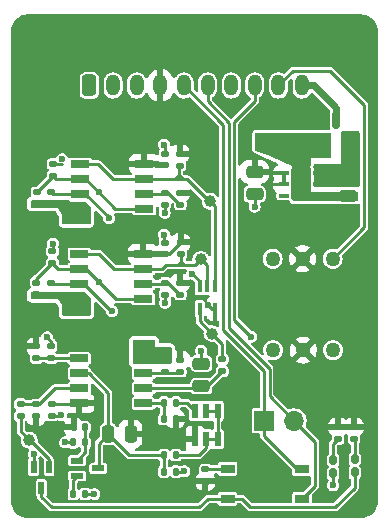
<source format=gbr>
%TF.GenerationSoftware,KiCad,Pcbnew,(6.0.8)*%
%TF.CreationDate,2023-06-01T04:28:43+02:00*%
%TF.ProjectId,BSPD-07,42535044-2d30-4372-9e6b-696361645f70,rev?*%
%TF.SameCoordinates,Original*%
%TF.FileFunction,Copper,L1,Top*%
%TF.FilePolarity,Positive*%
%FSLAX46Y46*%
G04 Gerber Fmt 4.6, Leading zero omitted, Abs format (unit mm)*
G04 Created by KiCad (PCBNEW (6.0.8)) date 2023-06-01 04:28:43*
%MOMM*%
%LPD*%
G01*
G04 APERTURE LIST*
G04 Aperture macros list*
%AMRoundRect*
0 Rectangle with rounded corners*
0 $1 Rounding radius*
0 $2 $3 $4 $5 $6 $7 $8 $9 X,Y pos of 4 corners*
0 Add a 4 corners polygon primitive as box body*
4,1,4,$2,$3,$4,$5,$6,$7,$8,$9,$2,$3,0*
0 Add four circle primitives for the rounded corners*
1,1,$1+$1,$2,$3*
1,1,$1+$1,$4,$5*
1,1,$1+$1,$6,$7*
1,1,$1+$1,$8,$9*
0 Add four rect primitives between the rounded corners*
20,1,$1+$1,$2,$3,$4,$5,0*
20,1,$1+$1,$4,$5,$6,$7,0*
20,1,$1+$1,$6,$7,$8,$9,0*
20,1,$1+$1,$8,$9,$2,$3,0*%
G04 Aperture macros list end*
%TA.AperFunction,SMDPad,CuDef*%
%ADD10C,1.000000*%
%TD*%
%TA.AperFunction,SMDPad,CuDef*%
%ADD11RoundRect,0.135000X-0.185000X0.135000X-0.185000X-0.135000X0.185000X-0.135000X0.185000X0.135000X0*%
%TD*%
%TA.AperFunction,SMDPad,CuDef*%
%ADD12RoundRect,0.135000X0.185000X-0.135000X0.185000X0.135000X-0.185000X0.135000X-0.185000X-0.135000X0*%
%TD*%
%TA.AperFunction,SMDPad,CuDef*%
%ADD13RoundRect,0.135000X-0.135000X-0.185000X0.135000X-0.185000X0.135000X0.185000X-0.135000X0.185000X0*%
%TD*%
%TA.AperFunction,SMDPad,CuDef*%
%ADD14RoundRect,0.250000X0.250000X0.475000X-0.250000X0.475000X-0.250000X-0.475000X0.250000X-0.475000X0*%
%TD*%
%TA.AperFunction,SMDPad,CuDef*%
%ADD15RoundRect,0.147500X-0.172500X0.147500X-0.172500X-0.147500X0.172500X-0.147500X0.172500X0.147500X0*%
%TD*%
%TA.AperFunction,ComponentPad*%
%ADD16C,1.269000*%
%TD*%
%TA.AperFunction,SMDPad,CuDef*%
%ADD17R,1.528000X0.650000*%
%TD*%
%TA.AperFunction,SMDPad,CuDef*%
%ADD18RoundRect,0.140000X0.170000X-0.140000X0.170000X0.140000X-0.170000X0.140000X-0.170000X-0.140000X0*%
%TD*%
%TA.AperFunction,SMDPad,CuDef*%
%ADD19RoundRect,0.250000X0.475000X-0.250000X0.475000X0.250000X-0.475000X0.250000X-0.475000X-0.250000X0*%
%TD*%
%TA.AperFunction,SMDPad,CuDef*%
%ADD20RoundRect,0.135000X0.135000X0.185000X-0.135000X0.185000X-0.135000X-0.185000X0.135000X-0.185000X0*%
%TD*%
%TA.AperFunction,SMDPad,CuDef*%
%ADD21RoundRect,0.160000X0.160000X-0.222500X0.160000X0.222500X-0.160000X0.222500X-0.160000X-0.222500X0*%
%TD*%
%TA.AperFunction,SMDPad,CuDef*%
%ADD22R,0.850000X0.300000*%
%TD*%
%TA.AperFunction,SMDPad,CuDef*%
%ADD23R,1.700000X2.500000*%
%TD*%
%TA.AperFunction,SMDPad,CuDef*%
%ADD24RoundRect,0.140000X-0.170000X0.140000X-0.170000X-0.140000X0.170000X-0.140000X0.170000X0.140000X0*%
%TD*%
%TA.AperFunction,SMDPad,CuDef*%
%ADD25RoundRect,0.250000X-0.475000X0.250000X-0.475000X-0.250000X0.475000X-0.250000X0.475000X0.250000X0*%
%TD*%
%TA.AperFunction,SMDPad,CuDef*%
%ADD26R,0.400000X1.050000*%
%TD*%
%TA.AperFunction,SMDPad,CuDef*%
%ADD27R,1.200000X0.800000*%
%TD*%
%TA.AperFunction,ComponentPad*%
%ADD28R,1.700000X1.700000*%
%TD*%
%TA.AperFunction,ComponentPad*%
%ADD29O,1.700000X1.700000*%
%TD*%
%TA.AperFunction,SMDPad,CuDef*%
%ADD30R,0.600000X1.300000*%
%TD*%
%TA.AperFunction,SMDPad,CuDef*%
%ADD31R,0.500000X1.100000*%
%TD*%
%TA.AperFunction,SMDPad,CuDef*%
%ADD32RoundRect,0.150000X0.150000X-0.587500X0.150000X0.587500X-0.150000X0.587500X-0.150000X-0.587500X0*%
%TD*%
%TA.AperFunction,SMDPad,CuDef*%
%ADD33RoundRect,0.140000X-0.140000X-0.170000X0.140000X-0.170000X0.140000X0.170000X-0.140000X0.170000X0*%
%TD*%
%TA.AperFunction,SMDPad,CuDef*%
%ADD34R,1.100000X0.500000*%
%TD*%
%TA.AperFunction,ComponentPad*%
%ADD35RoundRect,0.250000X-0.350000X-0.650000X0.350000X-0.650000X0.350000X0.650000X-0.350000X0.650000X0*%
%TD*%
%TA.AperFunction,ComponentPad*%
%ADD36O,1.200000X1.800000*%
%TD*%
%TA.AperFunction,ViaPad*%
%ADD37C,0.600000*%
%TD*%
%TA.AperFunction,Conductor*%
%ADD38C,0.254000*%
%TD*%
%TA.AperFunction,Conductor*%
%ADD39C,0.300000*%
%TD*%
%TA.AperFunction,Conductor*%
%ADD40C,0.600000*%
%TD*%
G04 APERTURE END LIST*
D10*
%TO.P,TP2,1,1*%
%TO.N,BRAKE_COMP_OUT*%
X164614600Y-113766600D03*
%TD*%
D11*
%TO.P,R18,1*%
%TO.N,Net-(IC3-Pad7)*%
X149349200Y-126007400D03*
%TO.P,R18,2*%
%TO.N,ERR_FINAL*%
X149349200Y-127027400D03*
%TD*%
D12*
%TO.P,R23,1*%
%TO.N,Net-(D3-Pad2)*%
X176222400Y-128964800D03*
%TO.P,R23,2*%
%TO.N,+5V*%
X176222400Y-127944800D03*
%TD*%
D13*
%TO.P,R15,1*%
%TO.N,/10ms VAL*%
X161463000Y-131724400D03*
%TO.P,R15,2*%
%TO.N,GND*%
X162483000Y-131724400D03*
%TD*%
D14*
%TO.P,C5,1*%
%TO.N,+5V*%
X158655800Y-128549400D03*
%TO.P,C5,2*%
%TO.N,/10ms VAL*%
X156755800Y-128549400D03*
%TD*%
D15*
%TO.P,D2,1,A1*%
%TO.N,BRAKE_IN*%
X150676800Y-115722400D03*
%TO.P,D2,2,A2*%
%TO.N,GND*%
X150676800Y-116692400D03*
%TD*%
D12*
%TO.P,R4,1*%
%TO.N,GND*%
X161550800Y-109120400D03*
%TO.P,R4,2*%
%TO.N,Net-(IC1-Pad6)*%
X161550800Y-108100400D03*
%TD*%
D16*
%TO.P,RV1,1,1*%
%TO.N,unconnected-(RV1-Pad1)*%
X170685200Y-113715800D03*
%TO.P,RV1,2,2*%
%TO.N,+5V*%
X173225200Y-113715800D03*
%TO.P,RV1,3,3*%
%TO.N,TPS_TRIG*%
X175765200Y-113715800D03*
%TD*%
D17*
%TO.P,IC1,1,OUT1*%
%TO.N,TPS_COMP_OUT*%
X154394800Y-105689400D03*
%TO.P,IC1,2,IN1-*%
%TO.N,TPS_IN*%
X154394800Y-106959400D03*
%TO.P,IC1,3,IN1+*%
%TO.N,TPS_TRIG*%
X154394800Y-108229400D03*
%TO.P,IC1,4,GND*%
%TO.N,GND*%
X154394800Y-109499400D03*
%TO.P,IC1,5,IN2+*%
%TO.N,TPS_IN*%
X159816800Y-109499400D03*
%TO.P,IC1,6,IN2-*%
%TO.N,Net-(IC1-Pad6)*%
X159816800Y-108229400D03*
%TO.P,IC1,7,OUT2*%
%TO.N,TPS_COMP_OUT*%
X159816800Y-106959400D03*
%TO.P,IC1,8,V+*%
%TO.N,+5V*%
X159816800Y-105689400D03*
%TD*%
D18*
%TO.P,C4,1*%
%TO.N,GND*%
X151990800Y-126997400D03*
%TO.P,C4,2*%
%TO.N,+5V*%
X151990800Y-126037400D03*
%TD*%
D19*
%TO.P,C3,1*%
%TO.N,Net-(C3-Pad1)*%
X164646800Y-124485400D03*
%TO.P,C3,2*%
%TO.N,GND*%
X164646800Y-122585400D03*
%TD*%
D12*
%TO.P,R5,1*%
%TO.N,GND*%
X151946800Y-116740400D03*
%TO.P,R5,2*%
%TO.N,BRAKE_TRIG*%
X151946800Y-115720400D03*
%TD*%
%TO.P,R12,1*%
%TO.N,Net-(C3-Pad1)*%
X166424800Y-123219400D03*
%TO.P,R12,2*%
%TO.N,ERR_CURRENT*%
X166424800Y-122199400D03*
%TD*%
%TO.P,R7,1*%
%TO.N,Net-(IC1-Pad6)*%
X162868800Y-109120400D03*
%TO.P,R7,2*%
%TO.N,+5V*%
X162868800Y-108100400D03*
%TD*%
D20*
%TO.P,R20,1*%
%TO.N,Net-(C8-Pad2)*%
X154837600Y-129260600D03*
%TO.P,R20,2*%
%TO.N,GND*%
X153817600Y-129260600D03*
%TD*%
D21*
%TO.P,D4,1,K*%
%TO.N,INFO_LED*%
X177644800Y-131795900D03*
%TO.P,D4,2,A*%
%TO.N,Net-(D4-Pad2)*%
X177644800Y-130650900D03*
%TD*%
%TO.P,D3,1,K*%
%TO.N,GND*%
X175816000Y-131883800D03*
%TO.P,D3,2,A*%
%TO.N,Net-(D3-Pad2)*%
X175816000Y-130738800D03*
%TD*%
D12*
%TO.P,R11,1*%
%TO.N,/500MS_REF*%
X161598800Y-123283400D03*
%TO.P,R11,2*%
%TO.N,GND*%
X161598800Y-122263400D03*
%TD*%
D20*
%TO.P,R21,1*%
%TO.N,GND*%
X154837600Y-133629400D03*
%TO.P,R21,2*%
%TO.N,Net-(Q2-Pad2)*%
X153817600Y-133629400D03*
%TD*%
D17*
%TO.P,IC2,1,OUT1*%
%TO.N,BRAKE_COMP_OUT*%
X154315800Y-113309400D03*
%TO.P,IC2,2,IN1-*%
%TO.N,BRAKE_IN*%
X154315800Y-114579400D03*
%TO.P,IC2,3,IN1+*%
%TO.N,BRAKE_TRIG*%
X154315800Y-115849400D03*
%TO.P,IC2,4,GND*%
%TO.N,GND*%
X154315800Y-117119400D03*
%TO.P,IC2,5,IN2+*%
%TO.N,BRAKE_IN*%
X159737800Y-117119400D03*
%TO.P,IC2,6,IN2-*%
%TO.N,Net-(IC2-Pad6)*%
X159737800Y-115849400D03*
%TO.P,IC2,7,OUT2*%
%TO.N,BRAKE_COMP_OUT*%
X159737800Y-114579400D03*
%TO.P,IC2,8,V+*%
%TO.N,+5V*%
X159737800Y-113309400D03*
%TD*%
D22*
%TO.P,IC4,1,GND_1*%
%TO.N,GND*%
X174548200Y-108366600D03*
%TO.P,IC4,2,EN*%
%TO.N,Net-(C6-Pad1)*%
X174548200Y-107416600D03*
%TO.P,IC4,3,VIN*%
X174548200Y-106466600D03*
%TO.P,IC4,4,VOUT*%
%TO.N,+5V*%
X171648200Y-106466600D03*
%TO.P,IC4,5,VSENSE*%
X171648200Y-107416600D03*
%TO.P,IC4,6,ADJ*%
%TO.N,unconnected-(IC4-Pad6)*%
X171648200Y-108366600D03*
D23*
%TO.P,IC4,7,GND_2*%
%TO.N,GND*%
X173098200Y-107416600D03*
%TD*%
D24*
%TO.P,C2,1*%
%TO.N,GND*%
X161548000Y-112372200D03*
%TO.P,C2,2*%
%TO.N,+5V*%
X161548000Y-113332200D03*
%TD*%
D15*
%TO.P,D1,1,A1*%
%TO.N,TPS_IN*%
X150727600Y-108098000D03*
%TO.P,D1,2,A2*%
%TO.N,GND*%
X150727600Y-109068000D03*
%TD*%
D25*
%TO.P,C6,1*%
%TO.N,Net-(C6-Pad1)*%
X177035200Y-106466600D03*
%TO.P,C6,2*%
%TO.N,GND*%
X177035200Y-108366600D03*
%TD*%
D12*
%TO.P,R9,1*%
%TO.N,TPS_COMP_OUT*%
X162820800Y-105818400D03*
%TO.P,R9,2*%
%TO.N,+5V*%
X162820800Y-104798400D03*
%TD*%
D26*
%TO.P,IC5,1,B*%
%TO.N,TPS_COMP_OUT*%
X165804800Y-116042400D03*
%TO.P,IC5,2,A*%
%TO.N,BRAKE_COMP_OUT*%
X165154800Y-116042400D03*
%TO.P,IC5,3,GND*%
%TO.N,GND*%
X164504800Y-116042400D03*
%TO.P,IC5,4,Y*%
%TO.N,ERR_CURRENT*%
X164504800Y-117942400D03*
%TO.P,IC5,5,VCC*%
%TO.N,+5V*%
X165804800Y-117942400D03*
%TD*%
D17*
%TO.P,IC3,1,OUT1*%
%TO.N,Net-(IC3-Pad1)*%
X159737800Y-125948400D03*
%TO.P,IC3,2,IN1-*%
%TO.N,Net-(C3-Pad1)*%
X159737800Y-124678400D03*
%TO.P,IC3,3,IN1+*%
%TO.N,/500MS_REF*%
X159737800Y-123408400D03*
%TO.P,IC3,4,GND*%
%TO.N,GND*%
X159737800Y-122138400D03*
%TO.P,IC3,5,IN2+*%
%TO.N,/10s REF*%
X154315800Y-122138400D03*
%TO.P,IC3,6,IN2-*%
%TO.N,/10ms VAL*%
X154315800Y-123408400D03*
%TO.P,IC3,7,OUT2*%
%TO.N,Net-(IC3-Pad7)*%
X154315800Y-124678400D03*
%TO.P,IC3,8,V+*%
%TO.N,+5V*%
X154315800Y-125948400D03*
%TD*%
D10*
%TO.P,TP1,1,1*%
%TO.N,TPS_COMP_OUT*%
X165402000Y-108839000D03*
%TD*%
D27*
%TO.P,U2,1*%
%TO.N,Net-(R22-Pad1)*%
X166874800Y-131495800D03*
%TO.P,U2,3*%
%TO.N,INFO_LED*%
X166874800Y-134035800D03*
%TO.P,U2,4*%
%TO.N,SAFETY_OUT*%
X173174800Y-134035800D03*
%TO.P,U2,6*%
%TO.N,SAFETY_IN*%
X173174800Y-131495800D03*
%TD*%
D12*
%TO.P,R26,1*%
%TO.N,/10s REF*%
X151940000Y-122150600D03*
%TO.P,R26,2*%
%TO.N,GND*%
X151940000Y-121130600D03*
%TD*%
%TO.P,R10,1*%
%TO.N,BRAKE_COMP_OUT*%
X162894200Y-113336800D03*
%TO.P,R10,2*%
%TO.N,+5V*%
X162894200Y-112316800D03*
%TD*%
D16*
%TO.P,RV2,1,1*%
%TO.N,unconnected-(RV2-Pad1)*%
X170736000Y-121437400D03*
%TO.P,RV2,2,2*%
%TO.N,+5V*%
X173276000Y-121437400D03*
%TO.P,RV2,3,3*%
%TO.N,BRAKE_TRIG*%
X175816000Y-121437400D03*
%TD*%
D13*
%TO.P,R16,1*%
%TO.N,Net-(IC3-Pad1)*%
X161469800Y-125882400D03*
%TO.P,R16,2*%
%TO.N,Net-(Q1-Pad3)*%
X162489800Y-125882400D03*
%TD*%
D10*
%TO.P,TP3,1,1*%
%TO.N,ERR_FINAL*%
X150085800Y-129057400D03*
%TD*%
D20*
%TO.P,R14,1*%
%TO.N,Net-(Q1-Pad1)*%
X162483000Y-130327400D03*
%TO.P,R14,2*%
%TO.N,/10ms VAL*%
X161463000Y-130327400D03*
%TD*%
D12*
%TO.P,R8,1*%
%TO.N,Net-(IC2-Pad6)*%
X162868800Y-116740400D03*
%TO.P,R8,2*%
%TO.N,+5V*%
X162868800Y-115720400D03*
%TD*%
D25*
%TO.P,C7,1*%
%TO.N,+5V*%
X169161200Y-106339600D03*
%TO.P,C7,2*%
%TO.N,GND*%
X169161200Y-108239600D03*
%TD*%
D11*
%TO.P,R2,1*%
%TO.N,GND*%
X152041600Y-113051400D03*
%TO.P,R2,2*%
%TO.N,BRAKE_IN*%
X152041600Y-114071400D03*
%TD*%
%TO.P,R19,1*%
%TO.N,Net-(IC3-Pad7)*%
X150670000Y-126032800D03*
%TO.P,R19,2*%
%TO.N,+5V*%
X150670000Y-127052800D03*
%TD*%
D12*
%TO.P,R3,1*%
%TO.N,GND*%
X151946800Y-109118400D03*
%TO.P,R3,2*%
%TO.N,TPS_TRIG*%
X151946800Y-108098400D03*
%TD*%
D11*
%TO.P,R22,1*%
%TO.N,Net-(R22-Pad1)*%
X164995600Y-131544600D03*
%TO.P,R22,2*%
%TO.N,+5V*%
X164995600Y-132564600D03*
%TD*%
D28*
%TO.P,JP1,1,A*%
%TO.N,SAFETY_IN*%
X169969000Y-127431800D03*
D29*
%TO.P,JP1,2,B*%
%TO.N,SAFETY_OUT*%
X172509000Y-127431800D03*
%TD*%
D11*
%TO.P,R25,1*%
%TO.N,+5V*%
X150670000Y-121130600D03*
%TO.P,R25,2*%
%TO.N,/10s REF*%
X150670000Y-122150600D03*
%TD*%
%TO.P,R1,1*%
%TO.N,GND*%
X152092400Y-105685400D03*
%TO.P,R1,2*%
%TO.N,TPS_IN*%
X152092400Y-106705400D03*
%TD*%
D10*
%TO.P,TP4,1,1*%
%TO.N,ERR_CURRENT*%
X165535800Y-120040400D03*
%TD*%
D12*
%TO.P,R24,1*%
%TO.N,Net-(D4-Pad2)*%
X177594000Y-128964800D03*
%TO.P,R24,2*%
%TO.N,+5V*%
X177594000Y-127944800D03*
%TD*%
%TO.P,R6,1*%
%TO.N,GND*%
X161598800Y-116740400D03*
%TO.P,R6,2*%
%TO.N,Net-(IC2-Pad6)*%
X161598800Y-115720400D03*
%TD*%
D24*
%TO.P,C1,1*%
%TO.N,GND*%
X161550800Y-104828400D03*
%TO.P,C1,2*%
%TO.N,+5V*%
X161550800Y-105788400D03*
%TD*%
D30*
%TO.P,Q1,1,DRAIN_1*%
%TO.N,Net-(Q1-Pad1)*%
X166021800Y-126587400D03*
%TO.P,Q1,2,DRAIN_2*%
X165071800Y-126587400D03*
%TO.P,Q1,3,GATE*%
%TO.N,Net-(Q1-Pad3)*%
X164121800Y-126587400D03*
%TO.P,Q1,4,SOURCE*%
%TO.N,+5V*%
X164121800Y-128987400D03*
%TO.P,Q1,5,DRAIN_3*%
%TO.N,Net-(Q1-Pad1)*%
X165071800Y-128987400D03*
%TO.P,Q1,6,DRAIN_4*%
X166021800Y-128987400D03*
%TD*%
D31*
%TO.P,Q3,1*%
%TO.N,ERR_FINAL*%
X151751800Y-131332400D03*
%TO.P,Q3,2*%
%TO.N,GND*%
X150451800Y-131332400D03*
%TO.P,Q3,3*%
%TO.N,INFO_LED*%
X151101800Y-133132400D03*
%TD*%
D32*
%TO.P,Q4,1,G*%
%TO.N,GND*%
X175120000Y-103832900D03*
%TO.P,Q4,2,S*%
%TO.N,Net-(C6-Pad1)*%
X177020000Y-103832900D03*
%TO.P,Q4,3,D*%
%TO.N,+12V*%
X176070000Y-101957900D03*
%TD*%
D12*
%TO.P,R13,1*%
%TO.N,/500MS_REF*%
X162868800Y-123283400D03*
%TO.P,R13,2*%
%TO.N,+5V*%
X162868800Y-122263400D03*
%TD*%
D33*
%TO.P,C8,1*%
%TO.N,+5V*%
X153847600Y-127990600D03*
%TO.P,C8,2*%
%TO.N,Net-(C8-Pad2)*%
X154807600Y-127990600D03*
%TD*%
D13*
%TO.P,R17,1*%
%TO.N,Net-(IC3-Pad1)*%
X161463000Y-127279400D03*
%TO.P,R17,2*%
%TO.N,+5V*%
X162483000Y-127279400D03*
%TD*%
D34*
%TO.P,Q2,1*%
%TO.N,Net-(C8-Pad2)*%
X154138800Y-130795000D03*
%TO.P,Q2,2*%
%TO.N,Net-(Q2-Pad2)*%
X154138800Y-132095000D03*
%TO.P,Q2,3*%
%TO.N,/10ms VAL*%
X155938800Y-131445000D03*
%TD*%
D35*
%TO.P,J1,1,Pin_1*%
%TO.N,BRAKE_IN*%
X155180000Y-99034600D03*
D36*
%TO.P,J1,2,Pin_2*%
%TO.N,TPS_IN*%
X157180000Y-99034600D03*
%TO.P,J1,3,Pin_3*%
%TO.N,GND*%
X159180000Y-99034600D03*
%TO.P,J1,4,Pin_4*%
%TO.N,+5V*%
X161180000Y-99034600D03*
%TO.P,J1,5,Pin_5*%
%TO.N,SAFETY_IN*%
X163180000Y-99034600D03*
%TO.P,J1,6,Pin_6*%
%TO.N,SAFETY_OUT*%
X165180000Y-99034600D03*
%TO.P,J1,7,Pin_7*%
%TO.N,GND*%
X167180000Y-99034600D03*
%TO.P,J1,8,Pin_8*%
%TO.N,BRAKE_TRIG*%
X169180000Y-99034600D03*
%TO.P,J1,9,Pin_9*%
%TO.N,TPS_TRIG*%
X171180000Y-99034600D03*
%TO.P,J1,10,Pin_10*%
%TO.N,+12V*%
X173180000Y-99034600D03*
%TD*%
D37*
%TO.N,TPS_IN*%
X155952300Y-108077900D03*
%TO.N,GND*%
X161592000Y-121503400D03*
X154022800Y-110388400D03*
X153286200Y-110388400D03*
X160499800Y-120929400D03*
X152854400Y-105283000D03*
X171675800Y-103784400D03*
X151584400Y-120370600D03*
X161592000Y-117424200D03*
X159229800Y-120929400D03*
X155597600Y-133629400D03*
X173580800Y-104673400D03*
X159864800Y-120929400D03*
X153311600Y-118135400D03*
X150466800Y-130225800D03*
X152803600Y-126974600D03*
X169161200Y-109296200D03*
X175816000Y-132874400D03*
X169643800Y-103784400D03*
X152962800Y-109372400D03*
X154784800Y-110388400D03*
X172691800Y-103784400D03*
X172691800Y-104673400D03*
X153133800Y-129260600D03*
X173580800Y-103784400D03*
X152085600Y-112418400D03*
X163884800Y-114960400D03*
X154784800Y-118135400D03*
X154022800Y-118135400D03*
X161541200Y-109829600D03*
X161515800Y-104038400D03*
X170659800Y-104673400D03*
X152962800Y-116992400D03*
X161515800Y-111658400D03*
X164640000Y-121488200D03*
X163219600Y-131699000D03*
X171675800Y-104673400D03*
X170659800Y-103784400D03*
%TO.N,+5V*%
X165204302Y-117627400D03*
X163547800Y-115798600D03*
%TO.N,BRAKE_IN*%
X155969300Y-115680900D03*
%TO.N,TPS_TRIG*%
X156816800Y-110261400D03*
%TO.N,BRAKE_TRIG*%
X168873800Y-120302400D03*
X157070800Y-118135400D03*
%TD*%
D38*
%TO.N,TPS_COMP_OUT*%
X165300400Y-108839000D02*
X165402000Y-108839000D01*
X162760400Y-105878800D02*
X162760400Y-106654600D01*
X154394800Y-105689400D02*
X155883800Y-105689400D01*
X162760400Y-106654600D02*
X163065200Y-106959400D01*
X165804800Y-109241800D02*
X165804800Y-116042400D01*
X162404800Y-106959400D02*
X162760400Y-106959400D01*
X162760400Y-106654600D02*
X162760400Y-106959400D01*
X157153800Y-106959400D02*
X159816800Y-106959400D01*
X163420800Y-106959400D02*
X165300400Y-108839000D01*
X162760400Y-106959400D02*
X163420800Y-106959400D01*
X162760400Y-106654600D02*
X162455600Y-106959400D01*
X162820800Y-105818400D02*
X162760400Y-105878800D01*
X162455600Y-106959400D02*
X162404800Y-106959400D01*
X165402000Y-108839000D02*
X165804800Y-109241800D01*
X159816800Y-106959400D02*
X162404800Y-106959400D01*
X155883800Y-105689400D02*
X157153800Y-106959400D01*
%TO.N,TPS_IN*%
X152346400Y-106959400D02*
X152092400Y-106705400D01*
X150727600Y-108098000D02*
X150727600Y-108070200D01*
X154394800Y-106959400D02*
X152346400Y-106959400D01*
X157373800Y-109499400D02*
X159816800Y-109499400D01*
X150727600Y-108070200D02*
X152092400Y-106705400D01*
X155952300Y-108077900D02*
X157373800Y-109499400D01*
X154833800Y-106959400D02*
X155952300Y-108077900D01*
%TO.N,GND*%
X161592000Y-104114600D02*
X161592000Y-104787200D01*
X175816000Y-132874400D02*
X175816000Y-131883800D01*
X152962800Y-109372400D02*
X152708800Y-109118400D01*
X150727600Y-109068000D02*
X151896400Y-109068000D01*
X154394800Y-109499400D02*
X153089800Y-109499400D01*
X153133800Y-129260600D02*
X153817600Y-129260600D01*
X151940000Y-121130600D02*
X151940000Y-120726200D01*
X151940000Y-120726200D02*
X151584400Y-120370600D01*
X161515800Y-111658400D02*
X161515800Y-112340000D01*
X152085600Y-113007400D02*
X152041600Y-113051400D01*
X154315800Y-117119400D02*
X153089800Y-117119400D01*
X161598800Y-117315800D02*
X161598800Y-116740400D01*
X150451800Y-130240800D02*
X150451800Y-131332400D01*
X161515800Y-112340000D02*
X161548000Y-112372200D01*
X152829000Y-105685400D02*
X152092400Y-105685400D01*
X163194200Y-131724400D02*
X162483000Y-131724400D01*
X161592000Y-122256600D02*
X161598800Y-122263400D01*
X150466800Y-130225800D02*
X150451800Y-130240800D01*
X150676800Y-116692400D02*
X151898800Y-116692400D01*
X161592000Y-104787200D02*
X161550800Y-104828400D01*
X153089800Y-109499400D02*
X152962800Y-109372400D01*
X152708800Y-109118400D02*
X151946800Y-109118400D01*
X169161200Y-109296200D02*
X169161200Y-108239600D01*
X153089800Y-117119400D02*
X152962800Y-116992400D01*
X161592000Y-121503400D02*
X161592000Y-122256600D01*
X152803600Y-126974600D02*
X152780800Y-126997400D01*
X150676800Y-116692400D02*
X150676800Y-116738400D01*
X151896400Y-109068000D02*
X151946800Y-109118400D01*
X155597600Y-133629400D02*
X154837600Y-133629400D01*
X164504800Y-115580400D02*
X163884800Y-114960400D01*
X161592000Y-117322600D02*
X161598800Y-117315800D01*
X161541200Y-109829600D02*
X161550800Y-109820000D01*
X151946800Y-116740400D02*
X152710800Y-116740400D01*
X164646800Y-121495000D02*
X164646800Y-122585400D01*
X152710800Y-116740400D02*
X152962800Y-116992400D01*
X164504800Y-116042400D02*
X164504800Y-115580400D01*
X164640000Y-121488200D02*
X164646800Y-121495000D01*
X152085600Y-112418400D02*
X152085600Y-113007400D01*
X161550800Y-109820000D02*
X161550800Y-109120400D01*
X152854400Y-105660000D02*
X152829000Y-105685400D01*
X152780800Y-126997400D02*
X151990800Y-126997400D01*
X151898800Y-116692400D02*
X151946800Y-116740400D01*
X163219600Y-131699000D02*
X163194200Y-131724400D01*
%TO.N,Net-(IC1-Pad6)*%
X161550800Y-108100400D02*
X161848800Y-108100400D01*
X159816800Y-108229400D02*
X161421800Y-108229400D01*
X161848800Y-108100400D02*
X162868800Y-109120400D01*
X161421800Y-108229400D02*
X161550800Y-108100400D01*
D39*
%TO.N,+5V*%
X163547800Y-115798600D02*
X162947000Y-115798600D01*
D38*
X151990800Y-126037400D02*
X154226800Y-126037400D01*
X161548000Y-113332200D02*
X161878800Y-113332200D01*
D39*
X165519302Y-117942400D02*
X165204302Y-117627400D01*
X165804800Y-117942400D02*
X165519302Y-117942400D01*
D38*
X161878800Y-113332200D02*
X162894200Y-112316800D01*
X169161200Y-106339600D02*
X169298400Y-106476800D01*
X159737800Y-113309400D02*
X161525200Y-113309400D01*
X154226800Y-126037400D02*
X154315800Y-125948400D01*
X171648200Y-106601600D02*
X171648200Y-107416600D01*
X169298400Y-106476800D02*
X171523400Y-106476800D01*
X171523400Y-106476800D02*
X171648200Y-106601600D01*
D39*
X162947000Y-115798600D02*
X162868800Y-115720400D01*
D38*
X161525200Y-113309400D02*
X161548000Y-113332200D01*
%TO.N,BRAKE_COMP_OUT*%
X162894200Y-113951200D02*
X162709600Y-114135800D01*
X161287200Y-114579400D02*
X159737800Y-114579400D01*
X162963600Y-114223800D02*
X163217600Y-114223800D01*
X164113400Y-114223800D02*
X164646800Y-113690400D01*
X154315800Y-113309400D02*
X156029400Y-113309400D01*
X163166800Y-114223800D02*
X163217600Y-114223800D01*
X165154800Y-114198400D02*
X164646800Y-113690400D01*
X162709600Y-114223800D02*
X162963600Y-114223800D01*
X156029400Y-113309400D02*
X157299400Y-114579400D01*
X162709600Y-114223800D02*
X161642800Y-114223800D01*
X161642800Y-114223800D02*
X161287200Y-114579400D01*
X163319200Y-114223800D02*
X164113400Y-114223800D01*
X162894200Y-113336800D02*
X162894200Y-113951200D01*
X165154800Y-116042400D02*
X165154800Y-114198400D01*
X162709600Y-114135800D02*
X162709600Y-114223800D01*
X163217600Y-114223800D02*
X163319200Y-114223800D01*
X157299400Y-114579400D02*
X159737800Y-114579400D01*
X162894200Y-113951200D02*
X163166800Y-114223800D01*
X163217600Y-114223800D02*
X163078800Y-114223800D01*
X162894200Y-114154400D02*
X162963600Y-114223800D01*
%TO.N,BRAKE_IN*%
X154867800Y-114579400D02*
X155969300Y-115680900D01*
X152549600Y-114579400D02*
X152041600Y-114071400D01*
X154315800Y-114579400D02*
X154867800Y-114579400D01*
X152041600Y-114071400D02*
X150676800Y-115436200D01*
X154315800Y-114579400D02*
X152549600Y-114579400D01*
X150676800Y-115722400D02*
X150676800Y-115385400D01*
X155969300Y-115680900D02*
X157407800Y-117119400D01*
X150676800Y-115436200D02*
X150676800Y-115722400D01*
X157407800Y-117119400D02*
X159737800Y-117119400D01*
D40*
%TO.N,+12V*%
X176070000Y-101957900D02*
X176070000Y-100914200D01*
X174190400Y-99034600D02*
X173180000Y-99034600D01*
X176070000Y-100914200D02*
X174190400Y-99034600D01*
D38*
%TO.N,SAFETY_IN*%
X169969000Y-127431800D02*
X169969000Y-128747600D01*
X169969000Y-127431800D02*
X169969000Y-123192052D01*
X166519600Y-119742652D02*
X166519600Y-102374200D01*
X169969000Y-123192052D02*
X166519600Y-119742652D01*
X169969000Y-128747600D02*
X172717200Y-131495800D01*
X166519600Y-102374200D02*
X163180000Y-99034600D01*
X172717200Y-131495800D02*
X173174800Y-131495800D01*
%TO.N,SAFETY_OUT*%
X170423000Y-123004000D02*
X170423000Y-125340800D01*
X166973600Y-119554600D02*
X170423000Y-123004000D01*
X172509000Y-127431800D02*
X174292000Y-129214800D01*
X165180000Y-99034600D02*
X165180000Y-100392548D01*
X174292000Y-132918600D02*
X173174800Y-134035800D01*
X174292000Y-129214800D02*
X174292000Y-132918600D01*
X172509000Y-127426800D02*
X172509000Y-127431800D01*
X170423000Y-125340800D02*
X172509000Y-127426800D01*
X165180000Y-100392548D02*
X166973600Y-102186148D01*
X166973600Y-102186148D02*
X166973600Y-119554600D01*
%TO.N,Net-(C3-Pad1)*%
X165158800Y-124485400D02*
X166424800Y-123219400D01*
X159737800Y-124678400D02*
X164453800Y-124678400D01*
X165222800Y-124485400D02*
X164646800Y-124485400D01*
X164453800Y-124678400D02*
X164646800Y-124485400D01*
X164646800Y-124485400D02*
X165158800Y-124485400D01*
%TO.N,Net-(C8-Pad2)*%
X154807600Y-129230600D02*
X154837600Y-129260600D01*
X154837600Y-130096200D02*
X154138800Y-130795000D01*
X154807600Y-127990600D02*
X154807600Y-129230600D01*
X154837600Y-129260600D02*
X154837600Y-130096200D01*
%TO.N,ERR_CURRENT*%
X165535800Y-120040400D02*
X166424800Y-120929400D01*
X164504800Y-119009400D02*
X165535800Y-120040400D01*
X166424800Y-120929400D02*
X166424800Y-122199400D01*
X164504800Y-117942400D02*
X164504800Y-119009400D01*
%TO.N,TPS_TRIG*%
X156816800Y-110212400D02*
X154833800Y-108229400D01*
X178460800Y-100714200D02*
X175554200Y-97807600D01*
X156816800Y-110261400D02*
X156816800Y-110212400D01*
X175554200Y-97807600D02*
X172407000Y-97807600D01*
X154833800Y-108229400D02*
X154394800Y-108229400D01*
X152077800Y-108229400D02*
X154394800Y-108229400D01*
X172407000Y-97807600D02*
X171180000Y-99034600D01*
X178460800Y-100714200D02*
X178460800Y-111020200D01*
X178460800Y-111020200D02*
X175765200Y-113715800D01*
X151946800Y-108098400D02*
X152077800Y-108229400D01*
%TO.N,BRAKE_TRIG*%
X167427600Y-118856200D02*
X167427600Y-102139800D01*
X168873800Y-120302400D02*
X167427600Y-118856200D01*
X167427600Y-102139800D02*
X169180000Y-100387400D01*
X152075800Y-115849400D02*
X154315800Y-115849400D01*
X157040800Y-118135400D02*
X154754800Y-115849400D01*
X157070800Y-118135400D02*
X157040800Y-118135400D01*
X169180000Y-100387400D02*
X169180000Y-99034600D01*
X154754800Y-115849400D02*
X154315800Y-115849400D01*
X151946800Y-115720400D02*
X152075800Y-115849400D01*
%TO.N,Net-(IC3-Pad1)*%
X159737800Y-125948400D02*
X161403800Y-125948400D01*
X161469800Y-127272600D02*
X161463000Y-127279400D01*
X161469800Y-125882400D02*
X161469800Y-127272600D01*
%TO.N,Net-(Q1-Pad3)*%
X163416800Y-125882400D02*
X164121800Y-126587400D01*
X162489800Y-125882400D02*
X163416800Y-125882400D01*
%TO.N,Net-(Q1-Pad1)*%
X165071800Y-129688700D02*
X165071800Y-128987400D01*
X162483000Y-130327400D02*
X164433100Y-130327400D01*
X166021800Y-126587400D02*
X166021800Y-128987400D01*
X164433100Y-130327400D02*
X165071800Y-129688700D01*
X165071800Y-128987400D02*
X166021800Y-128987400D01*
X165071800Y-126587400D02*
X166021800Y-126587400D01*
%TO.N,Net-(IC3-Pad7)*%
X150670000Y-126032800D02*
X150875200Y-126032800D01*
X149349200Y-126007400D02*
X150644600Y-126007400D01*
X150875200Y-126032800D02*
X152229600Y-124678400D01*
X150644600Y-126007400D02*
X150670000Y-126032800D01*
X152229600Y-124678400D02*
X154315800Y-124678400D01*
%TO.N,Net-(Q2-Pad2)*%
X154138800Y-132095000D02*
X153817600Y-132416200D01*
X153817600Y-132416200D02*
X153817600Y-133629400D01*
%TO.N,ERR_FINAL*%
X149349200Y-127027400D02*
X149349200Y-128320800D01*
X150085800Y-129057400D02*
X150185112Y-129057400D01*
X149349200Y-128320800D02*
X150085800Y-129057400D01*
X150185112Y-129057400D02*
X151751800Y-130624088D01*
X151751800Y-130624088D02*
X151751800Y-131332400D01*
%TO.N,Net-(R22-Pad1)*%
X164995600Y-131544600D02*
X166826000Y-131544600D01*
X166826000Y-131544600D02*
X166874800Y-131495800D01*
%TO.N,INFO_LED*%
X177644800Y-133083200D02*
X177644800Y-131795900D01*
X164469200Y-134765200D02*
X165198600Y-134035800D01*
X151101800Y-133132400D02*
X151101800Y-133894400D01*
X165198600Y-134035800D02*
X166874800Y-134035800D01*
X151101800Y-133894400D02*
X151972600Y-134765200D01*
X168081500Y-134035800D02*
X166874800Y-134035800D01*
X175965200Y-134762800D02*
X168808500Y-134762800D01*
X177644800Y-133083200D02*
X175965200Y-134762800D01*
X151972600Y-134765200D02*
X164469200Y-134765200D01*
X168808500Y-134762800D02*
X168081500Y-134035800D01*
%TO.N,/500MS_REF*%
X162743800Y-123408400D02*
X162868800Y-123283400D01*
X159737800Y-123408400D02*
X162743800Y-123408400D01*
%TO.N,/10s REF*%
X150682200Y-122138400D02*
X154315800Y-122138400D01*
X150670000Y-122150600D02*
X150682200Y-122138400D01*
%TO.N,/10ms VAL*%
X154315800Y-123408400D02*
X155104800Y-123408400D01*
X161463000Y-130327400D02*
X158533800Y-130327400D01*
X158533800Y-130327400D02*
X156755800Y-128549400D01*
X155953200Y-131430600D02*
X155938800Y-131445000D01*
X155953200Y-129352000D02*
X155953200Y-131430600D01*
X155104800Y-123408400D02*
X156755800Y-125059400D01*
X156755800Y-128549400D02*
X155953200Y-129352000D01*
X161463000Y-131724400D02*
X161463000Y-130327400D01*
X156755800Y-125059400D02*
X156755800Y-128549400D01*
%TO.N,Net-(IC2-Pad6)*%
X161848800Y-115720400D02*
X162868800Y-116740400D01*
X159737800Y-115849400D02*
X161469800Y-115849400D01*
X161598800Y-115720400D02*
X161848800Y-115720400D01*
X161469800Y-115849400D02*
X161598800Y-115720400D01*
%TO.N,Net-(D3-Pad2)*%
X175816000Y-130738800D02*
X175816000Y-129371200D01*
X175816000Y-129371200D02*
X176222400Y-128964800D01*
%TO.N,Net-(D4-Pad2)*%
X177644800Y-130650900D02*
X177644800Y-129015600D01*
X177644800Y-129015600D02*
X177594000Y-128964800D01*
%TD*%
%TA.AperFunction,Conductor*%
%TO.N,Net-(C6-Pad1)*%
G36*
X177993321Y-102915402D02*
G01*
X178039814Y-102969058D01*
X178051200Y-103021400D01*
X178051200Y-107493800D01*
X178031198Y-107561921D01*
X177977542Y-107608414D01*
X177925200Y-107619800D01*
X177598459Y-107619800D01*
X177584851Y-107619063D01*
X177560974Y-107616469D01*
X177560973Y-107616469D01*
X177557577Y-107616100D01*
X177035277Y-107616100D01*
X176512824Y-107616101D01*
X176509430Y-107616470D01*
X176509424Y-107616470D01*
X176485555Y-107619063D01*
X176471949Y-107619800D01*
X174324700Y-107619800D01*
X174256579Y-107599798D01*
X174210086Y-107546142D01*
X174198700Y-107493800D01*
X174198700Y-106141926D01*
X174184166Y-106068860D01*
X174177273Y-106058544D01*
X174177272Y-106058541D01*
X174160835Y-106033942D01*
X174139600Y-105963940D01*
X174139600Y-105815400D01*
X174159602Y-105747279D01*
X174213258Y-105700786D01*
X174265600Y-105689400D01*
X176451000Y-105689400D01*
X176451000Y-103021400D01*
X176471002Y-102953279D01*
X176524658Y-102906786D01*
X176577000Y-102895400D01*
X177925200Y-102895400D01*
X177993321Y-102915402D01*
G37*
%TD.AperFunction*%
%TD*%
%TA.AperFunction,Conductor*%
%TO.N,GND*%
G36*
X175554921Y-103042402D02*
G01*
X175601414Y-103096058D01*
X175612800Y-103148400D01*
X175612800Y-105055400D01*
X175592798Y-105123521D01*
X175539142Y-105170014D01*
X175486800Y-105181400D01*
X173936400Y-105181400D01*
X173936400Y-105602372D01*
X173922047Y-105660775D01*
X173914451Y-105675297D01*
X173912708Y-105681233D01*
X173897786Y-105732054D01*
X173894449Y-105743418D01*
X173884100Y-105815400D01*
X173884100Y-105963940D01*
X173884780Y-105968521D01*
X173884780Y-105968527D01*
X173891666Y-106014945D01*
X173895102Y-106038108D01*
X173913057Y-106097297D01*
X173913690Y-106168289D01*
X173897249Y-106203870D01*
X173894129Y-106208540D01*
X173887234Y-106218860D01*
X173872700Y-106291926D01*
X173872700Y-106641274D01*
X173887234Y-106714340D01*
X173894128Y-106724657D01*
X173894128Y-106724658D01*
X173915166Y-106756144D01*
X173936400Y-106826145D01*
X173936400Y-107057055D01*
X173915166Y-107127056D01*
X173887234Y-107168860D01*
X173872700Y-107241926D01*
X173872700Y-107591274D01*
X173887234Y-107664340D01*
X173894128Y-107674657D01*
X173894128Y-107674658D01*
X173915166Y-107706144D01*
X173936400Y-107776145D01*
X173936400Y-108051600D01*
X177823600Y-108051600D01*
X177891721Y-108071602D01*
X177938214Y-108125258D01*
X177949600Y-108177600D01*
X177949600Y-108687600D01*
X177929598Y-108755721D01*
X177875942Y-108802214D01*
X177823600Y-108813600D01*
X172487600Y-108813600D01*
X172419479Y-108793598D01*
X172372986Y-108739942D01*
X172361600Y-108687600D01*
X172361600Y-105892600D01*
X172344472Y-105885141D01*
X172344471Y-105885140D01*
X170427508Y-105050334D01*
X169287691Y-104553962D01*
X169233223Y-104508426D01*
X169212000Y-104438442D01*
X169212000Y-103148400D01*
X169232002Y-103080279D01*
X169285658Y-103033786D01*
X169338000Y-103022400D01*
X175486800Y-103022400D01*
X175554921Y-103042402D01*
G37*
%TD.AperFunction*%
%TD*%
%TA.AperFunction,Conductor*%
%TO.N,GND*%
G36*
X153393393Y-108757402D02*
G01*
X153414290Y-108774227D01*
X153453488Y-108813357D01*
X153558600Y-108859826D01*
X153575636Y-108861812D01*
X153581326Y-108862476D01*
X153581331Y-108862476D01*
X153584965Y-108862900D01*
X153668001Y-108862900D01*
X154799219Y-108862899D01*
X154867340Y-108882901D01*
X154888314Y-108899804D01*
X155255895Y-109267385D01*
X155289921Y-109329697D01*
X155292800Y-109356480D01*
X155292800Y-110643400D01*
X155272798Y-110711521D01*
X155219142Y-110758014D01*
X155166800Y-110769400D01*
X153005800Y-110769400D01*
X152937679Y-110749398D01*
X152891186Y-110695742D01*
X152879800Y-110643400D01*
X152879800Y-110007400D01*
X152498800Y-109372400D01*
X150338800Y-109372400D01*
X150270679Y-109352398D01*
X150224186Y-109298742D01*
X150212800Y-109246400D01*
X150212800Y-108863400D01*
X150232802Y-108795279D01*
X150286458Y-108748786D01*
X150338800Y-108737400D01*
X153325272Y-108737400D01*
X153393393Y-108757402D01*
G37*
%TD.AperFunction*%
%TD*%
%TA.AperFunction,Conductor*%
%TO.N,GND*%
G36*
X160695921Y-120568402D02*
G01*
X160742414Y-120622058D01*
X160753800Y-120674400D01*
X160753800Y-121183400D01*
X162024800Y-121183400D01*
X162092921Y-121203402D01*
X162139414Y-121257058D01*
X162150800Y-121309400D01*
X162150800Y-122454400D01*
X162130798Y-122522521D01*
X162077142Y-122569014D01*
X162024800Y-122580400D01*
X158974800Y-122580400D01*
X158906679Y-122560398D01*
X158860186Y-122506742D01*
X158848800Y-122454400D01*
X158848800Y-120674400D01*
X158868802Y-120606279D01*
X158922458Y-120559786D01*
X158974800Y-120548400D01*
X160627800Y-120548400D01*
X160695921Y-120568402D01*
G37*
%TD.AperFunction*%
%TD*%
%TA.AperFunction,Conductor*%
%TO.N,+5V*%
G36*
X178133961Y-93022274D02*
G01*
X178138598Y-93022282D01*
X178152427Y-93025462D01*
X178166269Y-93022330D01*
X178176630Y-93022348D01*
X178186289Y-93022736D01*
X178368572Y-93037082D01*
X178388099Y-93040175D01*
X178588921Y-93088388D01*
X178607715Y-93094494D01*
X178798524Y-93173530D01*
X178816129Y-93182500D01*
X178992229Y-93290414D01*
X179008224Y-93302036D01*
X179165261Y-93436158D01*
X179179242Y-93450139D01*
X179313364Y-93607176D01*
X179324985Y-93623169D01*
X179432900Y-93799271D01*
X179441870Y-93816876D01*
X179520904Y-94007680D01*
X179527014Y-94026484D01*
X179575225Y-94227300D01*
X179578318Y-94246828D01*
X179592744Y-94430128D01*
X179593132Y-94440233D01*
X179593118Y-94448399D01*
X179589938Y-94462227D01*
X179593070Y-94476068D01*
X179593063Y-94479978D01*
X179595300Y-94500000D01*
X179595300Y-134162910D01*
X179593126Y-134182061D01*
X179593118Y-134186698D01*
X179589938Y-134200527D01*
X179593070Y-134214369D01*
X179593052Y-134224730D01*
X179592664Y-134234396D01*
X179578318Y-134416672D01*
X179575225Y-134436199D01*
X179529825Y-134625309D01*
X179527014Y-134637016D01*
X179520906Y-134655815D01*
X179441870Y-134846624D01*
X179432900Y-134864229D01*
X179330282Y-135031687D01*
X179324986Y-135040329D01*
X179313364Y-135056324D01*
X179179242Y-135213361D01*
X179165261Y-135227342D01*
X179008224Y-135361464D01*
X178992231Y-135373085D01*
X178816129Y-135481000D01*
X178798524Y-135489970D01*
X178607715Y-135569006D01*
X178588921Y-135575112D01*
X178388100Y-135623325D01*
X178368572Y-135626418D01*
X178185272Y-135640844D01*
X178175167Y-135641232D01*
X178167001Y-135641218D01*
X178153173Y-135638038D01*
X178139332Y-135641170D01*
X178135422Y-135641163D01*
X178115400Y-135643400D01*
X149996790Y-135643400D01*
X149977639Y-135641226D01*
X149973002Y-135641218D01*
X149959173Y-135638038D01*
X149945331Y-135641170D01*
X149934970Y-135641152D01*
X149925311Y-135640764D01*
X149743028Y-135626418D01*
X149723500Y-135623325D01*
X149522679Y-135575112D01*
X149503885Y-135569006D01*
X149313076Y-135489970D01*
X149295471Y-135481000D01*
X149119369Y-135373085D01*
X149103376Y-135361464D01*
X148946339Y-135227342D01*
X148932358Y-135213361D01*
X148798236Y-135056324D01*
X148786614Y-135040329D01*
X148781318Y-135031687D01*
X148678700Y-134864229D01*
X148669730Y-134846624D01*
X148590694Y-134655815D01*
X148584586Y-134637016D01*
X148581776Y-134625309D01*
X148536375Y-134436199D01*
X148533282Y-134416672D01*
X148519140Y-134236984D01*
X148519578Y-134212695D01*
X148520049Y-134208601D01*
X148521661Y-134201647D01*
X148521662Y-134200900D01*
X148519454Y-134191222D01*
X148516300Y-134163207D01*
X148516300Y-127202650D01*
X148820700Y-127202650D01*
X148821238Y-127206736D01*
X148821238Y-127206737D01*
X148826027Y-127243117D01*
X148826028Y-127243120D01*
X148827286Y-127252676D01*
X148831360Y-127261412D01*
X148831360Y-127261413D01*
X148858343Y-127319277D01*
X148878481Y-127362463D01*
X148964137Y-127448119D01*
X148964190Y-127448144D01*
X149004299Y-127498320D01*
X149013700Y-127546077D01*
X149013700Y-128300645D01*
X149013221Y-128311626D01*
X149009821Y-128350492D01*
X149012673Y-128361134D01*
X149012673Y-128361139D01*
X149019915Y-128388165D01*
X149022295Y-128398899D01*
X149026225Y-128421186D01*
X149029069Y-128437318D01*
X149034579Y-128446863D01*
X149035923Y-128450554D01*
X149037590Y-128454128D01*
X149040443Y-128464776D01*
X149058540Y-128490620D01*
X149062813Y-128496723D01*
X149068719Y-128505994D01*
X149082713Y-128530233D01*
X149082716Y-128530237D01*
X149088227Y-128539782D01*
X149096672Y-128546868D01*
X149118121Y-128564866D01*
X149126225Y-128572293D01*
X149355155Y-128801223D01*
X149389181Y-128863535D01*
X149390982Y-128906764D01*
X149373511Y-129039472D01*
X149372135Y-129049926D01*
X149379793Y-129119288D01*
X149388593Y-129198995D01*
X149390953Y-129220375D01*
X149393562Y-129227506D01*
X149393563Y-129227508D01*
X149410541Y-129273901D01*
X149449885Y-129381415D01*
X149454122Y-129387721D01*
X149454124Y-129387724D01*
X149491109Y-129442762D01*
X149545530Y-129523749D01*
X149561091Y-129537908D01*
X149635955Y-129606029D01*
X149672365Y-129639160D01*
X149823068Y-129720985D01*
X149880221Y-129735979D01*
X149962423Y-129757545D01*
X150023238Y-129794179D01*
X150054593Y-129857877D01*
X150046534Y-129928414D01*
X150039762Y-129941102D01*
X150037422Y-129943751D01*
X150033608Y-129951874D01*
X150033607Y-129951876D01*
X149996040Y-130031892D01*
X149975519Y-130075600D01*
X149974139Y-130084465D01*
X149974138Y-130084467D01*
X149955594Y-130203566D01*
X149953109Y-130219524D01*
X149954273Y-130228426D01*
X149954273Y-130228429D01*
X149964369Y-130305637D01*
X149971995Y-130363952D01*
X149975609Y-130372165D01*
X149975610Y-130372169D01*
X150007064Y-130443652D01*
X150030659Y-130497274D01*
X150036436Y-130504146D01*
X150041178Y-130511765D01*
X150038254Y-130513585D01*
X150060093Y-130563396D01*
X150048924Y-130633509D01*
X150039883Y-130649434D01*
X150012291Y-130690728D01*
X150012291Y-130690729D01*
X150005397Y-130701047D01*
X150002976Y-130713216D01*
X150002976Y-130713217D01*
X150002297Y-130716631D01*
X149993300Y-130761863D01*
X149993301Y-131902936D01*
X150005397Y-131963753D01*
X150012290Y-131974069D01*
X150012291Y-131974071D01*
X150029400Y-131999676D01*
X150051480Y-132032720D01*
X150061793Y-132039611D01*
X150089136Y-132057881D01*
X150120447Y-132078803D01*
X150132616Y-132081224D01*
X150132617Y-132081224D01*
X150164703Y-132087606D01*
X150181263Y-132090900D01*
X150451756Y-132090900D01*
X150722336Y-132090899D01*
X150783153Y-132078803D01*
X150793470Y-132071910D01*
X150793471Y-132071909D01*
X150841807Y-132039611D01*
X150852120Y-132032720D01*
X150898203Y-131963753D01*
X150900625Y-131951580D01*
X150909093Y-131909005D01*
X150910300Y-131902937D01*
X150910299Y-130761864D01*
X150898203Y-130701047D01*
X150891309Y-130690729D01*
X150891308Y-130690726D01*
X150878201Y-130671111D01*
X150856986Y-130603358D01*
X150875769Y-130534891D01*
X150882399Y-130526070D01*
X150886674Y-130519733D01*
X150892701Y-130513074D01*
X150896616Y-130504994D01*
X150896619Y-130504989D01*
X150904769Y-130488167D01*
X150952472Y-130435584D01*
X151021031Y-130417140D01*
X151088678Y-130438689D01*
X151107255Y-130454012D01*
X151265886Y-130612643D01*
X151299912Y-130674955D01*
X151300370Y-130726319D01*
X151293300Y-130761863D01*
X151293301Y-131902936D01*
X151305397Y-131963753D01*
X151312290Y-131974069D01*
X151312291Y-131974071D01*
X151329400Y-131999676D01*
X151351480Y-132032720D01*
X151361793Y-132039611D01*
X151389136Y-132057881D01*
X151420447Y-132078803D01*
X151432616Y-132081224D01*
X151432617Y-132081224D01*
X151464703Y-132087606D01*
X151481263Y-132090900D01*
X151751756Y-132090900D01*
X152022336Y-132090899D01*
X152083153Y-132078803D01*
X152093470Y-132071910D01*
X152093471Y-132071909D01*
X152141807Y-132039611D01*
X152152120Y-132032720D01*
X152198203Y-131963753D01*
X152200625Y-131951580D01*
X152209093Y-131909005D01*
X152210300Y-131902937D01*
X152210299Y-130761864D01*
X152198203Y-130701047D01*
X152187297Y-130684724D01*
X152159014Y-130642397D01*
X152159013Y-130642396D01*
X152152120Y-130632080D01*
X152130846Y-130617865D01*
X152085320Y-130563387D01*
X152076764Y-130534980D01*
X152073845Y-130518423D01*
X152073844Y-130518421D01*
X152071931Y-130507570D01*
X152066421Y-130498026D01*
X152065077Y-130494334D01*
X152063410Y-130490759D01*
X152060557Y-130480112D01*
X152038182Y-130448157D01*
X152032278Y-130438889D01*
X152018284Y-130414651D01*
X152012773Y-130405106D01*
X151982884Y-130380026D01*
X151974781Y-130372600D01*
X151401619Y-129799438D01*
X150856504Y-129254324D01*
X152620109Y-129254324D01*
X152621273Y-129263226D01*
X152621273Y-129263229D01*
X152632277Y-129347377D01*
X152638995Y-129398752D01*
X152642609Y-129406965D01*
X152642610Y-129406969D01*
X152677320Y-129485850D01*
X152697659Y-129532074D01*
X152791383Y-129643573D01*
X152798860Y-129648550D01*
X152905161Y-129719310D01*
X152905163Y-129719311D01*
X152912634Y-129724284D01*
X152921201Y-129726961D01*
X152921202Y-129726961D01*
X152927949Y-129729069D01*
X153051664Y-129767721D01*
X153197298Y-129770390D01*
X153285379Y-129746376D01*
X153329167Y-129734438D01*
X153329169Y-129734437D01*
X153337826Y-129732077D01*
X153346159Y-129726961D01*
X153346818Y-129726556D01*
X153348330Y-129726146D01*
X153353716Y-129723815D01*
X153354052Y-129724592D01*
X153415336Y-129707959D01*
X153480442Y-129729224D01*
X153482537Y-129731319D01*
X153492528Y-129735978D01*
X153560601Y-129767721D01*
X153592324Y-129782514D01*
X153601880Y-129783772D01*
X153601883Y-129783773D01*
X153638263Y-129788562D01*
X153642350Y-129789100D01*
X153992850Y-129789100D01*
X153996937Y-129788562D01*
X154033317Y-129783773D01*
X154033320Y-129783772D01*
X154042876Y-129782514D01*
X154074600Y-129767721D01*
X154142670Y-129735979D01*
X154142671Y-129735979D01*
X154152663Y-129731319D01*
X154238319Y-129645663D01*
X154241339Y-129648683D01*
X154279769Y-129617924D01*
X154350384Y-129610569D01*
X154413765Y-129642559D01*
X154416653Y-129645891D01*
X154416881Y-129645663D01*
X154465195Y-129693977D01*
X154499221Y-129756289D01*
X154502100Y-129783072D01*
X154502100Y-129905040D01*
X154482098Y-129973161D01*
X154465196Y-129994135D01*
X154159736Y-130299596D01*
X154097423Y-130333621D01*
X154070640Y-130336501D01*
X153568264Y-130336501D01*
X153507447Y-130348597D01*
X153497130Y-130355490D01*
X153497129Y-130355491D01*
X153465694Y-130376496D01*
X153438480Y-130394680D01*
X153392397Y-130463647D01*
X153380300Y-130524463D01*
X153380301Y-131065536D01*
X153392397Y-131126353D01*
X153399290Y-131136669D01*
X153399291Y-131136671D01*
X153423028Y-131172195D01*
X153438480Y-131195320D01*
X153507447Y-131241403D01*
X153519616Y-131243824D01*
X153519617Y-131243824D01*
X153545745Y-131249021D01*
X153568263Y-131253500D01*
X154138707Y-131253500D01*
X154709336Y-131253499D01*
X154770153Y-131241403D01*
X154780470Y-131234510D01*
X154780471Y-131234509D01*
X154828807Y-131202211D01*
X154839120Y-131195320D01*
X154885203Y-131126353D01*
X154887625Y-131114180D01*
X154896093Y-131071605D01*
X154897300Y-131065537D01*
X154897299Y-130563160D01*
X154917301Y-130495039D01*
X154934204Y-130474064D01*
X154989024Y-130419245D01*
X155060587Y-130347682D01*
X155068691Y-130340256D01*
X155076598Y-130333621D01*
X155098573Y-130315182D01*
X155118078Y-130281399D01*
X155123983Y-130272130D01*
X155140035Y-130249205D01*
X155146357Y-130240176D01*
X155149210Y-130229529D01*
X155150877Y-130225954D01*
X155152221Y-130222263D01*
X155157731Y-130212718D01*
X155161404Y-130191890D01*
X155164505Y-130174299D01*
X155166885Y-130163565D01*
X155174125Y-130136544D01*
X155174125Y-130136543D01*
X155176979Y-130125892D01*
X155173579Y-130087030D01*
X155173100Y-130076048D01*
X155173100Y-129783072D01*
X155193102Y-129714951D01*
X155210005Y-129693977D01*
X155258319Y-129645663D01*
X155309514Y-129535876D01*
X155310772Y-129526320D01*
X155310773Y-129526317D01*
X155315562Y-129489937D01*
X155315562Y-129489936D01*
X155316100Y-129485850D01*
X155316100Y-129035350D01*
X155315343Y-129029597D01*
X155310773Y-128994883D01*
X155310772Y-128994880D01*
X155309514Y-128985324D01*
X155300803Y-128966642D01*
X155262979Y-128885530D01*
X155262979Y-128885529D01*
X155258319Y-128875537D01*
X155180005Y-128797223D01*
X155145979Y-128734911D01*
X155143100Y-128708128D01*
X155143100Y-128510203D01*
X155163102Y-128442082D01*
X155179927Y-128421186D01*
X155227881Y-128373148D01*
X155227884Y-128373144D01*
X155235242Y-128365773D01*
X155266251Y-128302337D01*
X155281899Y-128270326D01*
X155281899Y-128270324D01*
X155286194Y-128261539D01*
X155288032Y-128248944D01*
X155292809Y-128216195D01*
X155296100Y-128193634D01*
X155296100Y-127787566D01*
X155291870Y-127758826D01*
X155287443Y-127728755D01*
X155287442Y-127728753D01*
X155286017Y-127719070D01*
X155278592Y-127703946D01*
X155239474Y-127624274D01*
X155234884Y-127614925D01*
X155227516Y-127607570D01*
X155227514Y-127607567D01*
X155193861Y-127573974D01*
X155152773Y-127532958D01*
X155065267Y-127490183D01*
X155057326Y-127486301D01*
X155057324Y-127486301D01*
X155048539Y-127482006D01*
X155038862Y-127480594D01*
X155038861Y-127480594D01*
X155015889Y-127477243D01*
X154980634Y-127472100D01*
X154634566Y-127472100D01*
X154630014Y-127472770D01*
X154630001Y-127472771D01*
X154624852Y-127473529D01*
X154554544Y-127463659D01*
X154506951Y-127426104D01*
X154498084Y-127414674D01*
X154393526Y-127310116D01*
X154381099Y-127300476D01*
X154253820Y-127225204D01*
X154239384Y-127218957D01*
X154118995Y-127183981D01*
X154104895Y-127184021D01*
X154101600Y-127191291D01*
X154101600Y-128118600D01*
X154081598Y-128186721D01*
X154027942Y-128233214D01*
X153975600Y-128244600D01*
X153079176Y-128244600D01*
X153064381Y-128248944D01*
X153062537Y-128259375D01*
X153064288Y-128268959D01*
X153105957Y-128412384D01*
X153112204Y-128426820D01*
X153191510Y-128560920D01*
X153188662Y-128562604D01*
X153209084Y-128614511D01*
X153195232Y-128684144D01*
X153145933Y-128735233D01*
X153082818Y-128751738D01*
X153075276Y-128751692D01*
X153064079Y-128751624D01*
X152924029Y-128791651D01*
X152916442Y-128796438D01*
X152916440Y-128796439D01*
X152887078Y-128814965D01*
X152800842Y-128869376D01*
X152794900Y-128876104D01*
X152767822Y-128906764D01*
X152704422Y-128978551D01*
X152700608Y-128986674D01*
X152700607Y-128986676D01*
X152654422Y-129085047D01*
X152642519Y-129110400D01*
X152641139Y-129119265D01*
X152641138Y-129119267D01*
X152622075Y-129241700D01*
X152620109Y-129254324D01*
X150856504Y-129254324D01*
X150828315Y-129226135D01*
X150794290Y-129163823D01*
X150792667Y-129119288D01*
X150798766Y-129076434D01*
X150798767Y-129076424D01*
X150799347Y-129072347D01*
X150799504Y-129057400D01*
X150792052Y-128995818D01*
X150779815Y-128894699D01*
X150779814Y-128894696D01*
X150778902Y-128887158D01*
X150775198Y-128877354D01*
X150720971Y-128733847D01*
X150718287Y-128726744D01*
X150642381Y-128616300D01*
X150625459Y-128591678D01*
X150625458Y-128591676D01*
X150621157Y-128585419D01*
X150579691Y-128548474D01*
X150498793Y-128476396D01*
X150498790Y-128476394D01*
X150493121Y-128471343D01*
X150341569Y-128391100D01*
X150329884Y-128388165D01*
X150182622Y-128351175D01*
X150182618Y-128351175D01*
X150175251Y-128349324D01*
X150167652Y-128349284D01*
X150167650Y-128349284D01*
X150096194Y-128348910D01*
X150003769Y-128348426D01*
X149996387Y-128350198D01*
X149996381Y-128350199D01*
X149949427Y-128361472D01*
X149878519Y-128357926D01*
X149830917Y-128328049D01*
X149721605Y-128218737D01*
X149687579Y-128156425D01*
X149684700Y-128129642D01*
X149684700Y-127558304D01*
X149704702Y-127490183D01*
X149758358Y-127443690D01*
X149828632Y-127433586D01*
X149893212Y-127463080D01*
X149919153Y-127494164D01*
X149968857Y-127578208D01*
X149978501Y-127590641D01*
X150082159Y-127694299D01*
X150094595Y-127703946D01*
X150220778Y-127778570D01*
X150235217Y-127784819D01*
X150377436Y-127826138D01*
X150390023Y-127828437D01*
X150397943Y-127829060D01*
X150413030Y-127825890D01*
X150416000Y-127814426D01*
X150416000Y-126924800D01*
X150436002Y-126856679D01*
X150489658Y-126810186D01*
X150542000Y-126798800D01*
X150798000Y-126798800D01*
X150866121Y-126818802D01*
X150912614Y-126872458D01*
X150924000Y-126924800D01*
X150924000Y-127812366D01*
X150928344Y-127827161D01*
X150940003Y-127829221D01*
X150949977Y-127828437D01*
X150962564Y-127826138D01*
X151104783Y-127784819D01*
X151119222Y-127778570D01*
X151245405Y-127703946D01*
X151257841Y-127694299D01*
X151361499Y-127590641D01*
X151371146Y-127578205D01*
X151438387Y-127464506D01*
X151490279Y-127416053D01*
X151560130Y-127403348D01*
X151614597Y-127424013D01*
X151615627Y-127425042D01*
X151675316Y-127454220D01*
X151711074Y-127471699D01*
X151711076Y-127471699D01*
X151719861Y-127475994D01*
X151729538Y-127477406D01*
X151729539Y-127477406D01*
X151747129Y-127479972D01*
X151787766Y-127485900D01*
X152193834Y-127485900D01*
X152198383Y-127485230D01*
X152198388Y-127485230D01*
X152252645Y-127477243D01*
X152252647Y-127477242D01*
X152262330Y-127475817D01*
X152283295Y-127465524D01*
X152348906Y-127433310D01*
X152366475Y-127424684D01*
X152373833Y-127417313D01*
X152382302Y-127411250D01*
X152383573Y-127413026D01*
X152433824Y-127385528D01*
X152504644Y-127390530D01*
X152530534Y-127403737D01*
X152541821Y-127411250D01*
X152582434Y-127438284D01*
X152591001Y-127440961D01*
X152591002Y-127440961D01*
X152606811Y-127445900D01*
X152721464Y-127481721D01*
X152867098Y-127484390D01*
X152931235Y-127466904D01*
X152936297Y-127465524D01*
X153007280Y-127466904D01*
X153066249Y-127506441D01*
X153094481Y-127571582D01*
X153090436Y-127622241D01*
X153064287Y-127712244D01*
X153062832Y-127720209D01*
X153065652Y-127733631D01*
X153077113Y-127736600D01*
X153575485Y-127736600D01*
X153590724Y-127732125D01*
X153591929Y-127730735D01*
X153593600Y-127723052D01*
X153593600Y-127197042D01*
X153589627Y-127183511D01*
X153581729Y-127182376D01*
X153461748Y-127217234D01*
X153390752Y-127217031D01*
X153331136Y-127178477D01*
X153301827Y-127113813D01*
X153302341Y-127075333D01*
X153313433Y-127009397D01*
X153317176Y-126987152D01*
X153317329Y-126974600D01*
X153309285Y-126918432D01*
X153319427Y-126848164D01*
X153365950Y-126794534D01*
X153434082Y-126774570D01*
X153447619Y-126775307D01*
X153500312Y-126781031D01*
X153507128Y-126781400D01*
X154043685Y-126781400D01*
X154058924Y-126776925D01*
X154060129Y-126775535D01*
X154061800Y-126767852D01*
X154061800Y-126763284D01*
X154569800Y-126763284D01*
X154574275Y-126778523D01*
X154575665Y-126779728D01*
X154583348Y-126781399D01*
X155124469Y-126781399D01*
X155131290Y-126781029D01*
X155182152Y-126775505D01*
X155197404Y-126771879D01*
X155317854Y-126726724D01*
X155333449Y-126718186D01*
X155435524Y-126641685D01*
X155448085Y-126629124D01*
X155524586Y-126527049D01*
X155533124Y-126511454D01*
X155578278Y-126391006D01*
X155581905Y-126375751D01*
X155587431Y-126324886D01*
X155587800Y-126318072D01*
X155587800Y-126220515D01*
X155583325Y-126205276D01*
X155581935Y-126204071D01*
X155574252Y-126202400D01*
X154587915Y-126202400D01*
X154572676Y-126206875D01*
X154571471Y-126208265D01*
X154569800Y-126215948D01*
X154569800Y-126763284D01*
X154061800Y-126763284D01*
X154061800Y-125820400D01*
X154081802Y-125752279D01*
X154135458Y-125705786D01*
X154187800Y-125694400D01*
X155569684Y-125694400D01*
X155584923Y-125689925D01*
X155586128Y-125688535D01*
X155587799Y-125680852D01*
X155587799Y-125578731D01*
X155587429Y-125571910D01*
X155581905Y-125521048D01*
X155578279Y-125505796D01*
X155533124Y-125385346D01*
X155524586Y-125369751D01*
X155448085Y-125267676D01*
X155435525Y-125255116D01*
X155330876Y-125176687D01*
X155288360Y-125119828D01*
X155282861Y-125051280D01*
X155288300Y-125023937D01*
X155288299Y-124370557D01*
X155308301Y-124302436D01*
X155361957Y-124255943D01*
X155432230Y-124245839D01*
X155496811Y-124275332D01*
X155503376Y-124281445D01*
X156383397Y-125161466D01*
X156417421Y-125223776D01*
X156420300Y-125250559D01*
X156420300Y-127529152D01*
X156400298Y-127597273D01*
X156346642Y-127643766D01*
X156336055Y-127648032D01*
X156317723Y-127654470D01*
X156297715Y-127661496D01*
X156297714Y-127661497D01*
X156288831Y-127664616D01*
X156281258Y-127670209D01*
X156281257Y-127670210D01*
X156202173Y-127728622D01*
X156177929Y-127746529D01*
X156172337Y-127754100D01*
X156109688Y-127838921D01*
X156096016Y-127857431D01*
X156092572Y-127867238D01*
X156056796Y-127969115D01*
X156050334Y-127987515D01*
X156047300Y-128019612D01*
X156047300Y-128731242D01*
X156027298Y-128799363D01*
X156010395Y-128820337D01*
X155730225Y-129100507D01*
X155722122Y-129107933D01*
X155692227Y-129133018D01*
X155686716Y-129142563D01*
X155686713Y-129142567D01*
X155672719Y-129166806D01*
X155666813Y-129176077D01*
X155644443Y-129208024D01*
X155641590Y-129218672D01*
X155639923Y-129222246D01*
X155638579Y-129225937D01*
X155633069Y-129235482D01*
X155631155Y-129246335D01*
X155631155Y-129246336D01*
X155626295Y-129273901D01*
X155623915Y-129284635D01*
X155616673Y-129311661D01*
X155616673Y-129311666D01*
X155613821Y-129322308D01*
X155614781Y-129333283D01*
X155614781Y-129333285D01*
X155617221Y-129361174D01*
X155617700Y-129372155D01*
X155617700Y-130860501D01*
X155597698Y-130928622D01*
X155544042Y-130975115D01*
X155491700Y-130986501D01*
X155368264Y-130986501D01*
X155307447Y-130998597D01*
X155297130Y-131005490D01*
X155297129Y-131005491D01*
X155283726Y-131014447D01*
X155238480Y-131044680D01*
X155192397Y-131113647D01*
X155189976Y-131125816D01*
X155189976Y-131125817D01*
X155187817Y-131136671D01*
X155180300Y-131174463D01*
X155180301Y-131715536D01*
X155192397Y-131776353D01*
X155238480Y-131845320D01*
X155307447Y-131891403D01*
X155319616Y-131893824D01*
X155319617Y-131893824D01*
X155334328Y-131896750D01*
X155368263Y-131903500D01*
X155938707Y-131903500D01*
X156509336Y-131903499D01*
X156570153Y-131891403D01*
X156580470Y-131884510D01*
X156580471Y-131884509D01*
X156628807Y-131852211D01*
X156639120Y-131845320D01*
X156685203Y-131776353D01*
X156687625Y-131764180D01*
X156696093Y-131721605D01*
X156697300Y-131715537D01*
X156697299Y-131174464D01*
X156685203Y-131113647D01*
X156674907Y-131098237D01*
X156646011Y-131054993D01*
X156639120Y-131044680D01*
X156570153Y-130998597D01*
X156557984Y-130996176D01*
X156557983Y-130996176D01*
X156515405Y-130987707D01*
X156509337Y-130986500D01*
X156414700Y-130986500D01*
X156346579Y-130966498D01*
X156300086Y-130912842D01*
X156288700Y-130860500D01*
X156288700Y-129606029D01*
X156308702Y-129537908D01*
X156362358Y-129491415D01*
X156426557Y-129480588D01*
X156451012Y-129482900D01*
X157060588Y-129482900D01*
X157072987Y-129481728D01*
X157085040Y-129480589D01*
X157085043Y-129480588D01*
X157092685Y-129479866D01*
X157106049Y-129475173D01*
X157176947Y-129471473D01*
X157236892Y-129504960D01*
X158282312Y-130550381D01*
X158289734Y-130558479D01*
X158314818Y-130588373D01*
X158324361Y-130593883D01*
X158324365Y-130593886D01*
X158348597Y-130607876D01*
X158357864Y-130613780D01*
X158389824Y-130636158D01*
X158400475Y-130639012D01*
X158404047Y-130640678D01*
X158407739Y-130642022D01*
X158417282Y-130647531D01*
X158428135Y-130649445D01*
X158428136Y-130649445D01*
X158443596Y-130652171D01*
X158455694Y-130654304D01*
X158466424Y-130656683D01*
X158493456Y-130663926D01*
X158493457Y-130663926D01*
X158504108Y-130666780D01*
X158542981Y-130663379D01*
X158553963Y-130662900D01*
X160944323Y-130662900D01*
X161012444Y-130682902D01*
X161041534Y-130710862D01*
X161042281Y-130712463D01*
X161090595Y-130760777D01*
X161124621Y-130823089D01*
X161127500Y-130849872D01*
X161127500Y-131201928D01*
X161107498Y-131270049D01*
X161090595Y-131291023D01*
X161042281Y-131339337D01*
X161037621Y-131349329D01*
X161037621Y-131349330D01*
X161003633Y-131422218D01*
X160991086Y-131449124D01*
X160989828Y-131458680D01*
X160989827Y-131458683D01*
X160988858Y-131466044D01*
X160984500Y-131499150D01*
X160984500Y-131949650D01*
X160985038Y-131953736D01*
X160985038Y-131953737D01*
X160989827Y-131990117D01*
X160989828Y-131990120D01*
X160991086Y-131999676D01*
X160995160Y-132008412D01*
X160995160Y-132008413D01*
X161025916Y-132074369D01*
X161042281Y-132109463D01*
X161127937Y-132195119D01*
X161137929Y-132199779D01*
X161137930Y-132199779D01*
X161214208Y-132235348D01*
X161237724Y-132246314D01*
X161247280Y-132247572D01*
X161247283Y-132247573D01*
X161283663Y-132252362D01*
X161287750Y-132252900D01*
X161638250Y-132252900D01*
X161642337Y-132252362D01*
X161678717Y-132247573D01*
X161678720Y-132247572D01*
X161688276Y-132246314D01*
X161711793Y-132235348D01*
X161788070Y-132199779D01*
X161788071Y-132199779D01*
X161798063Y-132195119D01*
X161883719Y-132109463D01*
X161886739Y-132112483D01*
X161925169Y-132081724D01*
X161995784Y-132074369D01*
X162059165Y-132106359D01*
X162062053Y-132109691D01*
X162062281Y-132109463D01*
X162147937Y-132195119D01*
X162157929Y-132199779D01*
X162157930Y-132199779D01*
X162234208Y-132235348D01*
X162257724Y-132246314D01*
X162267280Y-132247572D01*
X162267283Y-132247573D01*
X162303663Y-132252362D01*
X162307750Y-132252900D01*
X162658250Y-132252900D01*
X162662337Y-132252362D01*
X162698717Y-132247573D01*
X162698720Y-132247572D01*
X162708276Y-132246314D01*
X162731793Y-132235348D01*
X162808070Y-132199779D01*
X162808071Y-132199779D01*
X162818063Y-132195119D01*
X162836630Y-132176552D01*
X162898942Y-132142526D01*
X162969757Y-132147591D01*
X162982693Y-132154198D01*
X162982861Y-132153846D01*
X162990961Y-132157710D01*
X162998434Y-132162684D01*
X163007001Y-132165361D01*
X163007002Y-132165361D01*
X163008340Y-132165779D01*
X163137464Y-132206121D01*
X163283098Y-132208790D01*
X163401344Y-132176552D01*
X163414963Y-132172839D01*
X163414964Y-132172839D01*
X163423626Y-132170477D01*
X163431959Y-132165361D01*
X163497478Y-132125132D01*
X163547754Y-132094263D01*
X163559557Y-132081224D01*
X163639473Y-131992934D01*
X163639474Y-131992933D01*
X163645501Y-131986274D01*
X163651414Y-131974071D01*
X163705095Y-131863272D01*
X163705095Y-131863271D01*
X163709010Y-131855191D01*
X163723229Y-131770675D01*
X163732370Y-131716344D01*
X163732370Y-131716341D01*
X163733176Y-131711552D01*
X163733329Y-131699000D01*
X163712680Y-131554813D01*
X163708962Y-131546635D01*
X163656108Y-131430390D01*
X163656107Y-131430388D01*
X163652392Y-131422218D01*
X163557313Y-131311873D01*
X163435085Y-131232648D01*
X163295534Y-131190914D01*
X163286558Y-131190859D01*
X163286557Y-131190859D01*
X163225244Y-131190485D01*
X163149879Y-131190024D01*
X163009829Y-131230051D01*
X163002239Y-131234840D01*
X162960316Y-131261291D01*
X162892031Y-131280725D01*
X162823034Y-131258652D01*
X162818063Y-131253681D01*
X162764515Y-131228711D01*
X162717013Y-131206560D01*
X162717012Y-131206560D01*
X162708276Y-131202486D01*
X162698720Y-131201228D01*
X162698717Y-131201227D01*
X162662337Y-131196438D01*
X162662336Y-131196438D01*
X162658250Y-131195900D01*
X162307750Y-131195900D01*
X162303664Y-131196438D01*
X162303663Y-131196438D01*
X162267283Y-131201227D01*
X162267280Y-131201228D01*
X162257724Y-131202486D01*
X162248988Y-131206560D01*
X162248987Y-131206560D01*
X162174267Y-131241403D01*
X162147937Y-131253681D01*
X162062281Y-131339337D01*
X162059261Y-131336317D01*
X162020831Y-131367076D01*
X161950216Y-131374431D01*
X161886835Y-131342441D01*
X161883947Y-131339109D01*
X161883719Y-131339337D01*
X161835405Y-131291023D01*
X161801379Y-131228711D01*
X161798500Y-131201928D01*
X161798500Y-130849872D01*
X161818502Y-130781751D01*
X161835405Y-130760777D01*
X161883719Y-130712463D01*
X161886739Y-130715483D01*
X161925169Y-130684724D01*
X161995784Y-130677369D01*
X162059165Y-130709359D01*
X162062053Y-130712691D01*
X162062281Y-130712463D01*
X162147937Y-130798119D01*
X162157929Y-130802779D01*
X162157930Y-130802779D01*
X162224770Y-130833947D01*
X162257724Y-130849314D01*
X162267280Y-130850572D01*
X162267283Y-130850573D01*
X162303663Y-130855362D01*
X162307750Y-130855900D01*
X162658250Y-130855900D01*
X162662337Y-130855362D01*
X162698717Y-130850573D01*
X162698720Y-130850572D01*
X162708276Y-130849314D01*
X162741231Y-130833947D01*
X162808070Y-130802779D01*
X162808071Y-130802779D01*
X162818063Y-130798119D01*
X162903719Y-130712463D01*
X162903744Y-130712410D01*
X162953920Y-130672301D01*
X163001677Y-130662900D01*
X164412945Y-130662900D01*
X164423926Y-130663379D01*
X164451815Y-130665819D01*
X164451817Y-130665819D01*
X164462792Y-130666779D01*
X164473434Y-130663927D01*
X164473439Y-130663927D01*
X164500465Y-130656685D01*
X164511196Y-130654306D01*
X164523489Y-130652138D01*
X164538764Y-130649445D01*
X164538765Y-130649445D01*
X164549618Y-130647531D01*
X164559163Y-130642021D01*
X164562854Y-130640677D01*
X164566428Y-130639010D01*
X164577076Y-130636157D01*
X164609023Y-130613787D01*
X164618294Y-130607881D01*
X164642533Y-130593887D01*
X164642537Y-130593884D01*
X164652082Y-130588373D01*
X164677167Y-130558478D01*
X164684593Y-130550375D01*
X165294775Y-129940193D01*
X165302879Y-129932766D01*
X165332773Y-129907682D01*
X165338285Y-129898135D01*
X165345371Y-129889690D01*
X165346959Y-129891022D01*
X165388185Y-129851715D01*
X165421337Y-129840131D01*
X165440981Y-129836224D01*
X165453153Y-129833803D01*
X165463470Y-129826910D01*
X165463471Y-129826909D01*
X165476796Y-129818005D01*
X165544549Y-129796789D01*
X165616804Y-129818005D01*
X165630130Y-129826910D01*
X165630133Y-129826911D01*
X165640447Y-129833803D01*
X165652616Y-129836224D01*
X165652617Y-129836224D01*
X165694319Y-129844519D01*
X165701263Y-129845900D01*
X166021748Y-129845900D01*
X166342336Y-129845899D01*
X166403153Y-129833803D01*
X166413470Y-129826910D01*
X166413471Y-129826909D01*
X166461807Y-129794611D01*
X166472120Y-129787720D01*
X166518203Y-129718753D01*
X166530300Y-129657937D01*
X166530299Y-128316864D01*
X166518203Y-128256047D01*
X166510555Y-128244600D01*
X166479011Y-128197393D01*
X166472120Y-128187080D01*
X166413297Y-128147775D01*
X166367770Y-128093297D01*
X166357300Y-128043010D01*
X166357300Y-127531790D01*
X166377302Y-127463669D01*
X166413297Y-127427025D01*
X166461807Y-127394611D01*
X166472120Y-127387720D01*
X166518203Y-127318753D01*
X166520625Y-127306580D01*
X166529093Y-127264005D01*
X166530300Y-127257937D01*
X166530299Y-125916864D01*
X166518203Y-125856047D01*
X166502236Y-125832150D01*
X166479011Y-125797393D01*
X166472120Y-125787080D01*
X166403153Y-125740997D01*
X166390984Y-125738576D01*
X166390983Y-125738576D01*
X166348405Y-125730107D01*
X166342337Y-125728900D01*
X166021852Y-125728900D01*
X165701264Y-125728901D01*
X165640447Y-125740997D01*
X165630130Y-125747890D01*
X165630129Y-125747891D01*
X165616804Y-125756795D01*
X165549051Y-125778011D01*
X165476796Y-125756795D01*
X165463470Y-125747890D01*
X165463467Y-125747889D01*
X165453153Y-125740997D01*
X165440984Y-125738576D01*
X165440983Y-125738576D01*
X165398405Y-125730107D01*
X165392337Y-125728900D01*
X165071852Y-125728900D01*
X164751264Y-125728901D01*
X164690447Y-125740997D01*
X164680130Y-125747890D01*
X164680129Y-125747891D01*
X164666804Y-125756795D01*
X164599051Y-125778011D01*
X164526796Y-125756795D01*
X164513470Y-125747890D01*
X164513467Y-125747889D01*
X164503153Y-125740997D01*
X164490984Y-125738576D01*
X164490983Y-125738576D01*
X164448405Y-125730107D01*
X164442337Y-125728900D01*
X164122008Y-125728900D01*
X163801264Y-125728901D01*
X163801224Y-125728909D01*
X163733574Y-125716082D01*
X163701878Y-125693010D01*
X163668293Y-125659425D01*
X163660866Y-125651321D01*
X163642868Y-125629872D01*
X163635782Y-125621427D01*
X163626237Y-125615916D01*
X163626233Y-125615913D01*
X163601994Y-125601919D01*
X163592723Y-125596013D01*
X163588274Y-125592898D01*
X163560776Y-125573643D01*
X163550128Y-125570790D01*
X163546554Y-125569123D01*
X163542863Y-125567779D01*
X163533318Y-125562269D01*
X163522465Y-125560355D01*
X163522464Y-125560355D01*
X163507189Y-125557662D01*
X163494896Y-125555494D01*
X163484165Y-125553115D01*
X163457139Y-125545873D01*
X163457134Y-125545873D01*
X163446492Y-125543021D01*
X163435517Y-125543981D01*
X163435515Y-125543981D01*
X163407626Y-125546421D01*
X163396645Y-125546900D01*
X163008477Y-125546900D01*
X162940356Y-125526898D01*
X162911266Y-125498938D01*
X162910519Y-125497337D01*
X162824863Y-125411681D01*
X162768208Y-125385262D01*
X162723813Y-125364560D01*
X162723812Y-125364560D01*
X162715076Y-125360486D01*
X162705520Y-125359228D01*
X162705517Y-125359227D01*
X162669137Y-125354438D01*
X162669136Y-125354438D01*
X162665050Y-125353900D01*
X162314550Y-125353900D01*
X162310464Y-125354438D01*
X162310463Y-125354438D01*
X162274083Y-125359227D01*
X162274080Y-125359228D01*
X162264524Y-125360486D01*
X162255788Y-125364560D01*
X162255787Y-125364560D01*
X162211392Y-125385262D01*
X162154737Y-125411681D01*
X162069081Y-125497337D01*
X162066061Y-125494317D01*
X162027631Y-125525076D01*
X161957016Y-125532431D01*
X161893635Y-125500441D01*
X161890747Y-125497109D01*
X161890519Y-125497337D01*
X161804863Y-125411681D01*
X161748208Y-125385262D01*
X161703813Y-125364560D01*
X161703812Y-125364560D01*
X161695076Y-125360486D01*
X161685520Y-125359228D01*
X161685517Y-125359227D01*
X161649137Y-125354438D01*
X161649136Y-125354438D01*
X161645050Y-125353900D01*
X161294550Y-125353900D01*
X161290464Y-125354438D01*
X161290463Y-125354438D01*
X161254083Y-125359227D01*
X161254080Y-125359228D01*
X161244524Y-125360486D01*
X161235788Y-125364560D01*
X161235787Y-125364560D01*
X161191392Y-125385262D01*
X161134737Y-125411681D01*
X161049081Y-125497337D01*
X161044421Y-125507329D01*
X161044421Y-125507330D01*
X161029117Y-125540150D01*
X160982200Y-125593435D01*
X160914922Y-125612900D01*
X160809121Y-125612900D01*
X160741000Y-125592898D01*
X160698397Y-125541918D01*
X160698203Y-125542047D01*
X160696999Y-125540245D01*
X160652120Y-125473080D01*
X160583153Y-125426997D01*
X160579134Y-125426198D01*
X160528335Y-125385262D01*
X160505913Y-125317899D01*
X160523470Y-125249107D01*
X160574598Y-125201505D01*
X160583153Y-125199803D01*
X160652120Y-125153720D01*
X160698203Y-125084753D01*
X160698264Y-125084794D01*
X160737257Y-125036403D01*
X160809121Y-125013900D01*
X163744348Y-125013900D01*
X163812469Y-125033902D01*
X163833445Y-125050806D01*
X163838332Y-125055693D01*
X163843929Y-125063271D01*
X163851504Y-125068866D01*
X163851505Y-125068867D01*
X163947257Y-125139590D01*
X163954831Y-125145184D01*
X163998761Y-125160611D01*
X164077670Y-125188322D01*
X164077672Y-125188322D01*
X164084915Y-125190866D01*
X164092559Y-125191589D01*
X164092561Y-125191589D01*
X164106142Y-125192872D01*
X164117012Y-125193900D01*
X165176588Y-125193900D01*
X165187458Y-125192872D01*
X165201039Y-125191589D01*
X165201041Y-125191589D01*
X165208685Y-125190866D01*
X165215928Y-125188322D01*
X165215930Y-125188322D01*
X165294839Y-125160611D01*
X165338769Y-125145184D01*
X165373099Y-125119828D01*
X165442100Y-125068863D01*
X165449671Y-125063271D01*
X165458878Y-125050805D01*
X165525990Y-124959943D01*
X165525991Y-124959942D01*
X165531584Y-124952369D01*
X165577266Y-124822285D01*
X165578257Y-124811808D01*
X165580021Y-124793138D01*
X165580300Y-124790188D01*
X165580300Y-124590558D01*
X165600302Y-124522437D01*
X165617205Y-124501463D01*
X166383863Y-123734805D01*
X166446175Y-123700779D01*
X166472958Y-123697900D01*
X166650050Y-123697900D01*
X166654137Y-123697362D01*
X166690517Y-123692573D01*
X166690520Y-123692572D01*
X166700076Y-123691314D01*
X166809863Y-123640119D01*
X166895519Y-123554463D01*
X166946714Y-123444676D01*
X166947972Y-123435120D01*
X166947973Y-123435117D01*
X166952762Y-123398737D01*
X166952762Y-123398736D01*
X166953300Y-123394650D01*
X166953300Y-123044150D01*
X166949360Y-123014220D01*
X166947973Y-123003683D01*
X166947972Y-123003680D01*
X166946714Y-122994124D01*
X166918249Y-122933080D01*
X166900179Y-122894330D01*
X166900179Y-122894329D01*
X166895519Y-122884337D01*
X166809863Y-122798681D01*
X166812883Y-122795661D01*
X166782124Y-122757231D01*
X166774769Y-122686616D01*
X166806759Y-122623235D01*
X166810091Y-122620347D01*
X166809863Y-122620119D01*
X166895519Y-122534463D01*
X166919080Y-122483937D01*
X166942640Y-122433413D01*
X166942640Y-122433412D01*
X166946714Y-122424676D01*
X166947972Y-122415120D01*
X166947973Y-122415117D01*
X166952762Y-122378737D01*
X166952762Y-122378736D01*
X166953300Y-122374650D01*
X166953300Y-122024150D01*
X166950376Y-122001937D01*
X166947973Y-121983683D01*
X166947972Y-121983680D01*
X166946714Y-121974124D01*
X166923586Y-121924525D01*
X166900179Y-121874330D01*
X166900179Y-121874329D01*
X166895519Y-121864337D01*
X166809863Y-121778681D01*
X166809810Y-121778656D01*
X166769701Y-121728480D01*
X166760300Y-121680723D01*
X166760300Y-120949563D01*
X166760779Y-120938581D01*
X166763219Y-120910690D01*
X166764180Y-120899708D01*
X166759424Y-120881957D01*
X166754083Y-120862024D01*
X166751703Y-120851290D01*
X166746845Y-120823736D01*
X166746845Y-120823735D01*
X166744931Y-120812882D01*
X166739422Y-120803339D01*
X166738078Y-120799647D01*
X166736412Y-120796074D01*
X166733558Y-120785424D01*
X166727234Y-120776393D01*
X166722576Y-120766403D01*
X166725820Y-120764890D01*
X166709300Y-120715913D01*
X166726582Y-120647052D01*
X166778350Y-120598466D01*
X166848168Y-120585580D01*
X166913868Y-120612486D01*
X166924296Y-120621816D01*
X169596595Y-123294115D01*
X169630621Y-123356427D01*
X169633500Y-123383210D01*
X169633500Y-126247301D01*
X169613498Y-126315422D01*
X169559842Y-126361915D01*
X169507500Y-126373301D01*
X169098464Y-126373301D01*
X169037647Y-126385397D01*
X169027330Y-126392290D01*
X169027329Y-126392291D01*
X168995728Y-126413407D01*
X168968680Y-126431480D01*
X168922597Y-126500447D01*
X168920176Y-126512616D01*
X168920176Y-126512617D01*
X168914693Y-126540184D01*
X168910500Y-126561263D01*
X168910501Y-128302336D01*
X168922597Y-128363153D01*
X168929490Y-128373469D01*
X168929491Y-128373471D01*
X168946482Y-128398899D01*
X168968680Y-128432120D01*
X169037647Y-128478203D01*
X169049816Y-128480624D01*
X169049817Y-128480624D01*
X169091519Y-128488919D01*
X169098463Y-128490300D01*
X169507500Y-128490300D01*
X169575621Y-128510302D01*
X169622114Y-128563958D01*
X169633500Y-128616300D01*
X169633500Y-128727445D01*
X169633021Y-128738426D01*
X169631651Y-128754091D01*
X169629621Y-128777292D01*
X169632473Y-128787934D01*
X169632473Y-128787939D01*
X169639715Y-128814965D01*
X169642094Y-128825696D01*
X169648869Y-128864118D01*
X169654379Y-128873663D01*
X169655723Y-128877354D01*
X169657390Y-128880928D01*
X169660243Y-128891576D01*
X169670878Y-128906764D01*
X169682613Y-128923523D01*
X169688519Y-128932794D01*
X169702513Y-128957033D01*
X169702516Y-128957037D01*
X169708027Y-128966582D01*
X169722291Y-128978551D01*
X169737921Y-128991666D01*
X169746025Y-128999093D01*
X172329396Y-131582465D01*
X172363422Y-131644777D01*
X172366301Y-131671560D01*
X172366301Y-131916336D01*
X172378397Y-131977153D01*
X172385290Y-131987469D01*
X172385291Y-131987471D01*
X172408635Y-132022407D01*
X172424480Y-132046120D01*
X172493447Y-132092203D01*
X172505616Y-132094624D01*
X172505617Y-132094624D01*
X172542519Y-132101964D01*
X172554263Y-132104300D01*
X173174699Y-132104300D01*
X173795336Y-132104299D01*
X173805924Y-132102193D01*
X173876638Y-132108524D01*
X173932703Y-132152081D01*
X173956500Y-132225773D01*
X173956500Y-132727442D01*
X173936498Y-132795563D01*
X173919595Y-132816537D01*
X173345737Y-133390395D01*
X173283425Y-133424421D01*
X173256642Y-133427300D01*
X172634259Y-133427301D01*
X172554264Y-133427301D01*
X172493447Y-133439397D01*
X172483130Y-133446290D01*
X172483129Y-133446291D01*
X172438865Y-133475868D01*
X172424480Y-133485480D01*
X172378397Y-133554447D01*
X172366300Y-133615263D01*
X172366301Y-134018006D01*
X172366301Y-134301300D01*
X172346299Y-134369421D01*
X172292643Y-134415914D01*
X172240301Y-134427300D01*
X168999658Y-134427300D01*
X168931537Y-134407298D01*
X168910563Y-134390395D01*
X168332993Y-133812825D01*
X168325566Y-133804721D01*
X168307568Y-133783272D01*
X168300482Y-133774827D01*
X168290937Y-133769316D01*
X168290933Y-133769313D01*
X168266694Y-133755319D01*
X168257423Y-133749413D01*
X168225476Y-133727043D01*
X168214828Y-133724190D01*
X168211254Y-133722523D01*
X168207563Y-133721179D01*
X168198018Y-133715669D01*
X168187165Y-133713755D01*
X168187164Y-133713755D01*
X168171889Y-133711062D01*
X168159596Y-133708894D01*
X168148865Y-133706515D01*
X168121839Y-133699273D01*
X168121834Y-133699273D01*
X168111192Y-133696421D01*
X168100217Y-133697381D01*
X168100215Y-133697381D01*
X168072326Y-133699821D01*
X168061345Y-133700300D01*
X167803619Y-133700300D01*
X167735498Y-133680298D01*
X167689005Y-133626642D01*
X167680042Y-133598888D01*
X167671203Y-133554447D01*
X167625120Y-133485480D01*
X167556153Y-133439397D01*
X167543984Y-133436976D01*
X167543983Y-133436976D01*
X167501405Y-133428507D01*
X167495337Y-133427300D01*
X166874901Y-133427300D01*
X166254264Y-133427301D01*
X166193447Y-133439397D01*
X166183130Y-133446290D01*
X166183129Y-133446291D01*
X166138865Y-133475868D01*
X166124480Y-133485480D01*
X166078397Y-133554447D01*
X166075977Y-133566615D01*
X166075976Y-133566617D01*
X166069559Y-133598880D01*
X166036652Y-133661790D01*
X165974958Y-133696923D01*
X165945980Y-133700300D01*
X165218752Y-133700300D01*
X165207770Y-133699821D01*
X165201506Y-133699273D01*
X165168908Y-133696421D01*
X165158257Y-133699275D01*
X165158256Y-133699275D01*
X165131235Y-133706515D01*
X165120504Y-133708894D01*
X165108211Y-133711062D01*
X165092936Y-133713755D01*
X165092935Y-133713755D01*
X165082082Y-133715669D01*
X165072537Y-133721179D01*
X165068846Y-133722523D01*
X165065272Y-133724190D01*
X165054624Y-133727043D01*
X165022677Y-133749413D01*
X165013406Y-133755319D01*
X164989167Y-133769313D01*
X164989163Y-133769316D01*
X164979618Y-133774827D01*
X164972532Y-133783272D01*
X164954534Y-133804721D01*
X164947107Y-133812825D01*
X164367137Y-134392795D01*
X164304825Y-134426821D01*
X164278042Y-134429700D01*
X152163758Y-134429700D01*
X152095637Y-134409698D01*
X152074663Y-134392795D01*
X151575836Y-133893968D01*
X151554366Y-133854650D01*
X153339100Y-133854650D01*
X153339638Y-133858736D01*
X153339638Y-133858737D01*
X153344427Y-133895117D01*
X153344428Y-133895120D01*
X153345686Y-133904676D01*
X153349760Y-133913412D01*
X153349760Y-133913413D01*
X153392221Y-134004470D01*
X153396881Y-134014463D01*
X153482537Y-134100119D01*
X153492529Y-134104779D01*
X153492530Y-134104779D01*
X153580699Y-134145893D01*
X153592324Y-134151314D01*
X153601880Y-134152572D01*
X153601883Y-134152573D01*
X153638263Y-134157362D01*
X153642350Y-134157900D01*
X153992850Y-134157900D01*
X153996937Y-134157362D01*
X154033317Y-134152573D01*
X154033320Y-134152572D01*
X154042876Y-134151314D01*
X154054502Y-134145893D01*
X154142670Y-134104779D01*
X154142671Y-134104779D01*
X154152663Y-134100119D01*
X154238319Y-134014463D01*
X154241339Y-134017483D01*
X154279769Y-133986724D01*
X154350384Y-133979369D01*
X154413765Y-134011359D01*
X154416653Y-134014691D01*
X154416881Y-134014463D01*
X154502537Y-134100119D01*
X154512529Y-134104779D01*
X154512530Y-134104779D01*
X154600699Y-134145893D01*
X154612324Y-134151314D01*
X154621880Y-134152572D01*
X154621883Y-134152573D01*
X154658263Y-134157362D01*
X154662350Y-134157900D01*
X155012850Y-134157900D01*
X155016937Y-134157362D01*
X155053317Y-134152573D01*
X155053320Y-134152572D01*
X155062876Y-134151314D01*
X155074502Y-134145893D01*
X155162670Y-134104779D01*
X155162671Y-134104779D01*
X155172663Y-134100119D01*
X155185332Y-134087450D01*
X155247644Y-134053424D01*
X155318459Y-134058489D01*
X155344246Y-134071658D01*
X155368961Y-134088110D01*
X155368963Y-134088111D01*
X155376434Y-134093084D01*
X155515464Y-134136521D01*
X155661098Y-134139190D01*
X155790784Y-134103833D01*
X155792963Y-134103239D01*
X155792964Y-134103239D01*
X155801626Y-134100877D01*
X155809959Y-134095761D01*
X155870662Y-134058489D01*
X155925754Y-134024663D01*
X155934781Y-134014691D01*
X156017473Y-133923334D01*
X156017474Y-133923333D01*
X156023501Y-133916674D01*
X156033946Y-133895117D01*
X156083095Y-133793672D01*
X156083095Y-133793671D01*
X156087010Y-133785591D01*
X156107321Y-133664864D01*
X156110370Y-133646744D01*
X156110370Y-133646741D01*
X156111176Y-133641952D01*
X156111329Y-133629400D01*
X156099118Y-133544131D01*
X156091954Y-133494106D01*
X156091953Y-133494103D01*
X156090680Y-133485213D01*
X156072983Y-133446290D01*
X156034108Y-133360790D01*
X156034107Y-133360788D01*
X156030392Y-133352618D01*
X155935313Y-133242273D01*
X155813085Y-133163048D01*
X155673534Y-133121314D01*
X155664558Y-133121259D01*
X155664557Y-133121259D01*
X155603244Y-133120885D01*
X155527879Y-133120424D01*
X155387829Y-133160451D01*
X155342129Y-133189286D01*
X155273846Y-133208719D01*
X155205894Y-133188150D01*
X155185800Y-133171818D01*
X155172663Y-133158681D01*
X155162670Y-133154021D01*
X155071613Y-133111560D01*
X155071612Y-133111560D01*
X155062876Y-133107486D01*
X155053320Y-133106228D01*
X155053317Y-133106227D01*
X155016937Y-133101438D01*
X155016936Y-133101438D01*
X155012850Y-133100900D01*
X154662350Y-133100900D01*
X154658264Y-133101438D01*
X154658263Y-133101438D01*
X154621883Y-133106227D01*
X154621880Y-133106228D01*
X154612324Y-133107486D01*
X154603588Y-133111560D01*
X154603587Y-133111560D01*
X154512530Y-133154021D01*
X154502537Y-133158681D01*
X154416881Y-133244337D01*
X154413861Y-133241317D01*
X154375431Y-133272076D01*
X154304816Y-133279431D01*
X154241435Y-133247441D01*
X154238547Y-133244109D01*
X154238319Y-133244337D01*
X154190005Y-133196023D01*
X154155979Y-133133711D01*
X154153100Y-133106928D01*
X154153100Y-132830471D01*
X164179034Y-132830471D01*
X164213581Y-132949383D01*
X164219830Y-132963822D01*
X164294454Y-133090005D01*
X164304101Y-133102441D01*
X164407759Y-133206099D01*
X164420195Y-133215746D01*
X164546378Y-133290370D01*
X164560817Y-133296619D01*
X164703036Y-133337938D01*
X164715623Y-133340237D01*
X164723543Y-133340860D01*
X164738630Y-133337690D01*
X164741600Y-133326226D01*
X164741600Y-133324166D01*
X165249600Y-133324166D01*
X165253944Y-133338961D01*
X165265603Y-133341021D01*
X165275577Y-133340237D01*
X165288164Y-133337938D01*
X165430383Y-133296619D01*
X165444822Y-133290370D01*
X165571005Y-133215746D01*
X165583441Y-133206099D01*
X165687099Y-133102441D01*
X165696746Y-133090005D01*
X165771370Y-132963822D01*
X165777619Y-132949383D01*
X165810561Y-132835995D01*
X165810521Y-132821895D01*
X165803251Y-132818600D01*
X165267715Y-132818600D01*
X165252476Y-132823075D01*
X165251271Y-132824465D01*
X165249600Y-132832148D01*
X165249600Y-133324166D01*
X164741600Y-133324166D01*
X164741600Y-132836715D01*
X164737125Y-132821476D01*
X164735735Y-132820271D01*
X164728052Y-132818600D01*
X164193700Y-132818600D01*
X164180169Y-132822573D01*
X164179034Y-132830471D01*
X154153100Y-132830471D01*
X154153100Y-132679499D01*
X154173102Y-132611378D01*
X154226758Y-132564885D01*
X154279100Y-132553499D01*
X154709336Y-132553499D01*
X154770153Y-132541403D01*
X154780470Y-132534510D01*
X154780471Y-132534509D01*
X154828807Y-132502211D01*
X154839120Y-132495320D01*
X154885203Y-132426353D01*
X154887625Y-132414180D01*
X154896093Y-132371605D01*
X154897300Y-132365537D01*
X154897300Y-132293205D01*
X164180639Y-132293205D01*
X164180679Y-132307305D01*
X164187949Y-132310600D01*
X165797500Y-132310600D01*
X165811031Y-132306627D01*
X165812166Y-132298729D01*
X165777619Y-132179817D01*
X165771370Y-132165378D01*
X165715105Y-132070239D01*
X165697645Y-132001423D01*
X165720162Y-131934092D01*
X165775506Y-131889622D01*
X165823558Y-131880100D01*
X165956627Y-131880100D01*
X166024748Y-131900102D01*
X166073037Y-131957884D01*
X166075976Y-131964979D01*
X166078397Y-131977153D01*
X166124480Y-132046120D01*
X166193447Y-132092203D01*
X166205616Y-132094624D01*
X166205617Y-132094624D01*
X166242519Y-132101964D01*
X166254263Y-132104300D01*
X166874699Y-132104300D01*
X167495336Y-132104299D01*
X167556153Y-132092203D01*
X167566470Y-132085310D01*
X167566471Y-132085309D01*
X167614807Y-132053011D01*
X167625120Y-132046120D01*
X167671203Y-131977153D01*
X167673625Y-131964980D01*
X167682093Y-131922405D01*
X167683300Y-131916337D01*
X167683299Y-131075264D01*
X167671203Y-131014447D01*
X167660613Y-130998597D01*
X167632011Y-130955793D01*
X167625120Y-130945480D01*
X167556153Y-130899397D01*
X167543984Y-130896976D01*
X167543983Y-130896976D01*
X167501405Y-130888507D01*
X167495337Y-130887300D01*
X166874901Y-130887300D01*
X166254264Y-130887301D01*
X166193447Y-130899397D01*
X166183130Y-130906290D01*
X166183129Y-130906291D01*
X166173327Y-130912841D01*
X166124480Y-130945480D01*
X166078397Y-131014447D01*
X166075976Y-131026616D01*
X166075976Y-131026617D01*
X166073754Y-131037789D01*
X166066300Y-131075263D01*
X166066300Y-131083100D01*
X166066055Y-131083933D01*
X166065693Y-131087613D01*
X166064995Y-131087544D01*
X166046298Y-131151221D01*
X165992642Y-131197714D01*
X165940300Y-131209100D01*
X165518072Y-131209100D01*
X165449951Y-131189098D01*
X165428977Y-131172195D01*
X165380663Y-131123881D01*
X165359866Y-131114183D01*
X165279613Y-131076760D01*
X165279612Y-131076760D01*
X165270876Y-131072686D01*
X165261320Y-131071428D01*
X165261317Y-131071427D01*
X165224937Y-131066638D01*
X165224936Y-131066638D01*
X165220850Y-131066100D01*
X164770350Y-131066100D01*
X164766264Y-131066638D01*
X164766263Y-131066638D01*
X164729883Y-131071427D01*
X164729880Y-131071428D01*
X164720324Y-131072686D01*
X164711588Y-131076760D01*
X164711587Y-131076760D01*
X164631334Y-131114183D01*
X164610537Y-131123881D01*
X164524881Y-131209537D01*
X164520221Y-131219529D01*
X164520221Y-131219530D01*
X164496664Y-131270049D01*
X164473686Y-131319324D01*
X164472428Y-131328880D01*
X164472427Y-131328883D01*
X164468959Y-131355228D01*
X164467100Y-131369350D01*
X164467100Y-131719850D01*
X164467638Y-131723936D01*
X164467638Y-131723937D01*
X164471508Y-131753329D01*
X164473686Y-131769876D01*
X164475440Y-131773638D01*
X164475305Y-131841671D01*
X164436803Y-131901321D01*
X164423688Y-131910744D01*
X164407762Y-131923098D01*
X164304101Y-132026759D01*
X164294454Y-132039195D01*
X164219830Y-132165378D01*
X164213581Y-132179817D01*
X164180639Y-132293205D01*
X154897300Y-132293205D01*
X154897299Y-131824464D01*
X154885203Y-131763647D01*
X154839120Y-131694680D01*
X154770153Y-131648597D01*
X154757984Y-131646176D01*
X154757983Y-131646176D01*
X154715405Y-131637707D01*
X154709337Y-131636500D01*
X154138893Y-131636500D01*
X153568264Y-131636501D01*
X153507447Y-131648597D01*
X153497130Y-131655490D01*
X153497129Y-131655491D01*
X153473081Y-131671560D01*
X153438480Y-131694680D01*
X153392397Y-131763647D01*
X153389976Y-131775816D01*
X153389976Y-131775817D01*
X153387817Y-131786671D01*
X153380300Y-131824463D01*
X153380301Y-132365536D01*
X153392397Y-132426353D01*
X153399290Y-132436669D01*
X153399291Y-132436671D01*
X153405797Y-132446407D01*
X153438480Y-132495320D01*
X153446221Y-132500492D01*
X153479220Y-132560921D01*
X153482100Y-132587707D01*
X153482100Y-133106928D01*
X153462098Y-133175049D01*
X153445195Y-133196023D01*
X153396881Y-133244337D01*
X153392221Y-133254329D01*
X153392221Y-133254330D01*
X153353166Y-133338084D01*
X153345686Y-133354124D01*
X153344428Y-133363680D01*
X153344427Y-133363683D01*
X153340911Y-133390395D01*
X153339100Y-133404150D01*
X153339100Y-133854650D01*
X151554366Y-133854650D01*
X151541810Y-133831656D01*
X151547839Y-133764298D01*
X151548203Y-133763753D01*
X151560300Y-133702937D01*
X151560299Y-132561864D01*
X151548203Y-132501047D01*
X151539000Y-132487273D01*
X151509011Y-132442393D01*
X151502120Y-132432080D01*
X151433153Y-132385997D01*
X151420984Y-132383576D01*
X151420983Y-132383576D01*
X151378405Y-132375107D01*
X151372337Y-132373900D01*
X151101844Y-132373900D01*
X150831264Y-132373901D01*
X150770447Y-132385997D01*
X150760130Y-132392890D01*
X150760129Y-132392891D01*
X150728269Y-132414180D01*
X150701480Y-132432080D01*
X150655397Y-132501047D01*
X150652976Y-132513216D01*
X150652976Y-132513217D01*
X150650739Y-132524466D01*
X150643300Y-132561863D01*
X150643301Y-133702936D01*
X150655397Y-133763753D01*
X150662290Y-133774070D01*
X150662291Y-133774071D01*
X150682771Y-133804721D01*
X150701480Y-133832720D01*
X150711793Y-133839611D01*
X150720572Y-133848390D01*
X150719236Y-133849726D01*
X150755031Y-133892557D01*
X150762581Y-133922261D01*
X150762421Y-133924092D01*
X150765275Y-133934743D01*
X150765275Y-133934744D01*
X150772515Y-133961765D01*
X150774894Y-133972496D01*
X150781669Y-134010918D01*
X150787179Y-134020463D01*
X150788523Y-134024154D01*
X150790190Y-134027728D01*
X150793043Y-134038376D01*
X150803580Y-134053424D01*
X150815413Y-134070323D01*
X150821319Y-134079594D01*
X150835313Y-134103833D01*
X150835316Y-134103837D01*
X150840827Y-134113382D01*
X150868769Y-134136828D01*
X150870721Y-134138466D01*
X150878825Y-134145893D01*
X151721107Y-134988175D01*
X151728533Y-134996278D01*
X151753618Y-135026173D01*
X151763163Y-135031684D01*
X151763167Y-135031687D01*
X151787406Y-135045681D01*
X151796677Y-135051587D01*
X151828624Y-135073957D01*
X151839272Y-135076810D01*
X151842846Y-135078477D01*
X151846537Y-135079821D01*
X151856082Y-135085331D01*
X151866935Y-135087245D01*
X151866936Y-135087245D01*
X151880889Y-135089705D01*
X151894504Y-135092106D01*
X151905235Y-135094485D01*
X151932261Y-135101727D01*
X151932266Y-135101727D01*
X151942908Y-135104579D01*
X151953883Y-135103619D01*
X151953885Y-135103619D01*
X151981774Y-135101179D01*
X151992755Y-135100700D01*
X164449045Y-135100700D01*
X164460026Y-135101179D01*
X164487915Y-135103619D01*
X164487917Y-135103619D01*
X164498892Y-135104579D01*
X164509534Y-135101727D01*
X164509539Y-135101727D01*
X164536565Y-135094485D01*
X164547296Y-135092106D01*
X164560911Y-135089705D01*
X164574864Y-135087245D01*
X164574865Y-135087245D01*
X164585718Y-135085331D01*
X164595263Y-135079821D01*
X164598954Y-135078477D01*
X164602528Y-135076810D01*
X164613176Y-135073957D01*
X164645123Y-135051587D01*
X164654394Y-135045681D01*
X164678633Y-135031687D01*
X164678637Y-135031684D01*
X164688182Y-135026173D01*
X164713267Y-134996278D01*
X164720693Y-134988175D01*
X165300663Y-134408205D01*
X165362975Y-134374179D01*
X165389758Y-134371300D01*
X165945981Y-134371300D01*
X166014102Y-134391302D01*
X166060595Y-134444958D01*
X166069558Y-134472712D01*
X166078397Y-134517153D01*
X166124480Y-134586120D01*
X166193447Y-134632203D01*
X166205616Y-134634624D01*
X166205617Y-134634624D01*
X166247319Y-134642919D01*
X166254263Y-134644300D01*
X166874699Y-134644300D01*
X167495336Y-134644299D01*
X167556153Y-134632203D01*
X167566470Y-134625310D01*
X167566471Y-134625309D01*
X167614807Y-134593011D01*
X167625120Y-134586120D01*
X167671203Y-134517153D01*
X167680041Y-134472719D01*
X167712948Y-134409810D01*
X167774642Y-134374677D01*
X167803620Y-134371300D01*
X167890342Y-134371300D01*
X167958463Y-134391302D01*
X167979437Y-134408205D01*
X168557007Y-134985775D01*
X168564433Y-134993878D01*
X168589518Y-135023773D01*
X168599063Y-135029284D01*
X168599067Y-135029287D01*
X168623306Y-135043281D01*
X168632577Y-135049187D01*
X168664524Y-135071557D01*
X168675172Y-135074410D01*
X168678746Y-135076077D01*
X168682437Y-135077421D01*
X168691982Y-135082931D01*
X168702835Y-135084845D01*
X168702836Y-135084845D01*
X168716448Y-135087245D01*
X168730404Y-135089706D01*
X168741135Y-135092085D01*
X168768161Y-135099327D01*
X168768166Y-135099327D01*
X168778808Y-135102179D01*
X168789783Y-135101219D01*
X168789785Y-135101219D01*
X168817674Y-135098779D01*
X168828655Y-135098300D01*
X175945045Y-135098300D01*
X175956026Y-135098779D01*
X175983915Y-135101219D01*
X175983917Y-135101219D01*
X175994892Y-135102179D01*
X176005534Y-135099327D01*
X176005539Y-135099327D01*
X176032565Y-135092085D01*
X176043296Y-135089706D01*
X176057252Y-135087245D01*
X176070864Y-135084845D01*
X176070865Y-135084845D01*
X176081718Y-135082931D01*
X176091263Y-135077421D01*
X176094954Y-135076077D01*
X176098528Y-135074410D01*
X176109176Y-135071557D01*
X176141123Y-135049187D01*
X176150394Y-135043281D01*
X176174633Y-135029287D01*
X176174637Y-135029284D01*
X176184182Y-135023773D01*
X176209267Y-134993878D01*
X176216693Y-134985775D01*
X177867775Y-133334693D01*
X177875879Y-133327266D01*
X177905773Y-133302182D01*
X177911284Y-133292637D01*
X177911287Y-133292633D01*
X177925281Y-133268394D01*
X177931187Y-133259123D01*
X177941700Y-133244109D01*
X177953557Y-133227176D01*
X177956410Y-133216528D01*
X177958077Y-133212954D01*
X177959421Y-133209263D01*
X177964931Y-133199718D01*
X177971706Y-133161296D01*
X177974085Y-133150565D01*
X177981327Y-133123539D01*
X177981327Y-133123534D01*
X177984179Y-133112892D01*
X177980779Y-133074026D01*
X177980300Y-133063045D01*
X177980300Y-132414876D01*
X178000302Y-132346755D01*
X178022999Y-132322890D01*
X178022278Y-132322170D01*
X178108949Y-132235348D01*
X178113522Y-132225993D01*
X178158530Y-132133919D01*
X178158530Y-132133917D01*
X178162825Y-132125132D01*
X178164671Y-132112483D01*
X178170833Y-132070239D01*
X178173300Y-132053326D01*
X178173300Y-131538474D01*
X178172631Y-131533926D01*
X178172630Y-131533919D01*
X178164064Y-131475733D01*
X178162638Y-131466044D01*
X178151728Y-131443822D01*
X178130367Y-131400316D01*
X178108570Y-131355922D01*
X178101201Y-131348566D01*
X178101199Y-131348563D01*
X178065147Y-131312574D01*
X178031067Y-131250292D01*
X178036070Y-131179472D01*
X178064991Y-131134384D01*
X178101591Y-131097720D01*
X178101594Y-131097716D01*
X178108949Y-131090348D01*
X178150429Y-131005491D01*
X178158530Y-130988919D01*
X178158530Y-130988917D01*
X178162825Y-130980132D01*
X178173300Y-130908326D01*
X178173300Y-130393474D01*
X178172631Y-130388926D01*
X178172630Y-130388919D01*
X178166559Y-130347682D01*
X178162638Y-130321044D01*
X178155074Y-130305637D01*
X178122933Y-130240176D01*
X178108570Y-130210922D01*
X178101204Y-130203569D01*
X178101202Y-130203566D01*
X178021748Y-130124251D01*
X178023628Y-130122368D01*
X177989286Y-130078621D01*
X177980300Y-130031892D01*
X177980300Y-129436472D01*
X178000302Y-129368351D01*
X178017205Y-129347377D01*
X178064719Y-129299863D01*
X178074298Y-129279322D01*
X178111840Y-129198813D01*
X178111840Y-129198812D01*
X178115914Y-129190076D01*
X178117172Y-129180520D01*
X178117173Y-129180517D01*
X178121962Y-129144137D01*
X178121962Y-129144136D01*
X178122500Y-129140050D01*
X178122500Y-128789550D01*
X178115914Y-128739524D01*
X178114160Y-128735762D01*
X178114295Y-128667729D01*
X178152797Y-128608079D01*
X178165912Y-128598656D01*
X178181838Y-128586302D01*
X178285499Y-128482641D01*
X178295146Y-128470205D01*
X178369770Y-128344022D01*
X178376019Y-128329583D01*
X178408961Y-128216195D01*
X178408921Y-128202095D01*
X178401651Y-128198800D01*
X175420500Y-128198800D01*
X175406969Y-128202773D01*
X175405834Y-128210671D01*
X175440381Y-128329583D01*
X175446630Y-128344022D01*
X175521254Y-128470205D01*
X175530901Y-128482641D01*
X175634562Y-128586302D01*
X175653258Y-128600805D01*
X175652154Y-128602229D01*
X175693868Y-128646900D01*
X175706578Y-128716749D01*
X175703262Y-128733571D01*
X175700486Y-128739524D01*
X175693900Y-128789550D01*
X175693900Y-128966642D01*
X175673898Y-129034763D01*
X175656995Y-129055737D01*
X175593025Y-129119707D01*
X175584922Y-129127133D01*
X175555027Y-129152218D01*
X175549516Y-129161763D01*
X175549513Y-129161767D01*
X175535519Y-129186006D01*
X175529613Y-129195277D01*
X175507243Y-129227224D01*
X175504390Y-129237872D01*
X175502723Y-129241446D01*
X175501379Y-129245137D01*
X175495869Y-129254682D01*
X175493955Y-129265535D01*
X175493955Y-129265536D01*
X175489095Y-129293101D01*
X175486715Y-129303835D01*
X175479473Y-129330861D01*
X175479473Y-129330866D01*
X175476621Y-129341508D01*
X175477581Y-129352483D01*
X175477581Y-129352485D01*
X175480021Y-129380374D01*
X175480500Y-129391355D01*
X175480500Y-130119824D01*
X175460498Y-130187945D01*
X175437801Y-130211810D01*
X175438522Y-130212530D01*
X175351851Y-130299352D01*
X175347278Y-130308707D01*
X175303591Y-130398080D01*
X175297975Y-130409568D01*
X175287500Y-130481374D01*
X175287500Y-130996226D01*
X175288169Y-131000774D01*
X175288170Y-131000781D01*
X175290182Y-131014447D01*
X175298162Y-131068656D01*
X175302478Y-131077446D01*
X175302478Y-131077447D01*
X175312432Y-131097720D01*
X175352230Y-131178778D01*
X175359599Y-131186134D01*
X175359601Y-131186137D01*
X175395653Y-131222126D01*
X175429733Y-131284408D01*
X175424730Y-131355228D01*
X175395809Y-131400316D01*
X175359209Y-131436980D01*
X175359206Y-131436984D01*
X175351851Y-131444352D01*
X175347278Y-131453707D01*
X175303591Y-131543080D01*
X175297975Y-131554568D01*
X175287500Y-131626374D01*
X175287500Y-132141226D01*
X175288169Y-132145774D01*
X175288170Y-132145781D01*
X175292700Y-132176552D01*
X175298162Y-132213656D01*
X175302478Y-132222446D01*
X175302478Y-132222447D01*
X175314815Y-132247573D01*
X175352230Y-132323778D01*
X175359596Y-132331131D01*
X175359598Y-132331134D01*
X175412681Y-132384124D01*
X175446760Y-132446407D01*
X175441757Y-132517227D01*
X175418105Y-132556703D01*
X175386622Y-132592351D01*
X175324719Y-132724200D01*
X175323339Y-132733065D01*
X175323338Y-132733067D01*
X175307200Y-132836715D01*
X175302309Y-132868124D01*
X175303473Y-132877026D01*
X175303473Y-132877029D01*
X175306274Y-132898448D01*
X175321195Y-133012552D01*
X175324809Y-133020765D01*
X175324810Y-133020769D01*
X175355276Y-133090005D01*
X175379859Y-133145874D01*
X175385634Y-133152744D01*
X175385635Y-133152746D01*
X175462625Y-133244337D01*
X175473583Y-133257373D01*
X175481060Y-133262350D01*
X175587361Y-133333110D01*
X175587363Y-133333111D01*
X175594834Y-133338084D01*
X175603401Y-133340761D01*
X175603402Y-133340761D01*
X175604740Y-133341179D01*
X175733864Y-133381521D01*
X175879498Y-133384190D01*
X175949762Y-133365033D01*
X176011363Y-133348239D01*
X176011364Y-133348239D01*
X176020026Y-133345877D01*
X176028198Y-133340860D01*
X176136502Y-133274361D01*
X176144154Y-133269663D01*
X176150774Y-133262350D01*
X176235873Y-133168334D01*
X176235874Y-133168333D01*
X176241901Y-133161674D01*
X176247284Y-133150565D01*
X176301495Y-133038672D01*
X176301495Y-133038671D01*
X176305410Y-133030591D01*
X176325794Y-132909430D01*
X176328770Y-132891744D01*
X176328770Y-132891741D01*
X176329576Y-132886952D01*
X176329729Y-132874400D01*
X176321738Y-132818600D01*
X176310354Y-132739106D01*
X176310353Y-132739103D01*
X176309080Y-132730213D01*
X176305362Y-132722035D01*
X176252508Y-132605790D01*
X176252507Y-132605788D01*
X176248792Y-132597618D01*
X176238457Y-132585623D01*
X176212726Y-132555761D01*
X176183413Y-132491099D01*
X176193712Y-132420853D01*
X176219006Y-132384498D01*
X176280149Y-132323248D01*
X176288274Y-132306627D01*
X176329730Y-132221819D01*
X176329730Y-132221817D01*
X176334025Y-132213032D01*
X176335959Y-132199779D01*
X176341370Y-132162684D01*
X176344500Y-132141226D01*
X176344500Y-131626374D01*
X176343831Y-131621826D01*
X176343830Y-131621819D01*
X176335264Y-131563633D01*
X176333838Y-131553944D01*
X176328482Y-131543034D01*
X176290987Y-131466668D01*
X176279770Y-131443822D01*
X176272401Y-131436466D01*
X176272399Y-131436463D01*
X176236347Y-131400474D01*
X176202267Y-131338192D01*
X176207270Y-131267372D01*
X176236191Y-131222284D01*
X176272791Y-131185620D01*
X176272794Y-131185616D01*
X176280149Y-131178248D01*
X176284967Y-131168392D01*
X176329730Y-131076819D01*
X176329730Y-131076817D01*
X176334025Y-131068032D01*
X176344500Y-130996226D01*
X176344500Y-130481374D01*
X176343831Y-130476826D01*
X176343830Y-130476819D01*
X176338148Y-130438224D01*
X176333838Y-130408944D01*
X176328482Y-130398034D01*
X176290987Y-130321668D01*
X176279770Y-130298822D01*
X176272404Y-130291469D01*
X176272402Y-130291466D01*
X176192948Y-130212151D01*
X176194828Y-130210268D01*
X176160486Y-130166521D01*
X176151500Y-130119792D01*
X176151500Y-129569300D01*
X176171502Y-129501179D01*
X176225158Y-129454686D01*
X176277500Y-129443300D01*
X176447650Y-129443300D01*
X176451737Y-129442762D01*
X176488117Y-129437973D01*
X176488120Y-129437972D01*
X176497676Y-129436714D01*
X176607463Y-129385519D01*
X176693119Y-129299863D01*
X176702698Y-129279322D01*
X176740240Y-129198813D01*
X176740240Y-129198812D01*
X176744314Y-129190076D01*
X176745572Y-129180520D01*
X176745573Y-129180517D01*
X176750362Y-129144137D01*
X176750362Y-129144136D01*
X176750900Y-129140050D01*
X176750900Y-128789550D01*
X176744314Y-128739524D01*
X176742560Y-128735762D01*
X176742695Y-128667729D01*
X176781197Y-128608079D01*
X176794312Y-128598656D01*
X176810238Y-128586302D01*
X176819105Y-128577435D01*
X176881417Y-128543409D01*
X176952232Y-128548474D01*
X176997295Y-128577435D01*
X177006162Y-128586302D01*
X177024858Y-128600805D01*
X177023754Y-128602229D01*
X177065468Y-128646900D01*
X177078178Y-128716749D01*
X177074862Y-128733571D01*
X177072086Y-128739524D01*
X177065500Y-128789550D01*
X177065500Y-129140050D01*
X177066038Y-129144136D01*
X177066038Y-129144137D01*
X177070827Y-129180517D01*
X177070828Y-129180520D01*
X177072086Y-129190076D01*
X177076160Y-129198812D01*
X177076160Y-129198813D01*
X177113702Y-129279322D01*
X177123281Y-129299863D01*
X177208937Y-129385519D01*
X177218931Y-129390179D01*
X177218932Y-129390180D01*
X177236549Y-129398395D01*
X177289835Y-129445312D01*
X177309300Y-129512590D01*
X177309300Y-130031924D01*
X177289298Y-130100045D01*
X177266601Y-130123910D01*
X177267322Y-130124630D01*
X177180651Y-130211452D01*
X177176078Y-130220807D01*
X177133111Y-130308707D01*
X177126775Y-130321668D01*
X177125364Y-130331343D01*
X177125363Y-130331345D01*
X177121905Y-130355049D01*
X177116300Y-130393474D01*
X177116300Y-130908326D01*
X177116969Y-130912874D01*
X177116970Y-130912881D01*
X177120755Y-130938589D01*
X177126962Y-130980756D01*
X177131278Y-130989546D01*
X177131278Y-130989547D01*
X177136774Y-131000741D01*
X177181030Y-131090878D01*
X177188399Y-131098234D01*
X177188401Y-131098237D01*
X177224453Y-131134226D01*
X177258533Y-131196508D01*
X177253530Y-131267328D01*
X177224609Y-131312416D01*
X177188009Y-131349080D01*
X177188006Y-131349084D01*
X177180651Y-131356452D01*
X177176078Y-131365807D01*
X177133111Y-131453707D01*
X177126775Y-131466668D01*
X177125364Y-131476343D01*
X177125363Y-131476345D01*
X177121435Y-131503272D01*
X177116300Y-131538474D01*
X177116300Y-132053326D01*
X177116969Y-132057874D01*
X177116970Y-132057881D01*
X177120480Y-132081724D01*
X177126962Y-132125756D01*
X177131278Y-132134546D01*
X177131278Y-132134547D01*
X177145093Y-132162684D01*
X177181030Y-132235878D01*
X177188396Y-132243231D01*
X177188398Y-132243234D01*
X177267852Y-132322549D01*
X177265972Y-132324432D01*
X177300314Y-132368179D01*
X177309300Y-132414908D01*
X177309300Y-132892042D01*
X177289298Y-132960163D01*
X177272395Y-132981137D01*
X175863137Y-134390395D01*
X175800825Y-134424421D01*
X175774042Y-134427300D01*
X174109300Y-134427300D01*
X174041179Y-134407298D01*
X173994686Y-134353642D01*
X173983300Y-134301300D01*
X173983299Y-133753959D01*
X174003301Y-133685838D01*
X174020204Y-133664864D01*
X174514975Y-133170093D01*
X174523079Y-133162666D01*
X174544528Y-133144668D01*
X174552973Y-133137582D01*
X174558484Y-133128037D01*
X174558487Y-133128033D01*
X174572481Y-133103794D01*
X174578387Y-133094523D01*
X174600757Y-133062576D01*
X174603610Y-133051928D01*
X174605277Y-133048354D01*
X174606621Y-133044663D01*
X174612131Y-133035118D01*
X174618906Y-132996696D01*
X174621285Y-132985965D01*
X174628525Y-132958944D01*
X174628525Y-132958943D01*
X174631379Y-132948292D01*
X174627979Y-132909430D01*
X174627500Y-132898448D01*
X174627500Y-129234963D01*
X174627979Y-129223981D01*
X174630419Y-129196090D01*
X174631380Y-129185108D01*
X174625126Y-129161767D01*
X174621283Y-129147424D01*
X174618903Y-129136690D01*
X174614045Y-129109136D01*
X174614045Y-129109135D01*
X174612131Y-129098282D01*
X174606622Y-129088739D01*
X174605278Y-129085047D01*
X174603612Y-129081475D01*
X174600758Y-129070824D01*
X174578380Y-129038864D01*
X174572476Y-129029597D01*
X174558486Y-129005365D01*
X174558483Y-129005361D01*
X174552973Y-128995818D01*
X174523084Y-128970738D01*
X174514981Y-128963312D01*
X174019457Y-128467788D01*
X173519572Y-127967904D01*
X173485547Y-127905592D01*
X173489109Y-127839037D01*
X173523185Y-127736600D01*
X173544207Y-127673405D01*
X175407439Y-127673405D01*
X175407479Y-127687505D01*
X175414749Y-127690800D01*
X175950285Y-127690800D01*
X175965524Y-127686325D01*
X175966729Y-127684935D01*
X175968400Y-127677252D01*
X175968400Y-127672685D01*
X176476400Y-127672685D01*
X176480875Y-127687924D01*
X176482265Y-127689129D01*
X176489948Y-127690800D01*
X177321885Y-127690800D01*
X177337124Y-127686325D01*
X177338329Y-127684935D01*
X177340000Y-127677252D01*
X177340000Y-127672685D01*
X177848000Y-127672685D01*
X177852475Y-127687924D01*
X177853865Y-127689129D01*
X177861548Y-127690800D01*
X178395900Y-127690800D01*
X178409431Y-127686827D01*
X178410566Y-127678929D01*
X178376019Y-127560017D01*
X178369770Y-127545578D01*
X178295146Y-127419395D01*
X178285499Y-127406959D01*
X178181841Y-127303301D01*
X178169405Y-127293654D01*
X178043222Y-127219030D01*
X178028783Y-127212781D01*
X177886564Y-127171462D01*
X177873977Y-127169163D01*
X177866057Y-127168540D01*
X177850970Y-127171710D01*
X177848000Y-127183174D01*
X177848000Y-127672685D01*
X177340000Y-127672685D01*
X177340000Y-127185234D01*
X177335656Y-127170439D01*
X177323997Y-127168379D01*
X177314023Y-127169163D01*
X177301436Y-127171462D01*
X177159217Y-127212781D01*
X177144778Y-127219030D01*
X177018595Y-127293654D01*
X177006159Y-127303301D01*
X176997295Y-127312165D01*
X176934983Y-127346191D01*
X176864168Y-127341126D01*
X176819105Y-127312165D01*
X176810241Y-127303301D01*
X176797805Y-127293654D01*
X176671622Y-127219030D01*
X176657183Y-127212781D01*
X176514964Y-127171462D01*
X176502377Y-127169163D01*
X176494457Y-127168540D01*
X176479370Y-127171710D01*
X176476400Y-127183174D01*
X176476400Y-127672685D01*
X175968400Y-127672685D01*
X175968400Y-127185234D01*
X175964056Y-127170439D01*
X175952397Y-127168379D01*
X175942423Y-127169163D01*
X175929836Y-127171462D01*
X175787617Y-127212781D01*
X175773178Y-127219030D01*
X175646995Y-127293654D01*
X175634559Y-127303301D01*
X175530901Y-127406959D01*
X175521254Y-127419395D01*
X175446630Y-127545578D01*
X175440381Y-127560017D01*
X175407439Y-127673405D01*
X173544207Y-127673405D01*
X173546190Y-127667444D01*
X173572207Y-127461498D01*
X173572503Y-127440322D01*
X173572573Y-127435322D01*
X173572573Y-127435318D01*
X173572622Y-127431800D01*
X173560891Y-127312165D01*
X173552966Y-127231334D01*
X173552965Y-127231331D01*
X173552365Y-127225208D01*
X173501965Y-127058272D01*
X173494152Y-127032393D01*
X173494151Y-127032390D01*
X173492368Y-127026485D01*
X173489472Y-127021038D01*
X173397809Y-126848647D01*
X173397808Y-126848645D01*
X173394913Y-126843201D01*
X173344509Y-126781399D01*
X173267610Y-126687111D01*
X173267607Y-126687108D01*
X173263715Y-126682336D01*
X173231684Y-126655837D01*
X173108518Y-126553945D01*
X173108519Y-126553945D01*
X173103770Y-126550017D01*
X173098353Y-126547088D01*
X173098350Y-126547086D01*
X172926590Y-126454216D01*
X172926585Y-126454214D01*
X172921170Y-126451286D01*
X172722871Y-126389902D01*
X172716746Y-126389258D01*
X172716745Y-126389258D01*
X172522554Y-126368848D01*
X172522552Y-126368848D01*
X172516425Y-126368204D01*
X172447146Y-126374509D01*
X172315836Y-126386459D01*
X172315833Y-126386460D01*
X172309697Y-126387018D01*
X172303791Y-126388756D01*
X172303787Y-126388757D01*
X172116468Y-126443888D01*
X172116466Y-126443889D01*
X172110560Y-126445627D01*
X172109520Y-126446171D01*
X172040586Y-126452976D01*
X171974941Y-126418272D01*
X170795405Y-125238737D01*
X170761380Y-125176425D01*
X170758500Y-125149642D01*
X170758500Y-123024155D01*
X170758979Y-123013174D01*
X170761419Y-122985285D01*
X170761419Y-122985283D01*
X170762379Y-122974308D01*
X170759527Y-122963666D01*
X170759527Y-122963661D01*
X170752285Y-122936635D01*
X170749905Y-122925901D01*
X170749268Y-122922285D01*
X170743131Y-122887482D01*
X170737621Y-122877937D01*
X170736277Y-122874246D01*
X170734610Y-122870672D01*
X170731757Y-122860024D01*
X170709387Y-122828077D01*
X170703481Y-122818806D01*
X170689487Y-122794567D01*
X170689484Y-122794563D01*
X170683973Y-122785018D01*
X170654078Y-122759933D01*
X170645975Y-122752507D01*
X170344838Y-122451370D01*
X170318736Y-122403570D01*
X172674191Y-122403570D01*
X172684071Y-122416057D01*
X172723709Y-122442542D01*
X172733814Y-122448029D01*
X172916128Y-122526357D01*
X172927071Y-122529912D01*
X173120599Y-122573704D01*
X173132008Y-122575206D01*
X173330282Y-122582996D01*
X173341763Y-122582395D01*
X173538139Y-122553921D01*
X173549324Y-122551235D01*
X173737220Y-122487453D01*
X173747723Y-122482777D01*
X173869381Y-122414646D01*
X173879243Y-122404570D01*
X173876288Y-122396898D01*
X173288812Y-121809422D01*
X173274868Y-121801808D01*
X173273035Y-121801939D01*
X173266420Y-121806190D01*
X172680387Y-122392223D01*
X172674191Y-122403570D01*
X170318736Y-122403570D01*
X170310812Y-122389058D01*
X170315877Y-122318243D01*
X170358424Y-122261407D01*
X170424944Y-122236596D01*
X170471069Y-122242223D01*
X170474064Y-122243556D01*
X170647397Y-122280400D01*
X170824603Y-122280400D01*
X170938636Y-122256161D01*
X170991474Y-122244930D01*
X170991478Y-122244929D01*
X170997936Y-122243556D01*
X171003969Y-122240870D01*
X171153792Y-122174165D01*
X171153794Y-122174164D01*
X171159822Y-122171480D01*
X171243263Y-122110857D01*
X171297840Y-122071205D01*
X171297842Y-122071203D01*
X171303184Y-122067322D01*
X171421758Y-121935632D01*
X171462920Y-121864337D01*
X171507060Y-121787883D01*
X171507060Y-121787882D01*
X171510360Y-121782167D01*
X171513631Y-121772102D01*
X171563081Y-121619911D01*
X171563081Y-121619909D01*
X171565120Y-121613635D01*
X171565912Y-121606107D01*
X171582953Y-121443965D01*
X171583643Y-121437400D01*
X171582296Y-121424588D01*
X171581092Y-121413131D01*
X172129376Y-121413131D01*
X172142353Y-121611125D01*
X172144153Y-121622493D01*
X172192997Y-121814813D01*
X172196835Y-121825651D01*
X172279908Y-122005849D01*
X172285664Y-122015818D01*
X172297032Y-122031904D01*
X172307623Y-122040295D01*
X172320923Y-122033267D01*
X172903978Y-121450212D01*
X172910356Y-121438532D01*
X173640408Y-121438532D01*
X173640539Y-121440365D01*
X173644790Y-121446980D01*
X174231583Y-122033773D01*
X174243963Y-122040533D01*
X174250543Y-122035607D01*
X174321377Y-121909123D01*
X174326053Y-121898620D01*
X174389835Y-121710724D01*
X174392521Y-121699539D01*
X174421291Y-121501120D01*
X174421920Y-121493743D01*
X174423298Y-121441104D01*
X174423176Y-121437400D01*
X174968357Y-121437400D01*
X174969047Y-121443965D01*
X174986089Y-121606107D01*
X174986880Y-121613635D01*
X174988919Y-121619909D01*
X174988919Y-121619911D01*
X175038370Y-121772102D01*
X175041640Y-121782167D01*
X175044940Y-121787882D01*
X175044940Y-121787883D01*
X175089080Y-121864337D01*
X175130242Y-121935632D01*
X175248816Y-122067322D01*
X175254158Y-122071203D01*
X175254160Y-122071205D01*
X175308737Y-122110857D01*
X175392178Y-122171480D01*
X175398206Y-122174164D01*
X175398208Y-122174165D01*
X175548031Y-122240870D01*
X175554064Y-122243556D01*
X175560522Y-122244929D01*
X175560526Y-122244930D01*
X175613364Y-122256161D01*
X175727397Y-122280400D01*
X175904603Y-122280400D01*
X176018636Y-122256161D01*
X176071474Y-122244930D01*
X176071478Y-122244929D01*
X176077936Y-122243556D01*
X176083969Y-122240870D01*
X176233792Y-122174165D01*
X176233794Y-122174164D01*
X176239822Y-122171480D01*
X176323263Y-122110857D01*
X176377840Y-122071205D01*
X176377842Y-122071203D01*
X176383184Y-122067322D01*
X176501758Y-121935632D01*
X176542920Y-121864337D01*
X176587060Y-121787883D01*
X176587060Y-121787882D01*
X176590360Y-121782167D01*
X176593631Y-121772102D01*
X176643081Y-121619911D01*
X176643081Y-121619909D01*
X176645120Y-121613635D01*
X176645912Y-121606107D01*
X176662953Y-121443965D01*
X176663643Y-121437400D01*
X176662296Y-121424588D01*
X176645810Y-121267726D01*
X176645809Y-121267722D01*
X176645120Y-121261165D01*
X176643081Y-121254889D01*
X176592400Y-121098910D01*
X176592398Y-121098906D01*
X176590360Y-121092633D01*
X176576491Y-121068610D01*
X176505061Y-120944889D01*
X176501758Y-120939168D01*
X176383184Y-120807478D01*
X176377841Y-120803596D01*
X176377840Y-120803595D01*
X176245164Y-120707201D01*
X176245161Y-120707199D01*
X176239822Y-120703320D01*
X176233794Y-120700636D01*
X176233792Y-120700635D01*
X176083969Y-120633930D01*
X176077936Y-120631244D01*
X176071478Y-120629871D01*
X176071474Y-120629870D01*
X175976497Y-120609682D01*
X175904603Y-120594400D01*
X175727397Y-120594400D01*
X175655503Y-120609682D01*
X175560526Y-120629870D01*
X175560522Y-120629871D01*
X175554064Y-120631244D01*
X175518559Y-120647052D01*
X175398210Y-120700635D01*
X175392179Y-120703320D01*
X175248816Y-120807478D01*
X175130242Y-120939168D01*
X175126939Y-120944889D01*
X175055510Y-121068610D01*
X175041640Y-121092633D01*
X175039602Y-121098906D01*
X175039600Y-121098910D01*
X174988919Y-121254889D01*
X174986880Y-121261165D01*
X174986191Y-121267722D01*
X174986190Y-121267726D01*
X174969704Y-121424588D01*
X174968357Y-121437400D01*
X174423176Y-121437400D01*
X174423055Y-121433705D01*
X174404711Y-121234061D01*
X174402613Y-121222740D01*
X174348755Y-121031775D01*
X174344631Y-121021028D01*
X174256870Y-120843069D01*
X174254813Y-120839712D01*
X174245519Y-120832738D01*
X174233101Y-120839509D01*
X173648022Y-121424588D01*
X173640408Y-121438532D01*
X172910356Y-121438532D01*
X172911592Y-121436268D01*
X172911461Y-121434435D01*
X172907210Y-121427820D01*
X172318997Y-120839607D01*
X172306617Y-120832847D01*
X172300651Y-120837313D01*
X172218637Y-120993193D01*
X172214230Y-121003836D01*
X172155390Y-121193328D01*
X172153000Y-121204572D01*
X172129677Y-121401628D01*
X172129376Y-121413131D01*
X171581092Y-121413131D01*
X171565810Y-121267726D01*
X171565809Y-121267722D01*
X171565120Y-121261165D01*
X171563081Y-121254889D01*
X171512400Y-121098910D01*
X171512398Y-121098906D01*
X171510360Y-121092633D01*
X171496491Y-121068610D01*
X171425061Y-120944889D01*
X171421758Y-120939168D01*
X171303184Y-120807478D01*
X171297841Y-120803596D01*
X171297840Y-120803595D01*
X171165164Y-120707201D01*
X171165161Y-120707199D01*
X171159822Y-120703320D01*
X171153794Y-120700636D01*
X171153792Y-120700635D01*
X171003969Y-120633930D01*
X170997936Y-120631244D01*
X170991478Y-120629871D01*
X170991474Y-120629870D01*
X170896497Y-120609682D01*
X170824603Y-120594400D01*
X170647397Y-120594400D01*
X170575503Y-120609682D01*
X170480526Y-120629870D01*
X170480522Y-120629871D01*
X170474064Y-120631244D01*
X170438559Y-120647052D01*
X170318210Y-120700635D01*
X170312179Y-120703320D01*
X170168816Y-120807478D01*
X170050242Y-120939168D01*
X170046939Y-120944889D01*
X169975510Y-121068610D01*
X169961640Y-121092633D01*
X169959602Y-121098906D01*
X169959600Y-121098910D01*
X169908919Y-121254889D01*
X169906880Y-121261165D01*
X169906191Y-121267722D01*
X169906190Y-121267726D01*
X169889704Y-121424588D01*
X169888357Y-121437400D01*
X169889047Y-121443965D01*
X169906089Y-121606107D01*
X169906880Y-121613635D01*
X169928679Y-121680723D01*
X169937115Y-121706687D01*
X169939143Y-121777655D01*
X169902481Y-121838453D01*
X169838768Y-121869778D01*
X169768235Y-121861686D01*
X169728187Y-121834719D01*
X168908824Y-121015356D01*
X168874798Y-120953044D01*
X168879863Y-120882229D01*
X168922410Y-120825393D01*
X168964776Y-120804699D01*
X169035473Y-120785424D01*
X169069163Y-120776239D01*
X169069164Y-120776239D01*
X169077826Y-120773877D01*
X169118410Y-120748959D01*
X169165178Y-120720243D01*
X169201954Y-120697663D01*
X169216306Y-120681808D01*
X169293673Y-120596334D01*
X169293674Y-120596333D01*
X169299701Y-120589674D01*
X169315328Y-120557421D01*
X169357245Y-120470903D01*
X172673615Y-120470903D01*
X172677102Y-120479292D01*
X173263188Y-121065378D01*
X173277132Y-121072992D01*
X173278965Y-121072861D01*
X173285580Y-121068610D01*
X173871295Y-120482895D01*
X173878055Y-120470515D01*
X173872025Y-120462460D01*
X173801789Y-120418145D01*
X173791545Y-120412925D01*
X173607246Y-120339397D01*
X173596208Y-120336127D01*
X173401603Y-120297418D01*
X173390156Y-120296215D01*
X173191758Y-120293618D01*
X173180278Y-120294521D01*
X172984729Y-120328123D01*
X172973609Y-120331103D01*
X172787450Y-120399780D01*
X172777072Y-120404730D01*
X172683213Y-120460570D01*
X172673615Y-120470903D01*
X169357245Y-120470903D01*
X169359295Y-120466672D01*
X169359295Y-120466671D01*
X169363210Y-120458591D01*
X169383263Y-120339397D01*
X169386570Y-120319744D01*
X169386570Y-120319741D01*
X169387376Y-120314952D01*
X169387529Y-120302400D01*
X169378888Y-120242064D01*
X169368154Y-120167106D01*
X169368153Y-120167103D01*
X169366880Y-120158213D01*
X169341317Y-120101990D01*
X169310308Y-120033790D01*
X169310307Y-120033788D01*
X169306592Y-120025618D01*
X169211513Y-119915273D01*
X169089285Y-119836048D01*
X168949734Y-119794314D01*
X168940758Y-119794259D01*
X168940757Y-119794259D01*
X168891246Y-119793956D01*
X168823249Y-119773537D01*
X168802922Y-119757053D01*
X167800005Y-118754137D01*
X167765980Y-118691825D01*
X167763100Y-118665042D01*
X167763100Y-114681970D01*
X172623391Y-114681970D01*
X172633271Y-114694457D01*
X172672909Y-114720942D01*
X172683014Y-114726429D01*
X172865328Y-114804757D01*
X172876271Y-114808312D01*
X173069799Y-114852104D01*
X173081208Y-114853606D01*
X173279482Y-114861396D01*
X173290963Y-114860795D01*
X173487339Y-114832321D01*
X173498524Y-114829635D01*
X173686420Y-114765853D01*
X173696923Y-114761177D01*
X173818581Y-114693046D01*
X173828443Y-114682970D01*
X173825488Y-114675298D01*
X173238012Y-114087822D01*
X173224068Y-114080208D01*
X173222235Y-114080339D01*
X173215620Y-114084590D01*
X172629587Y-114670623D01*
X172623391Y-114681970D01*
X167763100Y-114681970D01*
X167763100Y-113715800D01*
X169837557Y-113715800D01*
X169838247Y-113722365D01*
X169855280Y-113884421D01*
X169856080Y-113892035D01*
X169858119Y-113898309D01*
X169858119Y-113898311D01*
X169906075Y-114045901D01*
X169910840Y-114060567D01*
X169914140Y-114066282D01*
X169914140Y-114066283D01*
X169926575Y-114087822D01*
X169999442Y-114214032D01*
X170118016Y-114345722D01*
X170123358Y-114349603D01*
X170123360Y-114349605D01*
X170256036Y-114445999D01*
X170261378Y-114449880D01*
X170267406Y-114452564D01*
X170267408Y-114452565D01*
X170389737Y-114507029D01*
X170423264Y-114521956D01*
X170429722Y-114523329D01*
X170429726Y-114523330D01*
X170491385Y-114536436D01*
X170596597Y-114558800D01*
X170773803Y-114558800D01*
X170879015Y-114536436D01*
X170940674Y-114523330D01*
X170940678Y-114523329D01*
X170947136Y-114521956D01*
X170980663Y-114507029D01*
X171102992Y-114452565D01*
X171102994Y-114452564D01*
X171109022Y-114449880D01*
X171114364Y-114445999D01*
X171247040Y-114349605D01*
X171247042Y-114349603D01*
X171252384Y-114345722D01*
X171370958Y-114214032D01*
X171443825Y-114087822D01*
X171456260Y-114066283D01*
X171456260Y-114066282D01*
X171459560Y-114060567D01*
X171464326Y-114045901D01*
X171512281Y-113898311D01*
X171512281Y-113898309D01*
X171514320Y-113892035D01*
X171515121Y-113884421D01*
X171532153Y-113722365D01*
X171532843Y-113715800D01*
X171530292Y-113691531D01*
X172078576Y-113691531D01*
X172091553Y-113889525D01*
X172093353Y-113900893D01*
X172142197Y-114093213D01*
X172146035Y-114104051D01*
X172229108Y-114284249D01*
X172234864Y-114294218D01*
X172246232Y-114310304D01*
X172256823Y-114318695D01*
X172270123Y-114311667D01*
X172853178Y-113728612D01*
X172859556Y-113716932D01*
X173589608Y-113716932D01*
X173589739Y-113718765D01*
X173593990Y-113725380D01*
X174180783Y-114312173D01*
X174193163Y-114318933D01*
X174199743Y-114314007D01*
X174270577Y-114187523D01*
X174275253Y-114177020D01*
X174339035Y-113989124D01*
X174341721Y-113977939D01*
X174370491Y-113779520D01*
X174371120Y-113772143D01*
X174372498Y-113719504D01*
X174372255Y-113712105D01*
X174353911Y-113512461D01*
X174351813Y-113501140D01*
X174297955Y-113310175D01*
X174293831Y-113299428D01*
X174206070Y-113121469D01*
X174204013Y-113118112D01*
X174194719Y-113111138D01*
X174182301Y-113117909D01*
X173597222Y-113702988D01*
X173589608Y-113716932D01*
X172859556Y-113716932D01*
X172860792Y-113714668D01*
X172860661Y-113712835D01*
X172856410Y-113706220D01*
X172268197Y-113118007D01*
X172255817Y-113111247D01*
X172249851Y-113115713D01*
X172167837Y-113271593D01*
X172163430Y-113282236D01*
X172104590Y-113471728D01*
X172102200Y-113482972D01*
X172078877Y-113680028D01*
X172078576Y-113691531D01*
X171530292Y-113691531D01*
X171529083Y-113680028D01*
X171515010Y-113546126D01*
X171515009Y-113546122D01*
X171514320Y-113539565D01*
X171506708Y-113516137D01*
X171461600Y-113377310D01*
X171461598Y-113377306D01*
X171459560Y-113371033D01*
X171445691Y-113347010D01*
X171374261Y-113223289D01*
X171370958Y-113217568D01*
X171252384Y-113085878D01*
X171247041Y-113081996D01*
X171247040Y-113081995D01*
X171114364Y-112985601D01*
X171114361Y-112985599D01*
X171109022Y-112981720D01*
X171102994Y-112979036D01*
X171102992Y-112979035D01*
X170953169Y-112912330D01*
X170947136Y-112909644D01*
X170940678Y-112908271D01*
X170940674Y-112908270D01*
X170854068Y-112889861D01*
X170773803Y-112872800D01*
X170596597Y-112872800D01*
X170516332Y-112889861D01*
X170429726Y-112908270D01*
X170429722Y-112908271D01*
X170423264Y-112909644D01*
X170323868Y-112953898D01*
X170267410Y-112979035D01*
X170261379Y-112981720D01*
X170118016Y-113085878D01*
X169999442Y-113217568D01*
X169996139Y-113223289D01*
X169924710Y-113347010D01*
X169910840Y-113371033D01*
X169908802Y-113377306D01*
X169908800Y-113377310D01*
X169863692Y-113516137D01*
X169856080Y-113539565D01*
X169855391Y-113546122D01*
X169855390Y-113546126D01*
X169841317Y-113680028D01*
X169837557Y-113715800D01*
X167763100Y-113715800D01*
X167763100Y-112749303D01*
X172622815Y-112749303D01*
X172626302Y-112757692D01*
X173212388Y-113343778D01*
X173226332Y-113351392D01*
X173228165Y-113351261D01*
X173234780Y-113347010D01*
X173820495Y-112761295D01*
X173827255Y-112748915D01*
X173821225Y-112740860D01*
X173750989Y-112696545D01*
X173740745Y-112691325D01*
X173556446Y-112617797D01*
X173545408Y-112614527D01*
X173350803Y-112575818D01*
X173339356Y-112574615D01*
X173140958Y-112572018D01*
X173129478Y-112572921D01*
X172933929Y-112606523D01*
X172922809Y-112609503D01*
X172736650Y-112678180D01*
X172726272Y-112683130D01*
X172632413Y-112738970D01*
X172622815Y-112749303D01*
X167763100Y-112749303D01*
X167763100Y-106981474D01*
X167783102Y-106913353D01*
X167836758Y-106866860D01*
X167907032Y-106856756D01*
X167971612Y-106886250D01*
X167996244Y-106915171D01*
X168084263Y-107057407D01*
X168093299Y-107068808D01*
X168208029Y-107183339D01*
X168219440Y-107192351D01*
X168357443Y-107277416D01*
X168370626Y-107283564D01*
X168504874Y-107328092D01*
X168563234Y-107368523D01*
X168590471Y-107434087D01*
X168577938Y-107503968D01*
X168529613Y-107555980D01*
X168506956Y-107566567D01*
X168478120Y-107576694D01*
X168478118Y-107576695D01*
X168469231Y-107579816D01*
X168461658Y-107585409D01*
X168461657Y-107585410D01*
X168442042Y-107599898D01*
X168358329Y-107661729D01*
X168352737Y-107669300D01*
X168282501Y-107764393D01*
X168276416Y-107772631D01*
X168273296Y-107781516D01*
X168233830Y-107893900D01*
X168230734Y-107902715D01*
X168227700Y-107934812D01*
X168227700Y-108544388D01*
X168227979Y-108547338D01*
X168230003Y-108568747D01*
X168230734Y-108576485D01*
X168233278Y-108583728D01*
X168233278Y-108583730D01*
X168247272Y-108623580D01*
X168276416Y-108706569D01*
X168282009Y-108714142D01*
X168282010Y-108714143D01*
X168345504Y-108800107D01*
X168358329Y-108817471D01*
X168469231Y-108899384D01*
X168491656Y-108907259D01*
X168592070Y-108942522D01*
X168592072Y-108942522D01*
X168599315Y-108945066D01*
X168599193Y-108945412D01*
X168657409Y-108977335D01*
X168691323Y-109039708D01*
X168686132Y-109110514D01*
X168682210Y-109119821D01*
X168669919Y-109146000D01*
X168668539Y-109154865D01*
X168668538Y-109154867D01*
X168649753Y-109275513D01*
X168647509Y-109289924D01*
X168648673Y-109298826D01*
X168648673Y-109298829D01*
X168653549Y-109336117D01*
X168666395Y-109434352D01*
X168670009Y-109442565D01*
X168670010Y-109442569D01*
X168697059Y-109504040D01*
X168725059Y-109567674D01*
X168730834Y-109574544D01*
X168730835Y-109574546D01*
X168813003Y-109672297D01*
X168818783Y-109679173D01*
X168828042Y-109685336D01*
X168932561Y-109754910D01*
X168932563Y-109754911D01*
X168940034Y-109759884D01*
X169079064Y-109803321D01*
X169224698Y-109805990D01*
X169317973Y-109780560D01*
X169356563Y-109770039D01*
X169356564Y-109770039D01*
X169365226Y-109767677D01*
X169373559Y-109762561D01*
X169455191Y-109712439D01*
X169489354Y-109691463D01*
X169495974Y-109684150D01*
X169581073Y-109590134D01*
X169581074Y-109590133D01*
X169587101Y-109583474D01*
X169594696Y-109567799D01*
X169646695Y-109460472D01*
X169646695Y-109460471D01*
X169650610Y-109452391D01*
X169665249Y-109365380D01*
X169673970Y-109313544D01*
X169673970Y-109313541D01*
X169674776Y-109308752D01*
X169674929Y-109296200D01*
X169657180Y-109172261D01*
X169655554Y-109160906D01*
X169655553Y-109160903D01*
X169654280Y-109152013D01*
X169650562Y-109143835D01*
X169639056Y-109118529D01*
X169629070Y-109048238D01*
X169658671Y-108983707D01*
X169718316Y-108945517D01*
X169723085Y-108945066D01*
X169853169Y-108899384D01*
X169964071Y-108817471D01*
X169976896Y-108800107D01*
X170040390Y-108714143D01*
X170040391Y-108714142D01*
X170045984Y-108706569D01*
X170075128Y-108623580D01*
X170089122Y-108583730D01*
X170089122Y-108583728D01*
X170091666Y-108576485D01*
X170092398Y-108568747D01*
X170094421Y-108547338D01*
X170094700Y-108544388D01*
X170094700Y-107934812D01*
X170091666Y-107902715D01*
X170088571Y-107893900D01*
X170049104Y-107781516D01*
X170045984Y-107772631D01*
X170039900Y-107764393D01*
X169969663Y-107669300D01*
X169964071Y-107661729D01*
X169880358Y-107599898D01*
X169860743Y-107585410D01*
X169860742Y-107585409D01*
X169853169Y-107579816D01*
X169815609Y-107566626D01*
X169757963Y-107525183D01*
X169731875Y-107459153D01*
X169745626Y-107389501D01*
X169794851Y-107338340D01*
X169817481Y-107328219D01*
X169952984Y-107283012D01*
X169966162Y-107276839D01*
X170011981Y-107248485D01*
X170715200Y-107248485D01*
X170719675Y-107263724D01*
X170721065Y-107264929D01*
X170728748Y-107266600D01*
X171480085Y-107266600D01*
X171495324Y-107262125D01*
X171496529Y-107260735D01*
X171498200Y-107253052D01*
X171498200Y-106634715D01*
X171493725Y-106619476D01*
X171492335Y-106618271D01*
X171484652Y-106616600D01*
X170733316Y-106616600D01*
X170718077Y-106621075D01*
X170716872Y-106622465D01*
X170715201Y-106630148D01*
X170715201Y-106661269D01*
X170715571Y-106668090D01*
X170721095Y-106718952D01*
X170724721Y-106734204D01*
X170769876Y-106854654D01*
X170782722Y-106878117D01*
X170780272Y-106879459D01*
X170800104Y-106932545D01*
X170785049Y-107001927D01*
X170781003Y-107008222D01*
X170769876Y-107028546D01*
X170724722Y-107148994D01*
X170721095Y-107164249D01*
X170715569Y-107215114D01*
X170715200Y-107221928D01*
X170715200Y-107248485D01*
X170011981Y-107248485D01*
X170104007Y-107191537D01*
X170115408Y-107182501D01*
X170229939Y-107067771D01*
X170238951Y-107056360D01*
X170324016Y-106918357D01*
X170330163Y-106905176D01*
X170381338Y-106750890D01*
X170384205Y-106737514D01*
X170393872Y-106643162D01*
X170394200Y-106636746D01*
X170394200Y-106611715D01*
X170389725Y-106596476D01*
X170388335Y-106595271D01*
X170380652Y-106593600D01*
X169033200Y-106593600D01*
X168965079Y-106573598D01*
X168918586Y-106519942D01*
X168907200Y-106467600D01*
X168907200Y-106067485D01*
X169415200Y-106067485D01*
X169419675Y-106082724D01*
X169421065Y-106083929D01*
X169428748Y-106085600D01*
X170376084Y-106085600D01*
X170391323Y-106081125D01*
X170392528Y-106079735D01*
X170394199Y-106072052D01*
X170394199Y-106042505D01*
X170393862Y-106035986D01*
X170383943Y-105940394D01*
X170381051Y-105927000D01*
X170329612Y-105772816D01*
X170323439Y-105759638D01*
X170238137Y-105621793D01*
X170229101Y-105610392D01*
X170114371Y-105495861D01*
X170102957Y-105486847D01*
X169960951Y-105399314D01*
X169958574Y-105396673D01*
X169946991Y-105394050D01*
X169797490Y-105344462D01*
X169784114Y-105341595D01*
X169689762Y-105331928D01*
X169683345Y-105331600D01*
X169433315Y-105331600D01*
X169418076Y-105336075D01*
X169416871Y-105337465D01*
X169415200Y-105345148D01*
X169415200Y-106067485D01*
X168907200Y-106067485D01*
X168907200Y-105349716D01*
X168902725Y-105334477D01*
X168901335Y-105333272D01*
X168893652Y-105331601D01*
X168639105Y-105331601D01*
X168632586Y-105331938D01*
X168536994Y-105341857D01*
X168523600Y-105344749D01*
X168369416Y-105396188D01*
X168356238Y-105402361D01*
X168218393Y-105487663D01*
X168206992Y-105496699D01*
X168092461Y-105611429D01*
X168083449Y-105622840D01*
X167996360Y-105764126D01*
X167943588Y-105811619D01*
X167873517Y-105823043D01*
X167808393Y-105794769D01*
X167768893Y-105735775D01*
X167763100Y-105698010D01*
X167763100Y-104438442D01*
X168956500Y-104438442D01*
X168957181Y-104443032D01*
X168964530Y-104492586D01*
X168967496Y-104512589D01*
X168968842Y-104517026D01*
X168968842Y-104517028D01*
X168987864Y-104579754D01*
X168988719Y-104582573D01*
X168989834Y-104585300D01*
X169003343Y-104618345D01*
X169003345Y-104618348D01*
X169006806Y-104626814D01*
X169012546Y-104633939D01*
X169012547Y-104633941D01*
X169029807Y-104655366D01*
X169069346Y-104704448D01*
X169074091Y-104708415D01*
X169074093Y-104708417D01*
X169103901Y-104733336D01*
X169123814Y-104749984D01*
X169185678Y-104788213D01*
X169364121Y-104865922D01*
X170036967Y-105158936D01*
X170051022Y-105170686D01*
X170060285Y-105170512D01*
X170077374Y-105176533D01*
X171059431Y-105604203D01*
X171113900Y-105649740D01*
X171135103Y-105717496D01*
X171116309Y-105785960D01*
X171063484Y-105833394D01*
X171053353Y-105837706D01*
X170985146Y-105863276D01*
X170969551Y-105871814D01*
X170867476Y-105948315D01*
X170854915Y-105960876D01*
X170778414Y-106062951D01*
X170769876Y-106078546D01*
X170724722Y-106198994D01*
X170721095Y-106214249D01*
X170715569Y-106265114D01*
X170715200Y-106271928D01*
X170715200Y-106298485D01*
X170719675Y-106313724D01*
X170721065Y-106314929D01*
X170728748Y-106316600D01*
X171672200Y-106316600D01*
X171740321Y-106336602D01*
X171786814Y-106390258D01*
X171798200Y-106442600D01*
X171798200Y-107440600D01*
X171778198Y-107508721D01*
X171724542Y-107555214D01*
X171672200Y-107566600D01*
X170733316Y-107566600D01*
X170718077Y-107571075D01*
X170716872Y-107572465D01*
X170715201Y-107580148D01*
X170715201Y-107611269D01*
X170715571Y-107618090D01*
X170721095Y-107668952D01*
X170724721Y-107684204D01*
X170769876Y-107804654D01*
X170778414Y-107820249D01*
X170854915Y-107922324D01*
X170867476Y-107934885D01*
X170976738Y-108016772D01*
X170974545Y-108019698D01*
X171012426Y-108057659D01*
X171027443Y-108127049D01*
X171025354Y-108142501D01*
X171014700Y-108196063D01*
X171014701Y-108537136D01*
X171026797Y-108597953D01*
X171033690Y-108608270D01*
X171033691Y-108608271D01*
X171053717Y-108638241D01*
X171072880Y-108666920D01*
X171083193Y-108673811D01*
X171121910Y-108699681D01*
X171141847Y-108713003D01*
X171154016Y-108715424D01*
X171154017Y-108715424D01*
X171195719Y-108723719D01*
X171202663Y-108725100D01*
X171264678Y-108725100D01*
X171969178Y-108725099D01*
X172037299Y-108745101D01*
X172073943Y-108781097D01*
X172081588Y-108792538D01*
X172097880Y-108816920D01*
X172122469Y-108833350D01*
X172161958Y-108875765D01*
X172179892Y-108907259D01*
X172198465Y-108928693D01*
X172212952Y-108945412D01*
X172226385Y-108960915D01*
X172259161Y-108992541D01*
X172277196Y-109001975D01*
X172342017Y-109035883D01*
X172342022Y-109035885D01*
X172347497Y-109038749D01*
X172353433Y-109040492D01*
X172411295Y-109057482D01*
X172411299Y-109057483D01*
X172415618Y-109058751D01*
X172420066Y-109059391D01*
X172420073Y-109059392D01*
X172483152Y-109068461D01*
X172483159Y-109068461D01*
X172487600Y-109069100D01*
X176450487Y-109069100D01*
X176471291Y-109071355D01*
X176473315Y-109072066D01*
X176480959Y-109072789D01*
X176480961Y-109072789D01*
X176494542Y-109074072D01*
X176505412Y-109075100D01*
X177564988Y-109075100D01*
X177575858Y-109074072D01*
X177589439Y-109072789D01*
X177589441Y-109072789D01*
X177597085Y-109072066D01*
X177599109Y-109071355D01*
X177619913Y-109069100D01*
X177823600Y-109069100D01*
X177877909Y-109063261D01*
X177881193Y-109062547D01*
X177881197Y-109062546D01*
X177928619Y-109052230D01*
X177930251Y-109051875D01*
X177931847Y-109051437D01*
X177931864Y-109051433D01*
X177949031Y-109046723D01*
X177949030Y-109046723D01*
X177956628Y-109044639D01*
X177956798Y-109045259D01*
X178021671Y-109038284D01*
X178085158Y-109070063D01*
X178121386Y-109131121D01*
X178125300Y-109162282D01*
X178125300Y-110829042D01*
X178105298Y-110897163D01*
X178088395Y-110918137D01*
X176133036Y-112873496D01*
X176070724Y-112907522D01*
X176017746Y-112907648D01*
X175853803Y-112872800D01*
X175676597Y-112872800D01*
X175596332Y-112889861D01*
X175509726Y-112908270D01*
X175509722Y-112908271D01*
X175503264Y-112909644D01*
X175403868Y-112953898D01*
X175347410Y-112979035D01*
X175341379Y-112981720D01*
X175198016Y-113085878D01*
X175079442Y-113217568D01*
X175076139Y-113223289D01*
X175004710Y-113347010D01*
X174990840Y-113371033D01*
X174988802Y-113377306D01*
X174988800Y-113377310D01*
X174943692Y-113516137D01*
X174936080Y-113539565D01*
X174935391Y-113546122D01*
X174935390Y-113546126D01*
X174921317Y-113680028D01*
X174917557Y-113715800D01*
X174918247Y-113722365D01*
X174935280Y-113884421D01*
X174936080Y-113892035D01*
X174938119Y-113898309D01*
X174938119Y-113898311D01*
X174986075Y-114045901D01*
X174990840Y-114060567D01*
X174994140Y-114066282D01*
X174994140Y-114066283D01*
X175006575Y-114087822D01*
X175079442Y-114214032D01*
X175198016Y-114345722D01*
X175203358Y-114349603D01*
X175203360Y-114349605D01*
X175336036Y-114445999D01*
X175341378Y-114449880D01*
X175347406Y-114452564D01*
X175347408Y-114452565D01*
X175469737Y-114507029D01*
X175503264Y-114521956D01*
X175509722Y-114523329D01*
X175509726Y-114523330D01*
X175571385Y-114536436D01*
X175676597Y-114558800D01*
X175853803Y-114558800D01*
X175959015Y-114536436D01*
X176020674Y-114523330D01*
X176020678Y-114523329D01*
X176027136Y-114521956D01*
X176060663Y-114507029D01*
X176182992Y-114452565D01*
X176182994Y-114452564D01*
X176189022Y-114449880D01*
X176194364Y-114445999D01*
X176327040Y-114349605D01*
X176327042Y-114349603D01*
X176332384Y-114345722D01*
X176450958Y-114214032D01*
X176523825Y-114087822D01*
X176536260Y-114066283D01*
X176536260Y-114066282D01*
X176539560Y-114060567D01*
X176544326Y-114045901D01*
X176592281Y-113898311D01*
X176592281Y-113898309D01*
X176594320Y-113892035D01*
X176595121Y-113884421D01*
X176612153Y-113722365D01*
X176612843Y-113715800D01*
X176609083Y-113680028D01*
X176595010Y-113546126D01*
X176595009Y-113546122D01*
X176594320Y-113539565D01*
X176574425Y-113478335D01*
X176572397Y-113407370D01*
X176605163Y-113350305D01*
X178683775Y-111271693D01*
X178691879Y-111264266D01*
X178721773Y-111239182D01*
X178727284Y-111229637D01*
X178727287Y-111229633D01*
X178741281Y-111205394D01*
X178747187Y-111196123D01*
X178750040Y-111192048D01*
X178769557Y-111164176D01*
X178772410Y-111153528D01*
X178774077Y-111149954D01*
X178775421Y-111146263D01*
X178780931Y-111136718D01*
X178787706Y-111098296D01*
X178790085Y-111087565D01*
X178797327Y-111060539D01*
X178797327Y-111060534D01*
X178800179Y-111049892D01*
X178796779Y-111011026D01*
X178796300Y-111000045D01*
X178796300Y-100734355D01*
X178796779Y-100723374D01*
X178799219Y-100695485D01*
X178799219Y-100695483D01*
X178800179Y-100684508D01*
X178797327Y-100673866D01*
X178797327Y-100673861D01*
X178790085Y-100646835D01*
X178787705Y-100636101D01*
X178787510Y-100634992D01*
X178780931Y-100597682D01*
X178775421Y-100588137D01*
X178774077Y-100584446D01*
X178772410Y-100580872D01*
X178769557Y-100570224D01*
X178747187Y-100538277D01*
X178741281Y-100529006D01*
X178727287Y-100504767D01*
X178727284Y-100504763D01*
X178721773Y-100495218D01*
X178691878Y-100470133D01*
X178683775Y-100462707D01*
X175805693Y-97584625D01*
X175798266Y-97576521D01*
X175780268Y-97555072D01*
X175773182Y-97546627D01*
X175763637Y-97541116D01*
X175763633Y-97541113D01*
X175739394Y-97527119D01*
X175730123Y-97521213D01*
X175698176Y-97498843D01*
X175687528Y-97495990D01*
X175683954Y-97494323D01*
X175680263Y-97492979D01*
X175670718Y-97487469D01*
X175659865Y-97485555D01*
X175659864Y-97485555D01*
X175644589Y-97482862D01*
X175632296Y-97480694D01*
X175621565Y-97478315D01*
X175594539Y-97471073D01*
X175594534Y-97471073D01*
X175583892Y-97468221D01*
X175572917Y-97469181D01*
X175572915Y-97469181D01*
X175545026Y-97471621D01*
X175534045Y-97472100D01*
X172427155Y-97472100D01*
X172416174Y-97471621D01*
X172388285Y-97469181D01*
X172388283Y-97469181D01*
X172377308Y-97468221D01*
X172366666Y-97471073D01*
X172366661Y-97471073D01*
X172339635Y-97478315D01*
X172328904Y-97480694D01*
X172316611Y-97482862D01*
X172301336Y-97485555D01*
X172301335Y-97485555D01*
X172290482Y-97487469D01*
X172280937Y-97492979D01*
X172277246Y-97494323D01*
X172273672Y-97495990D01*
X172263024Y-97498843D01*
X172231077Y-97521213D01*
X172221806Y-97527119D01*
X172197567Y-97541113D01*
X172197563Y-97541116D01*
X172188018Y-97546627D01*
X172180932Y-97555072D01*
X172162934Y-97576521D01*
X172155507Y-97584625D01*
X171730483Y-98009649D01*
X171668171Y-98043675D01*
X171597356Y-98038610D01*
X171573874Y-98026939D01*
X171542615Y-98007101D01*
X171542606Y-98007097D01*
X171536666Y-98003327D01*
X171530033Y-98000965D01*
X171372425Y-97944843D01*
X171372420Y-97944842D01*
X171365790Y-97942481D01*
X171358802Y-97941648D01*
X171358799Y-97941647D01*
X171228416Y-97926100D01*
X171185680Y-97921004D01*
X171178677Y-97921740D01*
X171178676Y-97921740D01*
X171012288Y-97939228D01*
X171012286Y-97939229D01*
X171005288Y-97939964D01*
X170833579Y-97998418D01*
X170787219Y-98026939D01*
X170685095Y-98089766D01*
X170685092Y-98089768D01*
X170679088Y-98093462D01*
X170674053Y-98098393D01*
X170674050Y-98098395D01*
X170554525Y-98215443D01*
X170549493Y-98220371D01*
X170451235Y-98372838D01*
X170448826Y-98379458D01*
X170448824Y-98379461D01*
X170394270Y-98529346D01*
X170389197Y-98543285D01*
X170371500Y-98683369D01*
X170371500Y-99380210D01*
X170386603Y-99514855D01*
X170388920Y-99521508D01*
X170388920Y-99521509D01*
X170435497Y-99655258D01*
X170446255Y-99686152D01*
X170542374Y-99839976D01*
X170547335Y-99844972D01*
X170547336Y-99844973D01*
X170665222Y-99963685D01*
X170665226Y-99963688D01*
X170670185Y-99968682D01*
X170676131Y-99972456D01*
X170676133Y-99972457D01*
X170687127Y-99979434D01*
X170823334Y-100065873D01*
X170847562Y-100074500D01*
X170987575Y-100124357D01*
X170987580Y-100124358D01*
X170994210Y-100126719D01*
X171001198Y-100127552D01*
X171001201Y-100127553D01*
X171124302Y-100142232D01*
X171174320Y-100148196D01*
X171181323Y-100147460D01*
X171181324Y-100147460D01*
X171347712Y-100129972D01*
X171347714Y-100129971D01*
X171354712Y-100129236D01*
X171526421Y-100070782D01*
X171659713Y-99988780D01*
X171674905Y-99979434D01*
X171674909Y-99979431D01*
X171680912Y-99975738D01*
X171685947Y-99970807D01*
X171685950Y-99970805D01*
X171805475Y-99853757D01*
X171805476Y-99853756D01*
X171810507Y-99848829D01*
X171908765Y-99696362D01*
X171912482Y-99686152D01*
X171968394Y-99532534D01*
X171968394Y-99532533D01*
X171970803Y-99525915D01*
X171988500Y-99385831D01*
X171988500Y-98752758D01*
X172008502Y-98684637D01*
X172025405Y-98663663D01*
X172164168Y-98524900D01*
X172226480Y-98490874D01*
X172297295Y-98495939D01*
X172354131Y-98538486D01*
X172378942Y-98605006D01*
X172378269Y-98629787D01*
X172371500Y-98683369D01*
X172371500Y-99380210D01*
X172386603Y-99514855D01*
X172388920Y-99521508D01*
X172388920Y-99521509D01*
X172435497Y-99655258D01*
X172446255Y-99686152D01*
X172542374Y-99839976D01*
X172547335Y-99844972D01*
X172547336Y-99844973D01*
X172665222Y-99963685D01*
X172665226Y-99963688D01*
X172670185Y-99968682D01*
X172676131Y-99972456D01*
X172676133Y-99972457D01*
X172687127Y-99979434D01*
X172823334Y-100065873D01*
X172847562Y-100074500D01*
X172987575Y-100124357D01*
X172987580Y-100124358D01*
X172994210Y-100126719D01*
X173001198Y-100127552D01*
X173001201Y-100127553D01*
X173124302Y-100142232D01*
X173174320Y-100148196D01*
X173181323Y-100147460D01*
X173181324Y-100147460D01*
X173347712Y-100129972D01*
X173347714Y-100129971D01*
X173354712Y-100129236D01*
X173526421Y-100070782D01*
X173659713Y-99988780D01*
X173674905Y-99979434D01*
X173674909Y-99979431D01*
X173680912Y-99975738D01*
X173685947Y-99970807D01*
X173685950Y-99970805D01*
X173805475Y-99853757D01*
X173805476Y-99853756D01*
X173810507Y-99848829D01*
X173908765Y-99696362D01*
X173909985Y-99697149D01*
X173952828Y-99650834D01*
X174021562Y-99633054D01*
X174088997Y-99655258D01*
X174106566Y-99669893D01*
X174821189Y-100384517D01*
X175524595Y-101087923D01*
X175558621Y-101150235D01*
X175561500Y-101177018D01*
X175561500Y-101994413D01*
X175561501Y-101994417D01*
X175561501Y-102579378D01*
X175567465Y-102619898D01*
X175567856Y-102622551D01*
X175557987Y-102692858D01*
X175511674Y-102746669D01*
X175443199Y-102766900D01*
X169338000Y-102766900D01*
X169283691Y-102772739D01*
X169280407Y-102773453D01*
X169280403Y-102773454D01*
X169262958Y-102777249D01*
X169231349Y-102784125D01*
X169229753Y-102784563D01*
X169229736Y-102784567D01*
X169212572Y-102789276D01*
X169204972Y-102791361D01*
X169118341Y-102840692D01*
X169064685Y-102887185D01*
X169033059Y-102919961D01*
X169028315Y-102929031D01*
X168989717Y-103002817D01*
X168989715Y-103002822D01*
X168986851Y-103008297D01*
X168985108Y-103014233D01*
X168977029Y-103041749D01*
X168966849Y-103076418D01*
X168966209Y-103080866D01*
X168966208Y-103080873D01*
X168964782Y-103090795D01*
X168956500Y-103148400D01*
X168956500Y-104438442D01*
X167763100Y-104438442D01*
X167763100Y-102330958D01*
X167783102Y-102262837D01*
X167800005Y-102241863D01*
X169402981Y-100638888D01*
X169411085Y-100631461D01*
X169432529Y-100613467D01*
X169440973Y-100606382D01*
X169446483Y-100596839D01*
X169446486Y-100596835D01*
X169460476Y-100572603D01*
X169466382Y-100563332D01*
X169488758Y-100531376D01*
X169491612Y-100520725D01*
X169493278Y-100517153D01*
X169494622Y-100513461D01*
X169500131Y-100503918D01*
X169502915Y-100488132D01*
X169506903Y-100465510D01*
X169509283Y-100454776D01*
X169516526Y-100427744D01*
X169516526Y-100427743D01*
X169519380Y-100417092D01*
X169515979Y-100378219D01*
X169515500Y-100367237D01*
X169515500Y-100147919D01*
X169535502Y-100079798D01*
X169575476Y-100040603D01*
X169680912Y-99975738D01*
X169685947Y-99970807D01*
X169685950Y-99970805D01*
X169805475Y-99853757D01*
X169805476Y-99853756D01*
X169810507Y-99848829D01*
X169908765Y-99696362D01*
X169912482Y-99686152D01*
X169968394Y-99532534D01*
X169968394Y-99532533D01*
X169970803Y-99525915D01*
X169988500Y-99385831D01*
X169988500Y-98688990D01*
X169973397Y-98554345D01*
X169970886Y-98547134D01*
X169916064Y-98389706D01*
X169916062Y-98389703D01*
X169913745Y-98383048D01*
X169817626Y-98229224D01*
X169788246Y-98199638D01*
X169694778Y-98105515D01*
X169694774Y-98105512D01*
X169689815Y-98100518D01*
X169678697Y-98093462D01*
X169612003Y-98051137D01*
X169536666Y-98003327D01*
X169507463Y-97992928D01*
X169372425Y-97944843D01*
X169372420Y-97944842D01*
X169365790Y-97942481D01*
X169358802Y-97941648D01*
X169358799Y-97941647D01*
X169228416Y-97926100D01*
X169185680Y-97921004D01*
X169178677Y-97921740D01*
X169178676Y-97921740D01*
X169012288Y-97939228D01*
X169012286Y-97939229D01*
X169005288Y-97939964D01*
X168833579Y-97998418D01*
X168787219Y-98026939D01*
X168685095Y-98089766D01*
X168685092Y-98089768D01*
X168679088Y-98093462D01*
X168674053Y-98098393D01*
X168674050Y-98098395D01*
X168554525Y-98215443D01*
X168549493Y-98220371D01*
X168451235Y-98372838D01*
X168448826Y-98379458D01*
X168448824Y-98379461D01*
X168394270Y-98529346D01*
X168389197Y-98543285D01*
X168371500Y-98683369D01*
X168371500Y-99380210D01*
X168386603Y-99514855D01*
X168388920Y-99521508D01*
X168388920Y-99521509D01*
X168435497Y-99655258D01*
X168446255Y-99686152D01*
X168542374Y-99839976D01*
X168547335Y-99844972D01*
X168547336Y-99844973D01*
X168665222Y-99963685D01*
X168665226Y-99963688D01*
X168670185Y-99968682D01*
X168676131Y-99972456D01*
X168676133Y-99972457D01*
X168786014Y-100042189D01*
X168832813Y-100095578D01*
X168844500Y-100148574D01*
X168844500Y-100196241D01*
X168824498Y-100264362D01*
X168807595Y-100285336D01*
X167266521Y-101826411D01*
X167204209Y-101860436D01*
X167133394Y-101855372D01*
X167088334Y-101826413D01*
X165552405Y-100290485D01*
X165518379Y-100228173D01*
X165515500Y-100201390D01*
X165515500Y-100147919D01*
X165535502Y-100079798D01*
X165575476Y-100040603D01*
X165680912Y-99975738D01*
X165685947Y-99970807D01*
X165685950Y-99970805D01*
X165805475Y-99853757D01*
X165805476Y-99853756D01*
X165810507Y-99848829D01*
X165908765Y-99696362D01*
X165912482Y-99686152D01*
X165968394Y-99532534D01*
X165968394Y-99532533D01*
X165970803Y-99525915D01*
X165988500Y-99385831D01*
X165988500Y-99380210D01*
X166371500Y-99380210D01*
X166386603Y-99514855D01*
X166388920Y-99521508D01*
X166388920Y-99521509D01*
X166435497Y-99655258D01*
X166446255Y-99686152D01*
X166542374Y-99839976D01*
X166547335Y-99844972D01*
X166547336Y-99844973D01*
X166665222Y-99963685D01*
X166665226Y-99963688D01*
X166670185Y-99968682D01*
X166676131Y-99972456D01*
X166676133Y-99972457D01*
X166687127Y-99979434D01*
X166823334Y-100065873D01*
X166847562Y-100074500D01*
X166987575Y-100124357D01*
X166987580Y-100124358D01*
X166994210Y-100126719D01*
X167001198Y-100127552D01*
X167001201Y-100127553D01*
X167124302Y-100142232D01*
X167174320Y-100148196D01*
X167181323Y-100147460D01*
X167181324Y-100147460D01*
X167347712Y-100129972D01*
X167347714Y-100129971D01*
X167354712Y-100129236D01*
X167526421Y-100070782D01*
X167659713Y-99988780D01*
X167674905Y-99979434D01*
X167674909Y-99979431D01*
X167680912Y-99975738D01*
X167685947Y-99970807D01*
X167685950Y-99970805D01*
X167805475Y-99853757D01*
X167805476Y-99853756D01*
X167810507Y-99848829D01*
X167908765Y-99696362D01*
X167912482Y-99686152D01*
X167968394Y-99532534D01*
X167968394Y-99532533D01*
X167970803Y-99525915D01*
X167988500Y-99385831D01*
X167988500Y-98688990D01*
X167973397Y-98554345D01*
X167970886Y-98547134D01*
X167916064Y-98389706D01*
X167916062Y-98389703D01*
X167913745Y-98383048D01*
X167817626Y-98229224D01*
X167788246Y-98199638D01*
X167694778Y-98105515D01*
X167694774Y-98105512D01*
X167689815Y-98100518D01*
X167678697Y-98093462D01*
X167612003Y-98051137D01*
X167536666Y-98003327D01*
X167507463Y-97992928D01*
X167372425Y-97944843D01*
X167372420Y-97944842D01*
X167365790Y-97942481D01*
X167358802Y-97941648D01*
X167358799Y-97941647D01*
X167228416Y-97926100D01*
X167185680Y-97921004D01*
X167178677Y-97921740D01*
X167178676Y-97921740D01*
X167012288Y-97939228D01*
X167012286Y-97939229D01*
X167005288Y-97939964D01*
X166833579Y-97998418D01*
X166787219Y-98026939D01*
X166685095Y-98089766D01*
X166685092Y-98089768D01*
X166679088Y-98093462D01*
X166674053Y-98098393D01*
X166674050Y-98098395D01*
X166554525Y-98215443D01*
X166549493Y-98220371D01*
X166451235Y-98372838D01*
X166448826Y-98379458D01*
X166448824Y-98379461D01*
X166394270Y-98529346D01*
X166389197Y-98543285D01*
X166371500Y-98683369D01*
X166371500Y-99380210D01*
X165988500Y-99380210D01*
X165988500Y-98688990D01*
X165973397Y-98554345D01*
X165970886Y-98547134D01*
X165916064Y-98389706D01*
X165916062Y-98389703D01*
X165913745Y-98383048D01*
X165817626Y-98229224D01*
X165788246Y-98199638D01*
X165694778Y-98105515D01*
X165694774Y-98105512D01*
X165689815Y-98100518D01*
X165678697Y-98093462D01*
X165612003Y-98051137D01*
X165536666Y-98003327D01*
X165507463Y-97992928D01*
X165372425Y-97944843D01*
X165372420Y-97944842D01*
X165365790Y-97942481D01*
X165358802Y-97941648D01*
X165358799Y-97941647D01*
X165228416Y-97926100D01*
X165185680Y-97921004D01*
X165178677Y-97921740D01*
X165178676Y-97921740D01*
X165012288Y-97939228D01*
X165012286Y-97939229D01*
X165005288Y-97939964D01*
X164833579Y-97998418D01*
X164787219Y-98026939D01*
X164685095Y-98089766D01*
X164685092Y-98089768D01*
X164679088Y-98093462D01*
X164674053Y-98098393D01*
X164674050Y-98098395D01*
X164554525Y-98215443D01*
X164549493Y-98220371D01*
X164451235Y-98372838D01*
X164448826Y-98379458D01*
X164448824Y-98379461D01*
X164394270Y-98529346D01*
X164389197Y-98543285D01*
X164371500Y-98683369D01*
X164371500Y-99380210D01*
X164374341Y-99405537D01*
X164378319Y-99441001D01*
X164366035Y-99510926D01*
X164317896Y-99563111D01*
X164249187Y-99580985D01*
X164181721Y-99558875D01*
X164164009Y-99544141D01*
X164025405Y-99405537D01*
X163991379Y-99343225D01*
X163988500Y-99316442D01*
X163988500Y-98688990D01*
X163973397Y-98554345D01*
X163970886Y-98547134D01*
X163916064Y-98389706D01*
X163916062Y-98389703D01*
X163913745Y-98383048D01*
X163817626Y-98229224D01*
X163788246Y-98199638D01*
X163694778Y-98105515D01*
X163694774Y-98105512D01*
X163689815Y-98100518D01*
X163678697Y-98093462D01*
X163612003Y-98051137D01*
X163536666Y-98003327D01*
X163507463Y-97992928D01*
X163372425Y-97944843D01*
X163372420Y-97944842D01*
X163365790Y-97942481D01*
X163358802Y-97941648D01*
X163358799Y-97941647D01*
X163228416Y-97926100D01*
X163185680Y-97921004D01*
X163178677Y-97921740D01*
X163178676Y-97921740D01*
X163012288Y-97939228D01*
X163012286Y-97939229D01*
X163005288Y-97939964D01*
X162833579Y-97998418D01*
X162787219Y-98026939D01*
X162685095Y-98089766D01*
X162685092Y-98089768D01*
X162679088Y-98093462D01*
X162674053Y-98098393D01*
X162674050Y-98098395D01*
X162554525Y-98215443D01*
X162549493Y-98220371D01*
X162499648Y-98297715D01*
X162459440Y-98360107D01*
X162451235Y-98372838D01*
X162450358Y-98372273D01*
X162406547Y-98419645D01*
X162337815Y-98437433D01*
X162270377Y-98415238D01*
X162225644Y-98360107D01*
X162220986Y-98346969D01*
X162215127Y-98326999D01*
X162210698Y-98315925D01*
X162119381Y-98138622D01*
X162112931Y-98128576D01*
X161989738Y-97971743D01*
X161981501Y-97963094D01*
X161830877Y-97832388D01*
X161821153Y-97825453D01*
X161648533Y-97725590D01*
X161637669Y-97720616D01*
X161449273Y-97655193D01*
X161448284Y-97654952D01*
X161437992Y-97656420D01*
X161434000Y-97669985D01*
X161434000Y-100395002D01*
X161437973Y-100408533D01*
X161447399Y-100409888D01*
X161536537Y-100388406D01*
X161547832Y-100384517D01*
X161729382Y-100301971D01*
X161739724Y-100296024D01*
X161902397Y-100180632D01*
X161911425Y-100172839D01*
X162049342Y-100028769D01*
X162056738Y-100019404D01*
X162164921Y-99851859D01*
X162170417Y-99841255D01*
X162224032Y-99708219D01*
X162268047Y-99652513D01*
X162335192Y-99629446D01*
X162404149Y-99646343D01*
X162447752Y-99688548D01*
X162488198Y-99753275D01*
X162542374Y-99839976D01*
X162547335Y-99844972D01*
X162547336Y-99844973D01*
X162665222Y-99963685D01*
X162665226Y-99963688D01*
X162670185Y-99968682D01*
X162676131Y-99972456D01*
X162676133Y-99972457D01*
X162687127Y-99979434D01*
X162823334Y-100065873D01*
X162847562Y-100074500D01*
X162987575Y-100124357D01*
X162987580Y-100124358D01*
X162994210Y-100126719D01*
X163001198Y-100127552D01*
X163001201Y-100127553D01*
X163124302Y-100142232D01*
X163174320Y-100148196D01*
X163181323Y-100147460D01*
X163181324Y-100147460D01*
X163347712Y-100129972D01*
X163347714Y-100129971D01*
X163354712Y-100129236D01*
X163457090Y-100094384D01*
X163519751Y-100073053D01*
X163519754Y-100073052D01*
X163526421Y-100070782D01*
X163574959Y-100040921D01*
X163643460Y-100022263D01*
X163711174Y-100043602D01*
X163730076Y-100059144D01*
X166147195Y-102476264D01*
X166181221Y-102538576D01*
X166184100Y-102565359D01*
X166184100Y-108320246D01*
X166164098Y-108388367D01*
X166110442Y-108434860D01*
X166040168Y-108444964D01*
X165975588Y-108415470D01*
X165954260Y-108391613D01*
X165941659Y-108373278D01*
X165941658Y-108373276D01*
X165937357Y-108367019D01*
X165917553Y-108349374D01*
X165814993Y-108257996D01*
X165814990Y-108257994D01*
X165809321Y-108252943D01*
X165657769Y-108172700D01*
X165647251Y-108170058D01*
X165498822Y-108132775D01*
X165498818Y-108132775D01*
X165491451Y-108130924D01*
X165483852Y-108130884D01*
X165483850Y-108130884D01*
X165412394Y-108130510D01*
X165319969Y-108130026D01*
X165312589Y-108131798D01*
X165312587Y-108131798D01*
X165183696Y-108162742D01*
X165112788Y-108159195D01*
X165065187Y-108129318D01*
X163672293Y-106736425D01*
X163664866Y-106728321D01*
X163639782Y-106698427D01*
X163630237Y-106692916D01*
X163630233Y-106692913D01*
X163605994Y-106678919D01*
X163596723Y-106673013D01*
X163589692Y-106668090D01*
X163564776Y-106650643D01*
X163554128Y-106647790D01*
X163550554Y-106646123D01*
X163546863Y-106644779D01*
X163537318Y-106639269D01*
X163526465Y-106637355D01*
X163526464Y-106637355D01*
X163511189Y-106634662D01*
X163498896Y-106632494D01*
X163488165Y-106630115D01*
X163461139Y-106622873D01*
X163461134Y-106622873D01*
X163450492Y-106620021D01*
X163439517Y-106620981D01*
X163439515Y-106620981D01*
X163411626Y-106623421D01*
X163400645Y-106623900D01*
X163256358Y-106623900D01*
X163188237Y-106603898D01*
X163167263Y-106586995D01*
X163132805Y-106552537D01*
X163098779Y-106490225D01*
X163095900Y-106463442D01*
X163095900Y-106370667D01*
X163115902Y-106302546D01*
X163168649Y-106256473D01*
X163195868Y-106243781D01*
X163195873Y-106243777D01*
X163205863Y-106239119D01*
X163291519Y-106153463D01*
X163313596Y-106106119D01*
X163338640Y-106052413D01*
X163338640Y-106052412D01*
X163342714Y-106043676D01*
X163343972Y-106034120D01*
X163343973Y-106034117D01*
X163348762Y-105997737D01*
X163348762Y-105997736D01*
X163349300Y-105993650D01*
X163349300Y-105643150D01*
X163342714Y-105593124D01*
X163340960Y-105589362D01*
X163341095Y-105521329D01*
X163379597Y-105461679D01*
X163392712Y-105452256D01*
X163408638Y-105439902D01*
X163512299Y-105336241D01*
X163521946Y-105323805D01*
X163596570Y-105197622D01*
X163602819Y-105183183D01*
X163635761Y-105069795D01*
X163635721Y-105055695D01*
X163628451Y-105052400D01*
X162692800Y-105052400D01*
X162624679Y-105032398D01*
X162578186Y-104978742D01*
X162566800Y-104926400D01*
X162566800Y-104526285D01*
X163074800Y-104526285D01*
X163079275Y-104541524D01*
X163080665Y-104542729D01*
X163088348Y-104544400D01*
X163622700Y-104544400D01*
X163636231Y-104540427D01*
X163637366Y-104532529D01*
X163602819Y-104413617D01*
X163596570Y-104399178D01*
X163521946Y-104272995D01*
X163512299Y-104260559D01*
X163408641Y-104156901D01*
X163396205Y-104147254D01*
X163270022Y-104072630D01*
X163255583Y-104066381D01*
X163113364Y-104025062D01*
X163100777Y-104022763D01*
X163092857Y-104022140D01*
X163077770Y-104025310D01*
X163074800Y-104036774D01*
X163074800Y-104526285D01*
X162566800Y-104526285D01*
X162566800Y-104038834D01*
X162562456Y-104024039D01*
X162550797Y-104021979D01*
X162540823Y-104022763D01*
X162528236Y-104025062D01*
X162386017Y-104066381D01*
X162371578Y-104072630D01*
X162245391Y-104147257D01*
X162232098Y-104157568D01*
X162166013Y-104183515D01*
X162096391Y-104169615D01*
X162045335Y-104120281D01*
X162030288Y-104050963D01*
X162029376Y-104050952D01*
X162029424Y-104046984D01*
X162029529Y-104038400D01*
X162008880Y-103894213D01*
X162005162Y-103886035D01*
X161952308Y-103769790D01*
X161952307Y-103769788D01*
X161948592Y-103761618D01*
X161853513Y-103651273D01*
X161731285Y-103572048D01*
X161591734Y-103530314D01*
X161582758Y-103530259D01*
X161582757Y-103530259D01*
X161521444Y-103529885D01*
X161446079Y-103529424D01*
X161306029Y-103569451D01*
X161182842Y-103647176D01*
X161086422Y-103756351D01*
X161024519Y-103888200D01*
X161023139Y-103897065D01*
X161023138Y-103897067D01*
X161003567Y-104022763D01*
X161002109Y-104032124D01*
X161003273Y-104041026D01*
X161003273Y-104041029D01*
X161013637Y-104120281D01*
X161020995Y-104176552D01*
X161024609Y-104184765D01*
X161024610Y-104184769D01*
X161063432Y-104272995D01*
X161079659Y-104309874D01*
X161085435Y-104316745D01*
X161092159Y-104324745D01*
X161120678Y-104389762D01*
X161109519Y-104459876D01*
X161099562Y-104476811D01*
X161093158Y-104483227D01*
X161042206Y-104587461D01*
X161032300Y-104655366D01*
X161032300Y-104816005D01*
X161012298Y-104884126D01*
X160958642Y-104930619D01*
X160888368Y-104940723D01*
X160843339Y-104922055D01*
X160842317Y-104923922D01*
X160818854Y-104911076D01*
X160698406Y-104865922D01*
X160683151Y-104862295D01*
X160632286Y-104856769D01*
X160625472Y-104856400D01*
X160088915Y-104856400D01*
X160073676Y-104860875D01*
X160072471Y-104862265D01*
X160070800Y-104869948D01*
X160070800Y-105417285D01*
X160075275Y-105432524D01*
X160076665Y-105433729D01*
X160084348Y-105435400D01*
X161010728Y-105435400D01*
X161078849Y-105455402D01*
X161125342Y-105509058D01*
X161131624Y-105525902D01*
X161133275Y-105531524D01*
X161134665Y-105532729D01*
X161142348Y-105534400D01*
X161678800Y-105534400D01*
X161746921Y-105554402D01*
X161793414Y-105608058D01*
X161804800Y-105660400D01*
X161804800Y-105916400D01*
X161784798Y-105984521D01*
X161731142Y-106031014D01*
X161678800Y-106042400D01*
X160810872Y-106042400D01*
X160742751Y-106022398D01*
X160696258Y-105968742D01*
X160689976Y-105951898D01*
X160688325Y-105946276D01*
X160686935Y-105945071D01*
X160679252Y-105943400D01*
X158562916Y-105943400D01*
X158547677Y-105947875D01*
X158546472Y-105949265D01*
X158544801Y-105956948D01*
X158544801Y-106059069D01*
X158545171Y-106065890D01*
X158550695Y-106116752D01*
X158554321Y-106132004D01*
X158599476Y-106252454D01*
X158608014Y-106268049D01*
X158684515Y-106370124D01*
X158697076Y-106382685D01*
X158716275Y-106397074D01*
X158758790Y-106453933D01*
X158763816Y-106524752D01*
X158729756Y-106587045D01*
X158667425Y-106621035D01*
X158640710Y-106623900D01*
X157344958Y-106623900D01*
X157276837Y-106603898D01*
X157255863Y-106586995D01*
X156135293Y-105466425D01*
X156127866Y-105458321D01*
X156115813Y-105443957D01*
X156102782Y-105428427D01*
X156093237Y-105422916D01*
X156093233Y-105422913D01*
X156083485Y-105417285D01*
X158544800Y-105417285D01*
X158549275Y-105432524D01*
X158550665Y-105433729D01*
X158558348Y-105435400D01*
X159544685Y-105435400D01*
X159559924Y-105430925D01*
X159561129Y-105429535D01*
X159562800Y-105421852D01*
X159562800Y-104874516D01*
X159558325Y-104859277D01*
X159556935Y-104858072D01*
X159549252Y-104856401D01*
X159008131Y-104856401D01*
X159001310Y-104856771D01*
X158950448Y-104862295D01*
X158935196Y-104865921D01*
X158814746Y-104911076D01*
X158799151Y-104919614D01*
X158697076Y-104996115D01*
X158684515Y-105008676D01*
X158608014Y-105110751D01*
X158599476Y-105126346D01*
X158554322Y-105246794D01*
X158550695Y-105262049D01*
X158545169Y-105312914D01*
X158544800Y-105319728D01*
X158544800Y-105417285D01*
X156083485Y-105417285D01*
X156068994Y-105408919D01*
X156059723Y-105403013D01*
X156052108Y-105397681D01*
X156027776Y-105380643D01*
X156017128Y-105377790D01*
X156013554Y-105376123D01*
X156009863Y-105374779D01*
X156000318Y-105369269D01*
X155989465Y-105367355D01*
X155989464Y-105367355D01*
X155965376Y-105363108D01*
X155961896Y-105362494D01*
X155951165Y-105360115D01*
X155924139Y-105352873D01*
X155924134Y-105352873D01*
X155913492Y-105350021D01*
X155902517Y-105350981D01*
X155902515Y-105350981D01*
X155874626Y-105353421D01*
X155863645Y-105353900D01*
X155466121Y-105353900D01*
X155398000Y-105333898D01*
X155355397Y-105282918D01*
X155355203Y-105283047D01*
X155353999Y-105281245D01*
X155309120Y-105214080D01*
X155240153Y-105167997D01*
X155227984Y-105165576D01*
X155227983Y-105165576D01*
X155185405Y-105157107D01*
X155179337Y-105155900D01*
X154394927Y-105155900D01*
X153610264Y-105155901D01*
X153549447Y-105167997D01*
X153539131Y-105174890D01*
X153539126Y-105174892D01*
X153528034Y-105182304D01*
X153460281Y-105203519D01*
X153391814Y-105184736D01*
X153343333Y-105129692D01*
X153287192Y-105006218D01*
X153192113Y-104895873D01*
X153069885Y-104816648D01*
X152930334Y-104774914D01*
X152921358Y-104774859D01*
X152921357Y-104774859D01*
X152860044Y-104774485D01*
X152784679Y-104774024D01*
X152644629Y-104814051D01*
X152521442Y-104891776D01*
X152425022Y-105000951D01*
X152421208Y-105009074D01*
X152421207Y-105009076D01*
X152401569Y-105050904D01*
X152363119Y-105132800D01*
X152360076Y-105131371D01*
X152330018Y-105177028D01*
X152265116Y-105205808D01*
X152248560Y-105206900D01*
X151867150Y-105206900D01*
X151863064Y-105207438D01*
X151863063Y-105207438D01*
X151826683Y-105212227D01*
X151826680Y-105212228D01*
X151817124Y-105213486D01*
X151808388Y-105217560D01*
X151808387Y-105217560D01*
X151726631Y-105255684D01*
X151707337Y-105264681D01*
X151621681Y-105350337D01*
X151617021Y-105360329D01*
X151617021Y-105360330D01*
X151581316Y-105436900D01*
X151570486Y-105460124D01*
X151569228Y-105469680D01*
X151569227Y-105469683D01*
X151567430Y-105483337D01*
X151563900Y-105510150D01*
X151563900Y-105860650D01*
X151564438Y-105864736D01*
X151564438Y-105864737D01*
X151569227Y-105901117D01*
X151569228Y-105901120D01*
X151570486Y-105910676D01*
X151574560Y-105919412D01*
X151574560Y-105919413D01*
X151617021Y-106010470D01*
X151621681Y-106020463D01*
X151707337Y-106106119D01*
X151704317Y-106109139D01*
X151735076Y-106147569D01*
X151742431Y-106218184D01*
X151710441Y-106281565D01*
X151707109Y-106284453D01*
X151707337Y-106284681D01*
X151621681Y-106370337D01*
X151617021Y-106380329D01*
X151617021Y-106380330D01*
X151612392Y-106390258D01*
X151570486Y-106480124D01*
X151569228Y-106489680D01*
X151569227Y-106489683D01*
X151569227Y-106489684D01*
X151563900Y-106530150D01*
X151563900Y-106707241D01*
X151543898Y-106775362D01*
X151526995Y-106796336D01*
X150765736Y-107557595D01*
X150703424Y-107591621D01*
X150676642Y-107594500D01*
X150538183Y-107594501D01*
X150521354Y-107594501D01*
X150451385Y-107604800D01*
X150442593Y-107609117D01*
X150442592Y-107609117D01*
X150354346Y-107652443D01*
X150354344Y-107652444D01*
X150344998Y-107657033D01*
X150337643Y-107664401D01*
X150337640Y-107664403D01*
X150294123Y-107707997D01*
X150261267Y-107740911D01*
X150235161Y-107794318D01*
X150217635Y-107830172D01*
X150209219Y-107847388D01*
X150207808Y-107857061D01*
X150207807Y-107857064D01*
X150205273Y-107874435D01*
X150199100Y-107916753D01*
X150199101Y-108279246D01*
X150199772Y-108283804D01*
X150199772Y-108283805D01*
X150208889Y-108345746D01*
X150199020Y-108416053D01*
X150147843Y-108472858D01*
X150087168Y-108508344D01*
X150081160Y-108511858D01*
X150027504Y-108558351D01*
X149984219Y-108604259D01*
X149932001Y-108706956D01*
X149930361Y-108712542D01*
X149930360Y-108712544D01*
X149929186Y-108716542D01*
X149911999Y-108775077D01*
X149911358Y-108779533D01*
X149911357Y-108779539D01*
X149906992Y-108809900D01*
X149899300Y-108863400D01*
X149899300Y-109246400D01*
X149899660Y-109249746D01*
X149899660Y-109249751D01*
X149905601Y-109305006D01*
X149906464Y-109313038D01*
X149917850Y-109365380D01*
X149929095Y-109404589D01*
X149933073Y-109411390D01*
X149933073Y-109411391D01*
X149984321Y-109499019D01*
X149984324Y-109499023D01*
X149987258Y-109504040D01*
X150033751Y-109557696D01*
X150079659Y-109600981D01*
X150182356Y-109653199D01*
X150187942Y-109654839D01*
X150187944Y-109654840D01*
X150191357Y-109655842D01*
X150250477Y-109673201D01*
X150254933Y-109673842D01*
X150254939Y-109673843D01*
X150302035Y-109680614D01*
X150338800Y-109685900D01*
X152249960Y-109685900D01*
X152318081Y-109705902D01*
X152358003Y-109747072D01*
X152548345Y-110064308D01*
X152566300Y-110129133D01*
X152566300Y-110643400D01*
X152566660Y-110646746D01*
X152566660Y-110646751D01*
X152566940Y-110649350D01*
X152573464Y-110710038D01*
X152584850Y-110762380D01*
X152596095Y-110801589D01*
X152600073Y-110808390D01*
X152600073Y-110808391D01*
X152651321Y-110896019D01*
X152651324Y-110896023D01*
X152654258Y-110901040D01*
X152700751Y-110954696D01*
X152746659Y-110997981D01*
X152849356Y-111050199D01*
X152854942Y-111051839D01*
X152854944Y-111051840D01*
X152877107Y-111058347D01*
X152917477Y-111070201D01*
X152921933Y-111070842D01*
X152921939Y-111070843D01*
X152958491Y-111076098D01*
X153005800Y-111082900D01*
X155166800Y-111082900D01*
X155170146Y-111082540D01*
X155170151Y-111082540D01*
X155230074Y-111076098D01*
X155230080Y-111076097D01*
X155233438Y-111075736D01*
X155285780Y-111064350D01*
X155324989Y-111053105D01*
X155349252Y-111038915D01*
X155419419Y-110997879D01*
X155419423Y-110997876D01*
X155424440Y-110994942D01*
X155478096Y-110948449D01*
X155521381Y-110902541D01*
X155573599Y-110799844D01*
X155575312Y-110794012D01*
X155592331Y-110736047D01*
X155593601Y-110731723D01*
X155596245Y-110713339D01*
X155601014Y-110680165D01*
X155606300Y-110643400D01*
X155606300Y-109780560D01*
X155626302Y-109712439D01*
X155679958Y-109665946D01*
X155750232Y-109655842D01*
X155814812Y-109685336D01*
X155821395Y-109691464D01*
X156268899Y-110138967D01*
X156302924Y-110201280D01*
X156304000Y-110237269D01*
X156304600Y-110237276D01*
X156304490Y-110246253D01*
X156303109Y-110255124D01*
X156304273Y-110264026D01*
X156304273Y-110264029D01*
X156309118Y-110301077D01*
X156321995Y-110399552D01*
X156325609Y-110407765D01*
X156325610Y-110407769D01*
X156326037Y-110408739D01*
X156380659Y-110532874D01*
X156386434Y-110539744D01*
X156386435Y-110539746D01*
X156393940Y-110548674D01*
X156474383Y-110644373D01*
X156481860Y-110649350D01*
X156588161Y-110720110D01*
X156588163Y-110720111D01*
X156595634Y-110725084D01*
X156604201Y-110727761D01*
X156604202Y-110727761D01*
X156620577Y-110732877D01*
X156734664Y-110768521D01*
X156880298Y-110771190D01*
X157009199Y-110736047D01*
X157012163Y-110735239D01*
X157012164Y-110735239D01*
X157020826Y-110732877D01*
X157029159Y-110727761D01*
X157137302Y-110661361D01*
X157144954Y-110656663D01*
X157151574Y-110649350D01*
X157236673Y-110555334D01*
X157236674Y-110555333D01*
X157242701Y-110548674D01*
X157306210Y-110417591D01*
X157325415Y-110303439D01*
X157329570Y-110278744D01*
X157329570Y-110278741D01*
X157330376Y-110273952D01*
X157330529Y-110261400D01*
X157324249Y-110217550D01*
X157311154Y-110126106D01*
X157311153Y-110126103D01*
X157309880Y-110117213D01*
X157306051Y-110108790D01*
X157263161Y-110014461D01*
X157253173Y-109944170D01*
X157282774Y-109879638D01*
X157342564Y-109841354D01*
X157366877Y-109836789D01*
X157382979Y-109835380D01*
X157393963Y-109834900D01*
X158745479Y-109834900D01*
X158813600Y-109854902D01*
X158856203Y-109905882D01*
X158856397Y-109905753D01*
X158902480Y-109974720D01*
X158971447Y-110020803D01*
X158983616Y-110023224D01*
X158983617Y-110023224D01*
X159025319Y-110031519D01*
X159032263Y-110032900D01*
X159816673Y-110032900D01*
X160601336Y-110032899D01*
X160662153Y-110020803D01*
X160672470Y-110013910D01*
X160672471Y-110013909D01*
X160720807Y-109981611D01*
X160731120Y-109974720D01*
X160777203Y-109905753D01*
X160785438Y-109864355D01*
X160817576Y-109802912D01*
X160790382Y-109741478D01*
X160789300Y-109725002D01*
X160789300Y-109567674D01*
X160789299Y-109400230D01*
X160809301Y-109332111D01*
X160862956Y-109285618D01*
X160933230Y-109275513D01*
X160997811Y-109305006D01*
X161029493Y-109346980D01*
X161075421Y-109445471D01*
X161075423Y-109445474D01*
X161080081Y-109455463D01*
X161084882Y-109460264D01*
X161106737Y-109525064D01*
X161094891Y-109583611D01*
X161053734Y-109671273D01*
X161053733Y-109671277D01*
X161049919Y-109679400D01*
X161048538Y-109688267D01*
X161048538Y-109688268D01*
X161039800Y-109744387D01*
X161009555Y-109808620D01*
X161006761Y-109810370D01*
X161008519Y-109811637D01*
X161033952Y-109872598D01*
X161038523Y-109907555D01*
X161046395Y-109967752D01*
X161050009Y-109975965D01*
X161050010Y-109975969D01*
X161074529Y-110031691D01*
X161105059Y-110101074D01*
X161110834Y-110107944D01*
X161110835Y-110107946D01*
X161136911Y-110138967D01*
X161198783Y-110212573D01*
X161206260Y-110217550D01*
X161312561Y-110288310D01*
X161312563Y-110288311D01*
X161320034Y-110293284D01*
X161459064Y-110336721D01*
X161604698Y-110339390D01*
X161674962Y-110320234D01*
X161736563Y-110303439D01*
X161736564Y-110303439D01*
X161745226Y-110301077D01*
X161753559Y-110295961D01*
X161817692Y-110256583D01*
X161869354Y-110224863D01*
X161875974Y-110217550D01*
X161961073Y-110123534D01*
X161961074Y-110123533D01*
X161967101Y-110116874D01*
X162007787Y-110032899D01*
X162026695Y-109993872D01*
X162026695Y-109993871D01*
X162030610Y-109985791D01*
X162049654Y-109872598D01*
X162053970Y-109846944D01*
X162053970Y-109846941D01*
X162054776Y-109842152D01*
X162054859Y-109835380D01*
X162054870Y-109834460D01*
X162054870Y-109834457D01*
X162054929Y-109829600D01*
X162043951Y-109752942D01*
X162035554Y-109694306D01*
X162035553Y-109694303D01*
X162034280Y-109685413D01*
X162029020Y-109673843D01*
X161994563Y-109598061D01*
X161984575Y-109527770D01*
X162009388Y-109473676D01*
X162007402Y-109472285D01*
X162013721Y-109463261D01*
X162021519Y-109455463D01*
X162036012Y-109424384D01*
X162068640Y-109354413D01*
X162068640Y-109354412D01*
X162072714Y-109345676D01*
X162073972Y-109336120D01*
X162073973Y-109336117D01*
X162078762Y-109299737D01*
X162078762Y-109299736D01*
X162079300Y-109295650D01*
X162079300Y-109109559D01*
X162099302Y-109041438D01*
X162152958Y-108994945D01*
X162223232Y-108984841D01*
X162287812Y-109014335D01*
X162294395Y-109020464D01*
X162303395Y-109029464D01*
X162337421Y-109091776D01*
X162340300Y-109118559D01*
X162340300Y-109295650D01*
X162340838Y-109299736D01*
X162340838Y-109299737D01*
X162345627Y-109336117D01*
X162345628Y-109336120D01*
X162346886Y-109345676D01*
X162350960Y-109354412D01*
X162350960Y-109354413D01*
X162383588Y-109424384D01*
X162398081Y-109455463D01*
X162483737Y-109541119D01*
X162493729Y-109545779D01*
X162493730Y-109545779D01*
X162574861Y-109583611D01*
X162593524Y-109592314D01*
X162603080Y-109593572D01*
X162603083Y-109593573D01*
X162639463Y-109598362D01*
X162643550Y-109598900D01*
X163094050Y-109598900D01*
X163098137Y-109598362D01*
X163134517Y-109593573D01*
X163134520Y-109593572D01*
X163144076Y-109592314D01*
X163162740Y-109583611D01*
X163243870Y-109545779D01*
X163243871Y-109545779D01*
X163253863Y-109541119D01*
X163339519Y-109455463D01*
X163354012Y-109424384D01*
X163386640Y-109354413D01*
X163386640Y-109354412D01*
X163390714Y-109345676D01*
X163391972Y-109336120D01*
X163391973Y-109336117D01*
X163396762Y-109299737D01*
X163396762Y-109299736D01*
X163397300Y-109295650D01*
X163397300Y-108945150D01*
X163392312Y-108907259D01*
X163391972Y-108904679D01*
X163390714Y-108895124D01*
X163388960Y-108891362D01*
X163389095Y-108823329D01*
X163427597Y-108763679D01*
X163440712Y-108754256D01*
X163456638Y-108741902D01*
X163560299Y-108638241D01*
X163569946Y-108625805D01*
X163644570Y-108499622D01*
X163650819Y-108485183D01*
X163683761Y-108371795D01*
X163683721Y-108357695D01*
X163676451Y-108354400D01*
X162740800Y-108354400D01*
X162672679Y-108334398D01*
X162626186Y-108280742D01*
X162614800Y-108228400D01*
X162614800Y-107972400D01*
X162634802Y-107904279D01*
X162688458Y-107857786D01*
X162740800Y-107846400D01*
X163670700Y-107846400D01*
X163718595Y-107832337D01*
X163723409Y-107829244D01*
X163794406Y-107829256D01*
X163847981Y-107861049D01*
X164659538Y-108672607D01*
X164693562Y-108734917D01*
X164695363Y-108778144D01*
X164688335Y-108831526D01*
X164695827Y-108899384D01*
X164705421Y-108986286D01*
X164707153Y-109001975D01*
X164709762Y-109009106D01*
X164709763Y-109009108D01*
X164728887Y-109061367D01*
X164766085Y-109163015D01*
X164770322Y-109169321D01*
X164770324Y-109169324D01*
X164799074Y-109212108D01*
X164861730Y-109305349D01*
X164867346Y-109310459D01*
X164978269Y-109411391D01*
X164988565Y-109420760D01*
X165139268Y-109502585D01*
X165305139Y-109546101D01*
X165345278Y-109546731D01*
X165413076Y-109567799D01*
X165458721Y-109622178D01*
X165469300Y-109672715D01*
X165469300Y-113353480D01*
X165449298Y-113421601D01*
X165395642Y-113468094D01*
X165325368Y-113478198D01*
X165260788Y-113448704D01*
X165239460Y-113424847D01*
X165227449Y-113407370D01*
X165183743Y-113343778D01*
X165154259Y-113300878D01*
X165154258Y-113300876D01*
X165149957Y-113294619D01*
X165144286Y-113289566D01*
X165027593Y-113185596D01*
X165027590Y-113185594D01*
X165021921Y-113180543D01*
X165013925Y-113176309D01*
X164910350Y-113121469D01*
X164870369Y-113100300D01*
X164863004Y-113098450D01*
X164711422Y-113060375D01*
X164711418Y-113060375D01*
X164704051Y-113058524D01*
X164696452Y-113058484D01*
X164696450Y-113058484D01*
X164624994Y-113058110D01*
X164532569Y-113057626D01*
X164525189Y-113059398D01*
X164525187Y-113059398D01*
X164373202Y-113095886D01*
X164373198Y-113095887D01*
X164365823Y-113097658D01*
X164213439Y-113176309D01*
X164084215Y-113289039D01*
X163985610Y-113429339D01*
X163982850Y-113436419D01*
X163932251Y-113566198D01*
X163923318Y-113589109D01*
X163900935Y-113759126D01*
X163901529Y-113764507D01*
X163881088Y-113831524D01*
X163826950Y-113877454D01*
X163775808Y-113888300D01*
X163452672Y-113888300D01*
X163384551Y-113868298D01*
X163338058Y-113814642D01*
X163327954Y-113744368D01*
X163352759Y-113690055D01*
X163350802Y-113688685D01*
X163357121Y-113679661D01*
X163364919Y-113671863D01*
X163372812Y-113654936D01*
X163412040Y-113570813D01*
X163412040Y-113570812D01*
X163416114Y-113562076D01*
X163417372Y-113552520D01*
X163417373Y-113552517D01*
X163422162Y-113516137D01*
X163422162Y-113516136D01*
X163422700Y-113512050D01*
X163422700Y-113161550D01*
X163416114Y-113111524D01*
X163414360Y-113107762D01*
X163414495Y-113039729D01*
X163452997Y-112980079D01*
X163466112Y-112970656D01*
X163482038Y-112958302D01*
X163585699Y-112854641D01*
X163595346Y-112842205D01*
X163669970Y-112716022D01*
X163676219Y-112701583D01*
X163709161Y-112588195D01*
X163709121Y-112574095D01*
X163701851Y-112570800D01*
X162766200Y-112570800D01*
X162698079Y-112550798D01*
X162651586Y-112497142D01*
X162640200Y-112444800D01*
X162640200Y-112044685D01*
X163148200Y-112044685D01*
X163152675Y-112059924D01*
X163154065Y-112061129D01*
X163161748Y-112062800D01*
X163696100Y-112062800D01*
X163709631Y-112058827D01*
X163710766Y-112050929D01*
X163676219Y-111932017D01*
X163669970Y-111917578D01*
X163595346Y-111791395D01*
X163585699Y-111778959D01*
X163482041Y-111675301D01*
X163469605Y-111665654D01*
X163343422Y-111591030D01*
X163328983Y-111584781D01*
X163186764Y-111543462D01*
X163174177Y-111541163D01*
X163166257Y-111540540D01*
X163151170Y-111543710D01*
X163148200Y-111555174D01*
X163148200Y-112044685D01*
X162640200Y-112044685D01*
X162640200Y-111557234D01*
X162635856Y-111542439D01*
X162624197Y-111540379D01*
X162614223Y-111541163D01*
X162601636Y-111543462D01*
X162459417Y-111584781D01*
X162444978Y-111591030D01*
X162318795Y-111665654D01*
X162306359Y-111675301D01*
X162243882Y-111737778D01*
X162181570Y-111771804D01*
X162110755Y-111766739D01*
X162053919Y-111724192D01*
X162029611Y-111658388D01*
X162029529Y-111658400D01*
X162029474Y-111658018D01*
X162014746Y-111555174D01*
X162010154Y-111523106D01*
X162010153Y-111523103D01*
X162008880Y-111514213D01*
X162005162Y-111506035D01*
X161952308Y-111389790D01*
X161952307Y-111389788D01*
X161948592Y-111381618D01*
X161853513Y-111271273D01*
X161731285Y-111192048D01*
X161591734Y-111150314D01*
X161582758Y-111150259D01*
X161582757Y-111150259D01*
X161521444Y-111149885D01*
X161446079Y-111149424D01*
X161306029Y-111189451D01*
X161298442Y-111194238D01*
X161298440Y-111194239D01*
X161242344Y-111229633D01*
X161182842Y-111267176D01*
X161086422Y-111376351D01*
X161024519Y-111508200D01*
X161023139Y-111517065D01*
X161023138Y-111517067D01*
X161011622Y-111591030D01*
X161002109Y-111652124D01*
X161003273Y-111661026D01*
X161003273Y-111661029D01*
X161011533Y-111724192D01*
X161020995Y-111796552D01*
X161024609Y-111804765D01*
X161024610Y-111804769D01*
X161079659Y-111929874D01*
X161078472Y-111930396D01*
X161095058Y-111990059D01*
X161082272Y-112043570D01*
X161039406Y-112131261D01*
X161029500Y-112199166D01*
X161029500Y-112493113D01*
X161009498Y-112561234D01*
X160955842Y-112607727D01*
X160885568Y-112617831D01*
X160827935Y-112593940D01*
X160755444Y-112539611D01*
X160739854Y-112531076D01*
X160619406Y-112485922D01*
X160604151Y-112482295D01*
X160553286Y-112476769D01*
X160546472Y-112476400D01*
X160009915Y-112476400D01*
X159994676Y-112480875D01*
X159993471Y-112482265D01*
X159991800Y-112489948D01*
X159991800Y-113037285D01*
X159996275Y-113052524D01*
X159997665Y-113053729D01*
X160005348Y-113055400D01*
X160984285Y-113055400D01*
X161052406Y-113075402D01*
X161053193Y-113075991D01*
X161063348Y-113078200D01*
X161676000Y-113078200D01*
X161744121Y-113098202D01*
X161790614Y-113151858D01*
X161802000Y-113204200D01*
X161802000Y-113460200D01*
X161781998Y-113528321D01*
X161728342Y-113574814D01*
X161676000Y-113586200D01*
X160755515Y-113586200D01*
X160687394Y-113566198D01*
X160686607Y-113565609D01*
X160676452Y-113563400D01*
X158483916Y-113563400D01*
X158468677Y-113567875D01*
X158467472Y-113569265D01*
X158465801Y-113576948D01*
X158465801Y-113679069D01*
X158466171Y-113685890D01*
X158471695Y-113736752D01*
X158475321Y-113752004D01*
X158520476Y-113872454D01*
X158529014Y-113888049D01*
X158605515Y-113990124D01*
X158618076Y-114002685D01*
X158637275Y-114017074D01*
X158679790Y-114073933D01*
X158684816Y-114144752D01*
X158650756Y-114207045D01*
X158588425Y-114241035D01*
X158561710Y-114243900D01*
X157490558Y-114243900D01*
X157422437Y-114223898D01*
X157401463Y-114206995D01*
X156280893Y-113086425D01*
X156273466Y-113078321D01*
X156248382Y-113048427D01*
X156238837Y-113042916D01*
X156238833Y-113042913D01*
X156229085Y-113037285D01*
X158465800Y-113037285D01*
X158470275Y-113052524D01*
X158471665Y-113053729D01*
X158479348Y-113055400D01*
X159465685Y-113055400D01*
X159480924Y-113050925D01*
X159482129Y-113049535D01*
X159483800Y-113041852D01*
X159483800Y-112494516D01*
X159479325Y-112479277D01*
X159477935Y-112478072D01*
X159470252Y-112476401D01*
X158929131Y-112476401D01*
X158922310Y-112476771D01*
X158871448Y-112482295D01*
X158856196Y-112485921D01*
X158735746Y-112531076D01*
X158720151Y-112539614D01*
X158618076Y-112616115D01*
X158605515Y-112628676D01*
X158529014Y-112730751D01*
X158520476Y-112746346D01*
X158475322Y-112866794D01*
X158471695Y-112882049D01*
X158466169Y-112932914D01*
X158465800Y-112939728D01*
X158465800Y-113037285D01*
X156229085Y-113037285D01*
X156214594Y-113028919D01*
X156205323Y-113023013D01*
X156173376Y-113000643D01*
X156162728Y-112997790D01*
X156159154Y-112996123D01*
X156155463Y-112994779D01*
X156145918Y-112989269D01*
X156135065Y-112987355D01*
X156135064Y-112987355D01*
X156119789Y-112984662D01*
X156107496Y-112982494D01*
X156096765Y-112980115D01*
X156069739Y-112972873D01*
X156069734Y-112972873D01*
X156059092Y-112970021D01*
X156048117Y-112970981D01*
X156048115Y-112970981D01*
X156020226Y-112973421D01*
X156009245Y-112973900D01*
X155387121Y-112973900D01*
X155319000Y-112953898D01*
X155276397Y-112902918D01*
X155276203Y-112903047D01*
X155274999Y-112901245D01*
X155230120Y-112834080D01*
X155161153Y-112787997D01*
X155148984Y-112785576D01*
X155148983Y-112785576D01*
X155106405Y-112777107D01*
X155100337Y-112775900D01*
X154315927Y-112775900D01*
X153531264Y-112775901D01*
X153470447Y-112787997D01*
X153460130Y-112794890D01*
X153460129Y-112794891D01*
X153452720Y-112799842D01*
X153401480Y-112834080D01*
X153355397Y-112903047D01*
X153352976Y-112915216D01*
X153352976Y-112915217D01*
X153349456Y-112932914D01*
X153343300Y-112963863D01*
X153343301Y-113654936D01*
X153355397Y-113715753D01*
X153362290Y-113726069D01*
X153362291Y-113726071D01*
X153389372Y-113766600D01*
X153401480Y-113784720D01*
X153470447Y-113830803D01*
X153474466Y-113831602D01*
X153525265Y-113872538D01*
X153547687Y-113939901D01*
X153530130Y-114008693D01*
X153479002Y-114056295D01*
X153470447Y-114057997D01*
X153401480Y-114104080D01*
X153355397Y-114173047D01*
X153355336Y-114173006D01*
X153316343Y-114221397D01*
X153244479Y-114243900D01*
X152740759Y-114243900D01*
X152672638Y-114223898D01*
X152651664Y-114206995D01*
X152607005Y-114162336D01*
X152572979Y-114100024D01*
X152570100Y-114073241D01*
X152570100Y-113896150D01*
X152569054Y-113888203D01*
X152564773Y-113855683D01*
X152564772Y-113855680D01*
X152563514Y-113846124D01*
X152555059Y-113827991D01*
X152516979Y-113746330D01*
X152516979Y-113746329D01*
X152512319Y-113736337D01*
X152426663Y-113650681D01*
X152429683Y-113647661D01*
X152398924Y-113609231D01*
X152391569Y-113538616D01*
X152423559Y-113475235D01*
X152426891Y-113472347D01*
X152426663Y-113472119D01*
X152512319Y-113386463D01*
X152522180Y-113365317D01*
X152559440Y-113285413D01*
X152559440Y-113285412D01*
X152563514Y-113276676D01*
X152564772Y-113267120D01*
X152564773Y-113267117D01*
X152569562Y-113230737D01*
X152569562Y-113230736D01*
X152570100Y-113226650D01*
X152570100Y-112876150D01*
X152567750Y-112858300D01*
X152564773Y-112835683D01*
X152564772Y-112835680D01*
X152563514Y-112826124D01*
X152559440Y-112817387D01*
X152559439Y-112817384D01*
X152534698Y-112764328D01*
X152524036Y-112694136D01*
X152535500Y-112656139D01*
X152554892Y-112616115D01*
X152575010Y-112574591D01*
X152591046Y-112479277D01*
X152598370Y-112435744D01*
X152598370Y-112435741D01*
X152599176Y-112430952D01*
X152599329Y-112418400D01*
X152578680Y-112274213D01*
X152574962Y-112266035D01*
X152522108Y-112149790D01*
X152522107Y-112149788D01*
X152518392Y-112141618D01*
X152423313Y-112031273D01*
X152301085Y-111952048D01*
X152161534Y-111910314D01*
X152152558Y-111910259D01*
X152152557Y-111910259D01*
X152091244Y-111909885D01*
X152015879Y-111909424D01*
X151875829Y-111949451D01*
X151868242Y-111954238D01*
X151868240Y-111954239D01*
X151811469Y-111990059D01*
X151752642Y-112027176D01*
X151656222Y-112136351D01*
X151594319Y-112268200D01*
X151571909Y-112412124D01*
X151573073Y-112421026D01*
X151573073Y-112421029D01*
X151582499Y-112493113D01*
X151590795Y-112556552D01*
X151594409Y-112564765D01*
X151594410Y-112564769D01*
X151598820Y-112574790D01*
X151607948Y-112645198D01*
X151582915Y-112698057D01*
X151584998Y-112699515D01*
X151578679Y-112708539D01*
X151570881Y-112716337D01*
X151566221Y-112726329D01*
X151566221Y-112726330D01*
X151523762Y-112817384D01*
X151519686Y-112826124D01*
X151518428Y-112835680D01*
X151518427Y-112835683D01*
X151515450Y-112858300D01*
X151513100Y-112876150D01*
X151513100Y-113226650D01*
X151513638Y-113230736D01*
X151513638Y-113230737D01*
X151518427Y-113267117D01*
X151518428Y-113267120D01*
X151519686Y-113276676D01*
X151523760Y-113285412D01*
X151523760Y-113285413D01*
X151561020Y-113365317D01*
X151570881Y-113386463D01*
X151656537Y-113472119D01*
X151653517Y-113475139D01*
X151684276Y-113513569D01*
X151691631Y-113584184D01*
X151659641Y-113647565D01*
X151656309Y-113650453D01*
X151656537Y-113650681D01*
X151570881Y-113736337D01*
X151566221Y-113746329D01*
X151566221Y-113746330D01*
X151528142Y-113827991D01*
X151519686Y-113846124D01*
X151518428Y-113855680D01*
X151518427Y-113855683D01*
X151514146Y-113888203D01*
X151513100Y-113896150D01*
X151513100Y-114073240D01*
X151493098Y-114141361D01*
X151476196Y-114162335D01*
X150591783Y-115046749D01*
X150545783Y-115076055D01*
X150506462Y-115090366D01*
X150498016Y-115097453D01*
X150432966Y-115152037D01*
X150415827Y-115166418D01*
X150410315Y-115175964D01*
X150410314Y-115175966D01*
X150390441Y-115210388D01*
X150336854Y-115260490D01*
X150294198Y-115281433D01*
X150210467Y-115365311D01*
X150181738Y-115424084D01*
X150165294Y-115457724D01*
X150158419Y-115471788D01*
X150157008Y-115481461D01*
X150157007Y-115481464D01*
X150154625Y-115497795D01*
X150148300Y-115541153D01*
X150148301Y-115903646D01*
X150158600Y-115973615D01*
X150162917Y-115982407D01*
X150162917Y-115982408D01*
X150198500Y-116054882D01*
X150210568Y-116124846D01*
X150182894Y-116190227D01*
X150149007Y-116219177D01*
X150086189Y-116255916D01*
X150086183Y-116255921D01*
X150081160Y-116258858D01*
X150027504Y-116305351D01*
X149984219Y-116351259D01*
X149932001Y-116453956D01*
X149911999Y-116522077D01*
X149899300Y-116610400D01*
X149899300Y-116993400D01*
X149899660Y-116996746D01*
X149899660Y-116996751D01*
X149905290Y-117049115D01*
X149906464Y-117060038D01*
X149917850Y-117112380D01*
X149929095Y-117151589D01*
X149933073Y-117158390D01*
X149933073Y-117158391D01*
X149984321Y-117246019D01*
X149984324Y-117246023D01*
X149987258Y-117251040D01*
X150033751Y-117304696D01*
X150079659Y-117347981D01*
X150182356Y-117400199D01*
X150187942Y-117401839D01*
X150187944Y-117401840D01*
X150210107Y-117408347D01*
X150250477Y-117420201D01*
X150254933Y-117420842D01*
X150254939Y-117420843D01*
X150296575Y-117426829D01*
X150338800Y-117432900D01*
X152279050Y-117432900D01*
X152347171Y-117452902D01*
X152379850Y-117483300D01*
X152541100Y-117698300D01*
X152565971Y-117764798D01*
X152566300Y-117773900D01*
X152566300Y-118390400D01*
X152566660Y-118393746D01*
X152566660Y-118393751D01*
X152570486Y-118429334D01*
X152573464Y-118457038D01*
X152584850Y-118509380D01*
X152596095Y-118548589D01*
X152600073Y-118555390D01*
X152600073Y-118555391D01*
X152651321Y-118643019D01*
X152651324Y-118643023D01*
X152654258Y-118648040D01*
X152700751Y-118701696D01*
X152746659Y-118744981D01*
X152849356Y-118797199D01*
X152854942Y-118798839D01*
X152854944Y-118798840D01*
X152877107Y-118805347D01*
X152917477Y-118817201D01*
X152921933Y-118817842D01*
X152921939Y-118817843D01*
X152969035Y-118824614D01*
X153005800Y-118829900D01*
X155166800Y-118829900D01*
X155170146Y-118829540D01*
X155170151Y-118829540D01*
X155230074Y-118823098D01*
X155230080Y-118823097D01*
X155233438Y-118822736D01*
X155285780Y-118811350D01*
X155324989Y-118800105D01*
X155334470Y-118794560D01*
X155419419Y-118744879D01*
X155419423Y-118744876D01*
X155424440Y-118741942D01*
X155478096Y-118695449D01*
X155521381Y-118649541D01*
X155573599Y-118546844D01*
X155575312Y-118541012D01*
X155589113Y-118494008D01*
X155593601Y-118478723D01*
X155596245Y-118460339D01*
X155603931Y-118406874D01*
X155606300Y-118390400D01*
X155606300Y-117479558D01*
X155626302Y-117411437D01*
X155679958Y-117364944D01*
X155750232Y-117354840D01*
X155814812Y-117384334D01*
X155821395Y-117390463D01*
X156526378Y-118095446D01*
X156560404Y-118157758D01*
X156562219Y-118168204D01*
X156575995Y-118273552D01*
X156579609Y-118281765D01*
X156579610Y-118281769D01*
X156580037Y-118282739D01*
X156634659Y-118406874D01*
X156640434Y-118413744D01*
X156640435Y-118413746D01*
X156722488Y-118511360D01*
X156728383Y-118518373D01*
X156735860Y-118523350D01*
X156842161Y-118594110D01*
X156842163Y-118594111D01*
X156849634Y-118599084D01*
X156988664Y-118642521D01*
X157134298Y-118645190D01*
X157235055Y-118617720D01*
X157266163Y-118609239D01*
X157266164Y-118609239D01*
X157274826Y-118606877D01*
X157283159Y-118601761D01*
X157358680Y-118555391D01*
X157398954Y-118530663D01*
X157405574Y-118523350D01*
X157490673Y-118429334D01*
X157490674Y-118429333D01*
X157496701Y-118422674D01*
X157510176Y-118394863D01*
X157556295Y-118299672D01*
X157556295Y-118299671D01*
X157560210Y-118291591D01*
X157584376Y-118147952D01*
X157584529Y-118135400D01*
X157563880Y-117991213D01*
X157536723Y-117931485D01*
X157507308Y-117866790D01*
X157507307Y-117866788D01*
X157503592Y-117858618D01*
X157408513Y-117748273D01*
X157331415Y-117698300D01*
X157318363Y-117689840D01*
X157272079Y-117636004D01*
X157262249Y-117565691D01*
X157291993Y-117501225D01*
X157351869Y-117463075D01*
X157378259Y-117460502D01*
X157378108Y-117458779D01*
X157416973Y-117455379D01*
X157427955Y-117454900D01*
X158666479Y-117454900D01*
X158734600Y-117474902D01*
X158777203Y-117525882D01*
X158777397Y-117525753D01*
X158823480Y-117594720D01*
X158892447Y-117640803D01*
X158904616Y-117643224D01*
X158904617Y-117643224D01*
X158946319Y-117651519D01*
X158953263Y-117652900D01*
X159737673Y-117652900D01*
X160522336Y-117652899D01*
X160583153Y-117640803D01*
X160593470Y-117633910D01*
X160593471Y-117633909D01*
X160641807Y-117601611D01*
X160652120Y-117594720D01*
X160698203Y-117525753D01*
X160700683Y-117513288D01*
X160709093Y-117471005D01*
X160710300Y-117464937D01*
X160710299Y-116773864D01*
X160698203Y-116713047D01*
X160672346Y-116674349D01*
X160659011Y-116654393D01*
X160652120Y-116644080D01*
X160583153Y-116597997D01*
X160579134Y-116597198D01*
X160528335Y-116556262D01*
X160505913Y-116488899D01*
X160523470Y-116420107D01*
X160574598Y-116372505D01*
X160583153Y-116370803D01*
X160652120Y-116324720D01*
X160698203Y-116255753D01*
X160698264Y-116255794D01*
X160737257Y-116207403D01*
X160809121Y-116184900D01*
X161044328Y-116184900D01*
X161112449Y-116204902D01*
X161158942Y-116258558D01*
X161169046Y-116328832D01*
X161141888Y-116388298D01*
X161142198Y-116388515D01*
X161141021Y-116390197D01*
X161139552Y-116393412D01*
X161136393Y-116396805D01*
X161135879Y-116397539D01*
X161128081Y-116405337D01*
X161123421Y-116415329D01*
X161123421Y-116415330D01*
X161102804Y-116459544D01*
X161076886Y-116515124D01*
X161075628Y-116524679D01*
X161075627Y-116524683D01*
X161071470Y-116556262D01*
X161070300Y-116565150D01*
X161070300Y-116915650D01*
X161070838Y-116919736D01*
X161070838Y-116919737D01*
X161075627Y-116956117D01*
X161075628Y-116956120D01*
X161076886Y-116965676D01*
X161128081Y-117075463D01*
X161128609Y-117075991D01*
X161149275Y-117137260D01*
X161137429Y-117195810D01*
X161100719Y-117274000D01*
X161099339Y-117282865D01*
X161099338Y-117282867D01*
X161080691Y-117402629D01*
X161078309Y-117417924D01*
X161079473Y-117426826D01*
X161079473Y-117426829D01*
X161086858Y-117483300D01*
X161097195Y-117562352D01*
X161100809Y-117570565D01*
X161100810Y-117570569D01*
X161116556Y-117606353D01*
X161155859Y-117695674D01*
X161161634Y-117702544D01*
X161161635Y-117702546D01*
X161204707Y-117753786D01*
X161249583Y-117807173D01*
X161257060Y-117812150D01*
X161363361Y-117882910D01*
X161363363Y-117882911D01*
X161370834Y-117887884D01*
X161509864Y-117931321D01*
X161655498Y-117933990D01*
X161725762Y-117914834D01*
X161787363Y-117898039D01*
X161787364Y-117898039D01*
X161796026Y-117895677D01*
X161804359Y-117890561D01*
X161912502Y-117824161D01*
X161920154Y-117819463D01*
X161926774Y-117812150D01*
X162011873Y-117718134D01*
X162011874Y-117718133D01*
X162017901Y-117711474D01*
X162046281Y-117652899D01*
X162077495Y-117588472D01*
X162077495Y-117588471D01*
X162081410Y-117580391D01*
X162100834Y-117464936D01*
X162104770Y-117441544D01*
X162104770Y-117441541D01*
X162105576Y-117436752D01*
X162105729Y-117424200D01*
X162095399Y-117352067D01*
X162086354Y-117288906D01*
X162086353Y-117288903D01*
X162085080Y-117280013D01*
X162051422Y-117205986D01*
X162041434Y-117135698D01*
X162062575Y-117082407D01*
X162069519Y-117075463D01*
X162119605Y-116968054D01*
X162166523Y-116914769D01*
X162234800Y-116895308D01*
X162302760Y-116915850D01*
X162347995Y-116968054D01*
X162398081Y-117075463D01*
X162483737Y-117161119D01*
X162493729Y-117165779D01*
X162493730Y-117165779D01*
X162558134Y-117195811D01*
X162593524Y-117212314D01*
X162603080Y-117213572D01*
X162603083Y-117213573D01*
X162639463Y-117218362D01*
X162643550Y-117218900D01*
X163094050Y-117218900D01*
X163098137Y-117218362D01*
X163134517Y-117213573D01*
X163134520Y-117213572D01*
X163144076Y-117212314D01*
X163179467Y-117195811D01*
X163243870Y-117165779D01*
X163243871Y-117165779D01*
X163253863Y-117161119D01*
X163339519Y-117075463D01*
X163348281Y-117056674D01*
X163386640Y-116974413D01*
X163386640Y-116974412D01*
X163390714Y-116965676D01*
X163391972Y-116956120D01*
X163391973Y-116956117D01*
X163396762Y-116919737D01*
X163396762Y-116919736D01*
X163397300Y-116915650D01*
X163397300Y-116565150D01*
X163392217Y-116526539D01*
X163391972Y-116524679D01*
X163390714Y-116515124D01*
X163388960Y-116511362D01*
X163389095Y-116443329D01*
X163427597Y-116383679D01*
X163440712Y-116374256D01*
X163456638Y-116361902D01*
X163560299Y-116258241D01*
X163569946Y-116245805D01*
X163644570Y-116119622D01*
X163650819Y-116105183D01*
X163683761Y-115991795D01*
X163683721Y-115977695D01*
X163676451Y-115974400D01*
X162740800Y-115974400D01*
X162672679Y-115954398D01*
X162626186Y-115900742D01*
X162614800Y-115848400D01*
X162614800Y-114960834D01*
X162610456Y-114946039D01*
X162598797Y-114943979D01*
X162588823Y-114944763D01*
X162576236Y-114947062D01*
X162434017Y-114988381D01*
X162419578Y-114994630D01*
X162293395Y-115069254D01*
X162280959Y-115078901D01*
X162177301Y-115182559D01*
X162167657Y-115194992D01*
X162137555Y-115245891D01*
X162085662Y-115294343D01*
X162015812Y-115307048D01*
X161975851Y-115295945D01*
X161882816Y-115252561D01*
X161882813Y-115252560D01*
X161874076Y-115248486D01*
X161864520Y-115247228D01*
X161864517Y-115247227D01*
X161828137Y-115242438D01*
X161828136Y-115242438D01*
X161824050Y-115241900D01*
X161373550Y-115241900D01*
X161369464Y-115242438D01*
X161369463Y-115242438D01*
X161333083Y-115247227D01*
X161333080Y-115247228D01*
X161323524Y-115248486D01*
X161314788Y-115252560D01*
X161314787Y-115252560D01*
X161225184Y-115294343D01*
X161213737Y-115299681D01*
X161128081Y-115385337D01*
X161112669Y-115418389D01*
X161102055Y-115441150D01*
X161055138Y-115494435D01*
X160987860Y-115513900D01*
X160809121Y-115513900D01*
X160741000Y-115493898D01*
X160698397Y-115442918D01*
X160698203Y-115443047D01*
X160696999Y-115441245D01*
X160652120Y-115374080D01*
X160583153Y-115327997D01*
X160579134Y-115327198D01*
X160528335Y-115286262D01*
X160505913Y-115218899D01*
X160523470Y-115150107D01*
X160574598Y-115102505D01*
X160583153Y-115100803D01*
X160652120Y-115054720D01*
X160698203Y-114985753D01*
X160698264Y-114985794D01*
X160737257Y-114937403D01*
X160809121Y-114914900D01*
X161267045Y-114914900D01*
X161278026Y-114915379D01*
X161305915Y-114917819D01*
X161305917Y-114917819D01*
X161316892Y-114918779D01*
X161327534Y-114915927D01*
X161327539Y-114915927D01*
X161354565Y-114908685D01*
X161365296Y-114906306D01*
X161377589Y-114904138D01*
X161392864Y-114901445D01*
X161392865Y-114901445D01*
X161403718Y-114899531D01*
X161413263Y-114894021D01*
X161416954Y-114892677D01*
X161420528Y-114891010D01*
X161431176Y-114888157D01*
X161463129Y-114865783D01*
X161472394Y-114859881D01*
X161496633Y-114845887D01*
X161496637Y-114845884D01*
X161506182Y-114840373D01*
X161531267Y-114810478D01*
X161538693Y-114802375D01*
X161744863Y-114596205D01*
X161807175Y-114562179D01*
X161833958Y-114559300D01*
X162906030Y-114559300D01*
X162917012Y-114559780D01*
X162923264Y-114560327D01*
X162933908Y-114563179D01*
X162944883Y-114562219D01*
X162944885Y-114562219D01*
X162972770Y-114559779D01*
X162983752Y-114559300D01*
X163109218Y-114559300D01*
X163120200Y-114559780D01*
X163126464Y-114560328D01*
X163137108Y-114563180D01*
X163148082Y-114562220D01*
X163148084Y-114562220D01*
X163175981Y-114559779D01*
X163186963Y-114559300D01*
X163312963Y-114559300D01*
X163381084Y-114579302D01*
X163427577Y-114632958D01*
X163437681Y-114703232D01*
X163427018Y-114738848D01*
X163397334Y-114802073D01*
X163397333Y-114802077D01*
X163393519Y-114810200D01*
X163392138Y-114819067D01*
X163392138Y-114819068D01*
X163385130Y-114864077D01*
X163354886Y-114928309D01*
X163294716Y-114965994D01*
X163225477Y-114965689D01*
X163161364Y-114947063D01*
X163148777Y-114944763D01*
X163140857Y-114944140D01*
X163125770Y-114947310D01*
X163122800Y-114958774D01*
X163122800Y-115448285D01*
X163127275Y-115463524D01*
X163128665Y-115464729D01*
X163136348Y-115466400D01*
X163670698Y-115466400D01*
X163700246Y-115457724D01*
X163773320Y-115458353D01*
X163802664Y-115467521D01*
X163868762Y-115468732D01*
X163936504Y-115489979D01*
X163955548Y-115505616D01*
X164059395Y-115609463D01*
X164093421Y-115671775D01*
X164096300Y-115698558D01*
X164096301Y-116141119D01*
X164096301Y-116587936D01*
X164108397Y-116648753D01*
X164115290Y-116659070D01*
X164115291Y-116659071D01*
X164144463Y-116702729D01*
X164154480Y-116717720D01*
X164223447Y-116763803D01*
X164235616Y-116766224D01*
X164235617Y-116766224D01*
X164274022Y-116773863D01*
X164284263Y-116775900D01*
X164504764Y-116775900D01*
X164725336Y-116775899D01*
X164786153Y-116763803D01*
X164788327Y-116762351D01*
X164852170Y-116755486D01*
X164867922Y-116760111D01*
X164873447Y-116763803D01*
X164885616Y-116766224D01*
X164885617Y-116766224D01*
X164924022Y-116773863D01*
X164934263Y-116775900D01*
X164952940Y-116775900D01*
X165235410Y-116775899D01*
X165303529Y-116795901D01*
X165350022Y-116849556D01*
X165360127Y-116919830D01*
X165330634Y-116984411D01*
X165310974Y-117002725D01*
X165249076Y-117049115D01*
X165236515Y-117061676D01*
X165160014Y-117163751D01*
X165151475Y-117179348D01*
X165110141Y-117289606D01*
X165067500Y-117346371D01*
X165000938Y-117371071D01*
X164931589Y-117355864D01*
X164887395Y-117315380D01*
X164862014Y-117277396D01*
X164862011Y-117277393D01*
X164855120Y-117267080D01*
X164786153Y-117220997D01*
X164773984Y-117218576D01*
X164773983Y-117218576D01*
X164731405Y-117210107D01*
X164725337Y-117208900D01*
X164504836Y-117208900D01*
X164284264Y-117208901D01*
X164223447Y-117220997D01*
X164213130Y-117227890D01*
X164213129Y-117227891D01*
X164178485Y-117251040D01*
X164154480Y-117267080D01*
X164108397Y-117336047D01*
X164096300Y-117396863D01*
X164096301Y-118487936D01*
X164108397Y-118548753D01*
X164115292Y-118559073D01*
X164115293Y-118559074D01*
X164148064Y-118608119D01*
X164169300Y-118678122D01*
X164169300Y-118989245D01*
X164168821Y-119000226D01*
X164165421Y-119039092D01*
X164168273Y-119049734D01*
X164168273Y-119049739D01*
X164175515Y-119076765D01*
X164177894Y-119087496D01*
X164184669Y-119125918D01*
X164190179Y-119135463D01*
X164191523Y-119139154D01*
X164193190Y-119142728D01*
X164196043Y-119153376D01*
X164218413Y-119185323D01*
X164224319Y-119194594D01*
X164238313Y-119218833D01*
X164238316Y-119218837D01*
X164243827Y-119228382D01*
X164252272Y-119235468D01*
X164273721Y-119253466D01*
X164281825Y-119260893D01*
X164805155Y-119784223D01*
X164839181Y-119846535D01*
X164840982Y-119889764D01*
X164828299Y-119986104D01*
X164822135Y-120032926D01*
X164840953Y-120203375D01*
X164843562Y-120210506D01*
X164843563Y-120210508D01*
X164859278Y-120253450D01*
X164899885Y-120364415D01*
X164904122Y-120370721D01*
X164904124Y-120370724D01*
X164939451Y-120423295D01*
X164995530Y-120506749D01*
X165014256Y-120523788D01*
X165093983Y-120596334D01*
X165122365Y-120622160D01*
X165273068Y-120703985D01*
X165438939Y-120747501D01*
X165528178Y-120748903D01*
X165602804Y-120750075D01*
X165602807Y-120750075D01*
X165610402Y-120750194D01*
X165673236Y-120735803D01*
X165744100Y-120740092D01*
X165790460Y-120769528D01*
X165921891Y-120900960D01*
X166052396Y-121031465D01*
X166086421Y-121093777D01*
X166089300Y-121120560D01*
X166089300Y-121680723D01*
X166069298Y-121748844D01*
X166041338Y-121777934D01*
X166039737Y-121778681D01*
X165954081Y-121864337D01*
X165949421Y-121874329D01*
X165949421Y-121874330D01*
X165926015Y-121924525D01*
X165902886Y-121974124D01*
X165901628Y-121983680D01*
X165901627Y-121983683D01*
X165899224Y-122001937D01*
X165896300Y-122024150D01*
X165896300Y-122374650D01*
X165896838Y-122378736D01*
X165896838Y-122378737D01*
X165901627Y-122415117D01*
X165901628Y-122415120D01*
X165902886Y-122424676D01*
X165906960Y-122433412D01*
X165906960Y-122433413D01*
X165930520Y-122483937D01*
X165954081Y-122534463D01*
X166039737Y-122620119D01*
X166036717Y-122623139D01*
X166067476Y-122661569D01*
X166074831Y-122732184D01*
X166042841Y-122795565D01*
X166039509Y-122798453D01*
X166039737Y-122798681D01*
X165954081Y-122884337D01*
X165949421Y-122894329D01*
X165949421Y-122894330D01*
X165931352Y-122933080D01*
X165902886Y-122994124D01*
X165901628Y-123003680D01*
X165901627Y-123003683D01*
X165900240Y-123014220D01*
X165896300Y-123044150D01*
X165896300Y-123221242D01*
X165876298Y-123289363D01*
X165859395Y-123310337D01*
X165398779Y-123770953D01*
X165336467Y-123804979D01*
X165267936Y-123800741D01*
X165215931Y-123782478D01*
X165215926Y-123782477D01*
X165208685Y-123779934D01*
X165201041Y-123779211D01*
X165201039Y-123779211D01*
X165187458Y-123777928D01*
X165176588Y-123776900D01*
X164117012Y-123776900D01*
X164106142Y-123777928D01*
X164092561Y-123779211D01*
X164092559Y-123779211D01*
X164084915Y-123779934D01*
X164077672Y-123782478D01*
X164077670Y-123782478D01*
X164025665Y-123800741D01*
X163954831Y-123825616D01*
X163843929Y-123907529D01*
X163838337Y-123915100D01*
X163796652Y-123971538D01*
X163762016Y-124018431D01*
X163751668Y-124047899D01*
X163728012Y-124115262D01*
X163716334Y-124148515D01*
X163713300Y-124180612D01*
X163713300Y-124216900D01*
X163693298Y-124285021D01*
X163639642Y-124331514D01*
X163587300Y-124342900D01*
X160809121Y-124342900D01*
X160741000Y-124322898D01*
X160698397Y-124271918D01*
X160698203Y-124272047D01*
X160696999Y-124270245D01*
X160687443Y-124255943D01*
X160659011Y-124213393D01*
X160652120Y-124203080D01*
X160583153Y-124156997D01*
X160579134Y-124156198D01*
X160528335Y-124115262D01*
X160505913Y-124047899D01*
X160523470Y-123979107D01*
X160574598Y-123931505D01*
X160583153Y-123929803D01*
X160652120Y-123883720D01*
X160698203Y-123814753D01*
X160698264Y-123814794D01*
X160737257Y-123766403D01*
X160809121Y-123743900D01*
X161271618Y-123743900D01*
X161306878Y-123748934D01*
X161314785Y-123751239D01*
X161323524Y-123755314D01*
X161333081Y-123756572D01*
X161333084Y-123756573D01*
X161369463Y-123761362D01*
X161373550Y-123761900D01*
X161824050Y-123761900D01*
X161828137Y-123761362D01*
X161864516Y-123756573D01*
X161864519Y-123756572D01*
X161874076Y-123755314D01*
X161882815Y-123751239D01*
X161890722Y-123748934D01*
X161925982Y-123743900D01*
X162541618Y-123743900D01*
X162576878Y-123748934D01*
X162584785Y-123751239D01*
X162593524Y-123755314D01*
X162603081Y-123756572D01*
X162603084Y-123756573D01*
X162639463Y-123761362D01*
X162643550Y-123761900D01*
X163094050Y-123761900D01*
X163098137Y-123761362D01*
X163134517Y-123756573D01*
X163134520Y-123756572D01*
X163144076Y-123755314D01*
X163160304Y-123747747D01*
X163243870Y-123708779D01*
X163243871Y-123708779D01*
X163253863Y-123704119D01*
X163339519Y-123618463D01*
X163390714Y-123508676D01*
X163391972Y-123499120D01*
X163391973Y-123499117D01*
X163396762Y-123462737D01*
X163396762Y-123462736D01*
X163397300Y-123458650D01*
X163397300Y-123108150D01*
X163390714Y-123058124D01*
X163388960Y-123054362D01*
X163389095Y-122986329D01*
X163427597Y-122926679D01*
X163440712Y-122917256D01*
X163456638Y-122904902D01*
X163504442Y-122857098D01*
X163566754Y-122823072D01*
X163637569Y-122828137D01*
X163694405Y-122870684D01*
X163715894Y-122917626D01*
X163716334Y-122922285D01*
X163718877Y-122929526D01*
X163718878Y-122929531D01*
X163741562Y-122994124D01*
X163762016Y-123052369D01*
X163767609Y-123059942D01*
X163767610Y-123059943D01*
X163838337Y-123155700D01*
X163843929Y-123163271D01*
X163851500Y-123168863D01*
X163868649Y-123181529D01*
X163954831Y-123245184D01*
X163963716Y-123248304D01*
X164077670Y-123288322D01*
X164077672Y-123288322D01*
X164084915Y-123290866D01*
X164092559Y-123291589D01*
X164092561Y-123291589D01*
X164106142Y-123292872D01*
X164117012Y-123293900D01*
X165176588Y-123293900D01*
X165187458Y-123292872D01*
X165201039Y-123291589D01*
X165201041Y-123291589D01*
X165208685Y-123290866D01*
X165215928Y-123288322D01*
X165215930Y-123288322D01*
X165329884Y-123248304D01*
X165338769Y-123245184D01*
X165424952Y-123181529D01*
X165442100Y-123168863D01*
X165449671Y-123163271D01*
X165455263Y-123155700D01*
X165525990Y-123059943D01*
X165525991Y-123059942D01*
X165531584Y-123052369D01*
X165552879Y-122991729D01*
X165574722Y-122929530D01*
X165574722Y-122929528D01*
X165577266Y-122922285D01*
X165580300Y-122890188D01*
X165580300Y-122280612D01*
X165577266Y-122248515D01*
X165574582Y-122240870D01*
X165534704Y-122127316D01*
X165531584Y-122118431D01*
X165449671Y-122007529D01*
X165404444Y-121974124D01*
X165346343Y-121931210D01*
X165346342Y-121931209D01*
X165338769Y-121925616D01*
X165283189Y-121906098D01*
X165215930Y-121882478D01*
X165215928Y-121882478D01*
X165208685Y-121879934D01*
X165201040Y-121879211D01*
X165193540Y-121877566D01*
X165194019Y-121875382D01*
X165138471Y-121853201D01*
X165097238Y-121795405D01*
X165093796Y-121724492D01*
X165102879Y-121699151D01*
X165125495Y-121652472D01*
X165125495Y-121652471D01*
X165129410Y-121644391D01*
X165148685Y-121529822D01*
X165152770Y-121505544D01*
X165152770Y-121505541D01*
X165153576Y-121500752D01*
X165153652Y-121494513D01*
X165153670Y-121493060D01*
X165153670Y-121493057D01*
X165153729Y-121488200D01*
X165144310Y-121422429D01*
X165134354Y-121352906D01*
X165134353Y-121352903D01*
X165133080Y-121344013D01*
X165129362Y-121335835D01*
X165076508Y-121219590D01*
X165076507Y-121219588D01*
X165072792Y-121211418D01*
X164977713Y-121101073D01*
X164855485Y-121021848D01*
X164715934Y-120980114D01*
X164706958Y-120980059D01*
X164706957Y-120980059D01*
X164645644Y-120979685D01*
X164570279Y-120979224D01*
X164430229Y-121019251D01*
X164422642Y-121024038D01*
X164422640Y-121024039D01*
X164385672Y-121047364D01*
X164307042Y-121096976D01*
X164210622Y-121206151D01*
X164206808Y-121214274D01*
X164206807Y-121214276D01*
X164160565Y-121312769D01*
X164148719Y-121338000D01*
X164147339Y-121346865D01*
X164147338Y-121346867D01*
X164127812Y-121472272D01*
X164126309Y-121481924D01*
X164127473Y-121490826D01*
X164127473Y-121490829D01*
X164130684Y-121515383D01*
X164145195Y-121626352D01*
X164148809Y-121634565D01*
X164148810Y-121634569D01*
X164180054Y-121705574D01*
X164189182Y-121775982D01*
X164158795Y-121840147D01*
X164091938Y-121879270D01*
X164084915Y-121879934D01*
X164077677Y-121882476D01*
X164077676Y-121882476D01*
X164031705Y-121898620D01*
X163954831Y-121925616D01*
X163947258Y-121931209D01*
X163947257Y-121931210D01*
X163861191Y-121994779D01*
X163794512Y-122019161D01*
X163725237Y-122003624D01*
X163675358Y-121953100D01*
X163665335Y-121928581D01*
X163650818Y-121878615D01*
X163644570Y-121864178D01*
X163569946Y-121737995D01*
X163560299Y-121725559D01*
X163456641Y-121621901D01*
X163444205Y-121612254D01*
X163318022Y-121537630D01*
X163303583Y-121531381D01*
X163161364Y-121490062D01*
X163148777Y-121487763D01*
X163140857Y-121487140D01*
X163125770Y-121490310D01*
X163122800Y-121501774D01*
X163122800Y-122391400D01*
X163102798Y-122459521D01*
X163049142Y-122506014D01*
X162996800Y-122517400D01*
X162740800Y-122517400D01*
X162672679Y-122497398D01*
X162626186Y-122443742D01*
X162614800Y-122391400D01*
X162614800Y-121503834D01*
X162610456Y-121489039D01*
X162582985Y-121484184D01*
X162583143Y-121483289D01*
X162530705Y-121472272D01*
X162480146Y-121422429D01*
X162464300Y-121361257D01*
X162464300Y-121309400D01*
X162463940Y-121306049D01*
X162457498Y-121246126D01*
X162457497Y-121246120D01*
X162457136Y-121242762D01*
X162445750Y-121190420D01*
X162434505Y-121151211D01*
X162416579Y-121120560D01*
X162379279Y-121056781D01*
X162379276Y-121056777D01*
X162376342Y-121051760D01*
X162329849Y-120998104D01*
X162283941Y-120954819D01*
X162181244Y-120902601D01*
X162175658Y-120900961D01*
X162175656Y-120900960D01*
X162153493Y-120894453D01*
X162113123Y-120882599D01*
X162108667Y-120881958D01*
X162108661Y-120881957D01*
X162061565Y-120875186D01*
X162024800Y-120869900D01*
X161193300Y-120869900D01*
X161125179Y-120849898D01*
X161078686Y-120796242D01*
X161067300Y-120743900D01*
X161067300Y-120674400D01*
X161066820Y-120669937D01*
X161060498Y-120611126D01*
X161060497Y-120611120D01*
X161060136Y-120607762D01*
X161048750Y-120555420D01*
X161037505Y-120516211D01*
X161021650Y-120489101D01*
X160982279Y-120421781D01*
X160982276Y-120421777D01*
X160979342Y-120416760D01*
X160932849Y-120363104D01*
X160886941Y-120319819D01*
X160784244Y-120267601D01*
X160778658Y-120265961D01*
X160778656Y-120265960D01*
X160737984Y-120254018D01*
X160716123Y-120247599D01*
X160711667Y-120246958D01*
X160711661Y-120246957D01*
X160664565Y-120240186D01*
X160627800Y-120234900D01*
X158974800Y-120234900D01*
X158971454Y-120235260D01*
X158971449Y-120235260D01*
X158911526Y-120241702D01*
X158911520Y-120241703D01*
X158908162Y-120242064D01*
X158855820Y-120253450D01*
X158816611Y-120264695D01*
X158809810Y-120268673D01*
X158809809Y-120268673D01*
X158722181Y-120319921D01*
X158722177Y-120319924D01*
X158717160Y-120322858D01*
X158663504Y-120369351D01*
X158620219Y-120415259D01*
X158568001Y-120517956D01*
X158566361Y-120523542D01*
X158566360Y-120523544D01*
X158561233Y-120541006D01*
X158547999Y-120586077D01*
X158547358Y-120590533D01*
X158547357Y-120590539D01*
X158545250Y-120605195D01*
X158535300Y-120674400D01*
X158535300Y-122454400D01*
X158535660Y-122457746D01*
X158535660Y-122457751D01*
X158540849Y-122506014D01*
X158542464Y-122521038D01*
X158543182Y-122524338D01*
X158543182Y-122524339D01*
X158543621Y-122526357D01*
X158553850Y-122573380D01*
X158565095Y-122612589D01*
X158569073Y-122619390D01*
X158569073Y-122619391D01*
X158620321Y-122707019D01*
X158620324Y-122707023D01*
X158623258Y-122712040D01*
X158669751Y-122765696D01*
X158715659Y-122808981D01*
X158731532Y-122817052D01*
X158783187Y-122865757D01*
X158800311Y-122934657D01*
X158785852Y-122978940D01*
X158789041Y-122980261D01*
X158784291Y-122991729D01*
X158777397Y-123002047D01*
X158774976Y-123014216D01*
X158774976Y-123014217D01*
X158772999Y-123024155D01*
X158765300Y-123062863D01*
X158765301Y-123753936D01*
X158777397Y-123814753D01*
X158784290Y-123825069D01*
X158784291Y-123825071D01*
X158788393Y-123831210D01*
X158823480Y-123883720D01*
X158892447Y-123929803D01*
X158896466Y-123930602D01*
X158947265Y-123971538D01*
X158969687Y-124038901D01*
X158952130Y-124107693D01*
X158901002Y-124155295D01*
X158892447Y-124156997D01*
X158823480Y-124203080D01*
X158816589Y-124213393D01*
X158788158Y-124255943D01*
X158777397Y-124272047D01*
X158765300Y-124332863D01*
X158765301Y-125023936D01*
X158777397Y-125084753D01*
X158823480Y-125153720D01*
X158892447Y-125199803D01*
X158896466Y-125200602D01*
X158947265Y-125241538D01*
X158969687Y-125308901D01*
X158952130Y-125377693D01*
X158901002Y-125425295D01*
X158892447Y-125426997D01*
X158823480Y-125473080D01*
X158777397Y-125542047D01*
X158774976Y-125554216D01*
X158774976Y-125554217D01*
X
... [30403 chars truncated]
</source>
